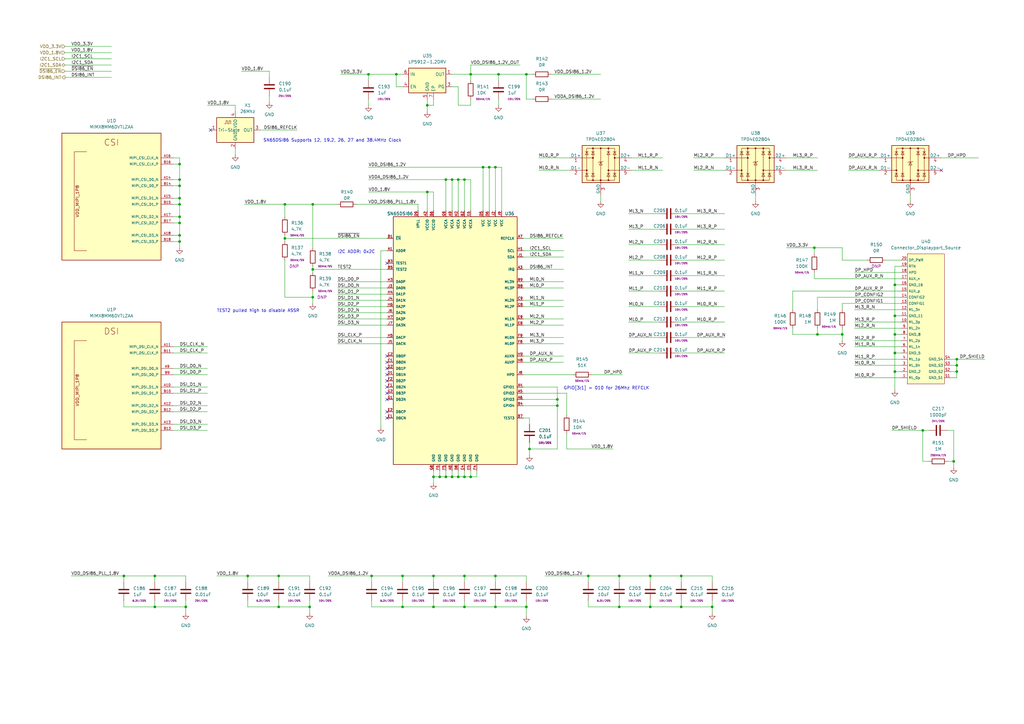
<source format=kicad_sch>
(kicad_sch (version 20211123) (generator eeschema)
  (paper "A3")
  (lib_symbols
    (symbol "Device:C" (pin_numbers hide) (pin_names (offset 0.254))
      (property "Reference" "C" (at 0.635 2.54 0))
      (property "Value" "C" (at 0.635 -2.54 0))
      (symbol "C_1_1"
        (pin passive line (at 0 3.81 270) (length 2.794) (name "~") (number "1"))
        (pin passive line (at 0 -3.81 90) (length 2.794) (name "~") (number "2"))
      )
    )
    (symbol "Device:R" (pin_numbers hide) (pin_names (offset 0))
      (property "Reference" "R" (at 2.032 0 90))
      (property "Value" "R" (at 0 0 90))
      (symbol "R_1_1"
        (pin passive line (at 0 3.81 270) (length 1.27) (name "~") (number "1"))
        (pin passive line (at 0 -3.81 90) (length 1.27) (name "~") (number "2"))
      )
    )
    (symbol "MIMX8MM6DVTLZAA_1" (pin_names (offset 1.016))
      (property "Reference" "U" (at 16.51 13.97 0))
      (property "Value" "MIMX8MM6DVTLZAA_1" (at -20.32 13.97 0))
      (symbol "MIMX8MM6DVTLZAA_1_1_0"
        (text "MISC" (at 0 10.16 0) (effects (font (size 2.54 2.54))))
        (text "NVCC_CLK" (at 5.08 -45.72 900) (effects (font (size 1.27 1.27))))
        (text "NVCC_JTAG" (at 5.08 -7.62 900) (effects (font (size 1.27 1.27))))
        (text "NVCC_SNVS_1P8" (at -5.08 -5.08 900) (effects (font (size 1.27 1.27))))
        (text "VDD_24M_XTAL_1P8" (at -5.08 -29.21 900) (effects (font (size 1.27 1.27))))
        (text "VDD_ANA1_1P8" (at 1.27 -29.21 900) (effects (font (size 1.27 1.27))))
        (pin bidirectional line (at -25.4 -3.81 0) (length 5.08) (name "PMIC_ON_REQ") (number "A24"))
        (pin bidirectional line (at -25.4 3.81 0) (length 5.08) (name "ONOFF") (number "A25"))
        (pin input line (at -25.4 -11.43 0) (length 5.08) (name "RTC_XTALI") (number "A26"))
        (pin bidirectional line (at -25.4 1.27 0) (length 5.08) (name "POR_B") (number "B24"))
        (pin output line (at -25.4 -13.97 0) (length 5.08) (name "RTC_XTALO") (number "B25"))
        (pin input line (at -25.4 -27.94 0) (length 5.08) (name "24M_XTALI") (number "B27"))
        (pin output line (at -25.4 -30.48 0) (length 5.08) (name "24M_XTALO") (number "C26"))
        (pin bidirectional line (at 25.4 -16.51 180) (length 5.08) (name "JTAG_TRST_B") (number "C27"))
        (pin bidirectional line (at 25.4 -2.54 180) (length 5.08) (name "TEST_MODE") (number "D26"))
        (pin bidirectional line (at 25.4 -6.35 180) (length 5.08) (name "JTAG_MOD") (number "D27"))
        (pin bidirectional line (at -25.4 -6.35 0) (length 5.08) (name "PMIC_STBY_REQ") (number "E24"))
        (pin bidirectional line (at 25.4 -13.97 180) (length 5.08) (name "JTAG_TDO") (number "E26"))
        (pin bidirectional line (at 25.4 -11.43 180) (length 5.08) (name "JTAG_TDI") (number "E27"))
        (pin bidirectional line (at -25.4 -1.27 0) (length 5.08) (name "RTC_RESET_B") (number "F24"))
        (pin bidirectional line (at 25.4 -8.89 180) (length 5.08) (name "JTAG_TCK") (number "F26"))
        (pin bidirectional line (at 25.4 -19.05 180) (length 5.08) (name "JTAG_TMS") (number "F27"))
        (pin bidirectional line (at 25.4 3.81 180) (length 5.08) (name "BOOT_MODE0") (number "G26"))
        (pin bidirectional line (at 25.4 1.27 180) (length 5.08) (name "BOOT_MODE1") (number "G27"))
        (pin bidirectional line (at 25.4 -48.26 180) (length 5.08) (name "CLKOUT1") (number "H26"))
        (pin bidirectional line (at 25.4 -40.64 180) (length 5.08) (name "CLKIN1") (number "H27"))
        (pin passive line (at 25.4 -31.75 180) (length 5.08) (name "TSENSOR_TEST_OUT") (number "J23"))
        (pin passive line (at 25.4 -26.67 180) (length 5.08) (name "TSENSOR_RES_EXT") (number "J24"))
        (pin bidirectional line (at 25.4 -50.8 180) (length 5.08) (name "CLKOUT2") (number "J26"))
        (pin bidirectional line (at 25.4 -43.18 180) (length 5.08) (name "CLKIN2") (number "J27"))
      )
      (symbol "MIMX8MM6DVTLZAA_1_2_0"
        (text "DDR" (at 0 10.16 0) (effects (font (size 2.54 2.54))))
        (pin bidirectional line (at 25.4 -45.72 180) (length 5.08) (name "DRAM_DQS0_P") (number "A2"))
        (pin bidirectional line (at 25.4 -17.78 180) (length 5.08) (name "DRAM_DQ06") (number "A3"))
        (pin bidirectional line (at 25.4 5.08 180) (length 5.08) (name "DRAM_DM0") (number "A4"))
        (pin bidirectional line (at 25.4 -2.54 180) (length 5.08) (name "DRAM_DQ00") (number "A5"))
        (pin passive line (at 25.4 -111.76 180) (length 5.08) (name "DRAM_DQS2_P") (number "AA1"))
        (pin passive line (at 25.4 -63.5 180) (length 5.08) (name "DRAM_DQ17") (number "AA2"))
        (pin passive line (at 25.4 -104.14 180) (length 5.08) (name "DRAM_DM2") (number "AB1"))
        (pin passive line (at 25.4 -60.96 180) (length 5.08) (name "DRAM_DQ16") (number "AB2"))
        (pin bidirectional line (at -25.4 -66.04 0) (length 5.08) (name "DRAM_AC20") (number "AB4"))
        (pin bidirectional line (at -25.4 -68.58 0) (length 5.08) (name "DRAM_AC21") (number "AB5"))
        (pin bidirectional line (at -25.4 -104.14 0) (length 5.08) (name "DRAM_AC38") (number "AB6"))
        (pin passive line (at 25.4 -76.2 180) (length 5.08) (name "DRAM_DQ22") (number "AC1"))
        (pin passive line (at 25.4 -78.74 180) (length 5.08) (name "DRAM_DQ23") (number "AC2"))
        (pin bidirectional line (at -25.4 -45.72 0) (length 5.08) (name "DRAM_AC30") (number "AC4"))
        (pin passive line (at 25.4 -88.9 180) (length 5.08) (name "DRAM_DQ27") (number "AD1"))
        (pin passive line (at 25.4 -86.36 180) (length 5.08) (name "DRAM_DQ26") (number "AD2"))
        (pin bidirectional line (at -25.4 -48.26 0) (length 5.08) (name "DRAM_AC31") (number "AD5"))
        (pin passive line (at 25.4 -91.44 180) (length 5.08) (name "DRAM_DQ28") (number "AE1"))
        (pin passive line (at 25.4 -93.98 180) (length 5.08) (name "DRAM_DQ29") (number "AF1"))
        (pin passive line (at 25.4 -121.92 180) (length 5.08) (name "DRAM_DQS3_N") (number "AF2"))
        (pin passive line (at 25.4 -99.06 180) (length 5.08) (name "DRAM_DQ31") (number "AF4"))
        (pin passive line (at 25.4 -83.82 180) (length 5.08) (name "DRAM_DQ25") (number "AF5"))
        (pin passive line (at 25.4 -119.38 180) (length 5.08) (name "DRAM_DQS3_P") (number "AG2"))
        (pin passive line (at 25.4 -96.52 180) (length 5.08) (name "DRAM_DQ30") (number "AG3"))
        (pin passive line (at 25.4 -106.68 180) (length 5.08) (name "DRAM_DM3") (number "AG4"))
        (pin passive line (at 25.4 -81.28 180) (length 5.08) (name "DRAM_DQ24") (number "AG5"))
        (pin bidirectional line (at 25.4 -15.24 180) (length 5.08) (name "DRAM_DQ05") (number "B1"))
        (pin bidirectional line (at 25.4 -48.26 180) (length 5.08) (name "DRAM_DQS0_N") (number "B2"))
        (pin bidirectional line (at 25.4 -20.32 180) (length 5.08) (name "DRAM_DQ07") (number "B4"))
        (pin bidirectional line (at 25.4 -5.08 180) (length 5.08) (name "DRAM_DQ01") (number "B5"))
        (pin bidirectional line (at 25.4 -12.7 180) (length 5.08) (name "DRAM_DQ04") (number "C1"))
        (pin bidirectional line (at 25.4 -10.16 180) (length 5.08) (name "DRAM_DQ03") (number "D1"))
        (pin bidirectional line (at 25.4 -7.62 180) (length 5.08) (name "DRAM_DQ02") (number "D2"))
        (pin bidirectional line (at -25.4 -2.54 0) (length 5.08) (name "DRAM_AC11") (number "D5"))
        (pin bidirectional line (at 25.4 -38.1 180) (length 5.08) (name "DRAM_DQ14") (number "E1"))
        (pin bidirectional line (at 25.4 -40.64 180) (length 5.08) (name "DRAM_DQ15") (number "E2"))
        (pin bidirectional line (at -25.4 0 0) (length 5.08) (name "DRAM_AC10") (number "E4"))
        (pin bidirectional line (at 25.4 2.54 180) (length 5.08) (name "DRAM_DM1") (number "F1"))
        (pin bidirectional line (at 25.4 -22.86 180) (length 5.08) (name "DRAM_DQ08") (number "F2"))
        (pin bidirectional line (at -25.4 -20.32 0) (length 5.08) (name "DRAM_AC00") (number "F4"))
        (pin bidirectional line (at -25.4 -22.86 0) (length 5.08) (name "DRAM_AC01") (number "F5"))
        (pin bidirectional line (at -25.4 -101.6 0) (length 5.08) (name "DRAM_AC06") (number "F6"))
        (pin bidirectional line (at 25.4 -53.34 180) (length 5.08) (name "DRAM_DQS1_P") (number "G1"))
        (pin bidirectional line (at 25.4 -25.4 180) (length 5.08) (name "DRAM_DQ09") (number "G2"))
        (pin bidirectional line (at 25.4 -55.88 180) (length 5.08) (name "DRAM_DQS1_N") (number "H1"))
        (pin bidirectional line (at 25.4 -27.94 180) (length 5.08) (name "DRAM_DQ10") (number "J1"))
        (pin bidirectional line (at 25.4 -30.48 180) (length 5.08) (name "DRAM_DQ11") (number "J2"))
        (pin bidirectional line (at -25.4 -15.24 0) (length 5.08) (name "DRAM_AC03") (number "J4"))
        (pin bidirectional line (at -25.4 -99.06 0) (length 5.08) (name "DRAM_AC07") (number "J5"))
        (pin bidirectional line (at -25.4 5.08 0) (length 5.08) (name "DRAM_AC08") (number "J6"))
        (pin bidirectional line (at 25.4 -35.56 180) (length 5.08) (name "DRAM_DQ13") (number "K1"))
        (pin bidirectional line (at 25.4 -33.02 180) (length 5.08) (name "DRAM_DQ12") (number "K2"))
        (pin bidirectional line (at -25.4 -12.7 0) (length 5.08) (name "DRAM_AC02") (number "K4"))
        (pin bidirectional line (at -25.4 -35.56 0) (length 5.08) (name "DRAM_AC14") (number "K5"))
        (pin bidirectional line (at -25.4 2.54 0) (length 5.08) (name "DRAM_AC09") (number "K6"))
        (pin bidirectional line (at -25.4 -30.48 0) (length 5.08) (name "DRAM_AC05") (number "L1"))
        (pin bidirectional line (at -25.4 -27.94 0) (length 5.08) (name "DRAM_AC04") (number "L2"))
        (pin bidirectional line (at -25.4 -86.36 0) (length 5.08) (name "DRAM_AC16") (number "M1"))
        (pin bidirectional line (at -25.4 -88.9 0) (length 5.08) (name "DRAM_AC17") (number "M2"))
        (pin bidirectional line (at -25.4 -109.22 0) (length 5.08) (name "DRAM_AC26") (number "N1"))
        (pin bidirectional line (at -25.4 -127 0) (length 5.08) (name "DRAM_AC19") (number "N2"))
        (pin bidirectional line (at -25.4 -5.08 0) (length 5.08) (name "DRAM_AC12") (number "N4"))
        (pin bidirectional line (at -25.4 -7.62 0) (length 5.08) (name "DRAM_AC13") (number "N5"))
        (pin bidirectional line (at -25.4 -96.52 0) (length 5.08) (name "DRAM_AC15") (number "N6"))
        (pin bidirectional line (at -25.4 -121.92 0) (length 5.08) (name "DRAM_VREF") (number "P1"))
        (pin bidirectional line (at -25.4 -124.46 0) (length 5.08) (name "DRAM_ZN") (number "P2"))
        (pin bidirectional line (at -25.4 -119.38 0) (length 5.08) (name "DRAM_RESET_N") (number "R1"))
        (pin bidirectional line (at -25.4 -114.3 0) (length 5.08) (name "DRAM_ALERT_N") (number "R2"))
        (pin bidirectional line (at -25.4 -50.8 0) (length 5.08) (name "DRAM_AC32") (number "R4"))
        (pin bidirectional line (at -25.4 -53.34 0) (length 5.08) (name "DRAM_AC33") (number "R5"))
        (pin bidirectional line (at -25.4 -111.76 0) (length 5.08) (name "DRAM_AC27") (number "R6"))
        (pin bidirectional line (at -25.4 -81.28 0) (length 5.08) (name "DRAM_AC34") (number "T1"))
        (pin bidirectional line (at -25.4 -106.68 0) (length 5.08) (name "DRAM_AC35") (number "T2"))
        (pin bidirectional line (at -25.4 -76.2 0) (length 5.08) (name "DRAM_AC25") (number "U1"))
        (pin bidirectional line (at -25.4 -73.66 0) (length 5.08) (name "DRAM_AC24") (number "U2"))
        (pin passive line (at 25.4 -73.66 180) (length 5.08) (name "DRAM_DQ21") (number "V1"))
        (pin passive line (at 25.4 -71.12 180) (length 5.08) (name "DRAM_DQ20") (number "V2"))
        (pin bidirectional line (at -25.4 -58.42 0) (length 5.08) (name "DRAM_AC23") (number "V4"))
        (pin bidirectional line (at -25.4 -91.44 0) (length 5.08) (name "DRAM_AC36") (number "V5"))
        (pin bidirectional line (at -25.4 -43.18 0) (length 5.08) (name "DRAM_AC29") (number "V6"))
        (pin passive line (at 25.4 -66.04 180) (length 5.08) (name "DRAM_DQ18") (number "W1"))
        (pin passive line (at 25.4 -68.58 180) (length 5.08) (name "DRAM_DQ19") (number "W2"))
        (pin bidirectional line (at -25.4 -60.96 0) (length 5.08) (name "DRAM_AC22") (number "W4"))
        (pin bidirectional line (at -25.4 -93.98 0) (length 5.08) (name "DRAM_AC37") (number "W5"))
        (pin bidirectional line (at -25.4 -40.64 0) (length 5.08) (name "DRAM_AC28") (number "W6"))
        (pin passive line (at 25.4 -114.3 180) (length 5.08) (name "DRAM_DQS2_N") (number "Y1"))
      )
      (symbol "MIMX8MM6DVTLZAA_1_3_0"
        (text "GPIO" (at 0 10.16 0) (effects (font (size 2.54 2.54))))
        (text "NVCC_GPIO1" (at -13.97 -15.24 900) (effects (font (size 1.27 1.27))))
        (pin bidirectional line (at 25.4 -26.67 180) (length 5.08) (name "GPIO1_IO12") (number "AB10"))
        (pin bidirectional line (at 25.4 -34.29 180) (length 5.08) (name "GPIO1_IO15") (number "AB9"))
        (pin bidirectional line (at 25.4 -24.13 180) (length 5.08) (name "GPIO1_IO11") (number "AC10"))
        (pin bidirectional line (at 25.4 -31.75 180) (length 5.08) (name "GPIO1_IO14") (number "AC9"))
        (pin bidirectional line (at 25.4 -21.59 180) (length 5.08) (name "GPIO1_IO10") (number "AD10"))
        (pin bidirectional line (at 25.4 -29.21 180) (length 5.08) (name "GPIO1_IO13") (number "AD9"))
        (pin bidirectional line (at 25.4 -19.05 180) (length 5.08) (name "GPIO1_IO09") (number "AF10"))
        (pin bidirectional line (at 25.4 -13.97 180) (length 5.08) (name "GPIO1_IO07") (number "AF11"))
        (pin bidirectional line (at 25.4 -8.89 180) (length 5.08) (name "GPIO1_IO05") (number "AF12"))
        (pin bidirectional line (at 25.4 -3.81 180) (length 5.08) (name "GPIO1_IO03") (number "AF13"))
        (pin bidirectional line (at 25.4 1.27 180) (length 5.08) (name "GPIO1_IO01") (number "AF14"))
        (pin bidirectional line (at 25.4 -16.51 180) (length 5.08) (name "GPIO1_IO08") (number "AG10"))
        (pin bidirectional line (at 25.4 -11.43 180) (length 5.08) (name "GPIO1_IO06") (number "AG11"))
        (pin bidirectional line (at 25.4 -6.35 180) (length 5.08) (name "GPIO1_IO04") (number "AG12"))
        (pin bidirectional line (at 25.4 -1.27 180) (length 5.08) (name "GPIO1_IO02") (number "AG13"))
        (pin bidirectional line (at 25.4 3.81 180) (length 5.08) (name "GPIO1_IO00") (number "AG14"))
      )
      (symbol "MIMX8MM6DVTLZAA_1_4_0"
        (text "CSI" (at 0 10.16 0) (effects (font (size 2.54 2.54))))
        (text "VDD_MIPI_1P8" (at -13.97 -13.97 900) (effects (font (size 1.27 1.27))))
        (pin bidirectional line (at 25.4 -5.08 180) (length 5.08) (name "MIPI_CSI_D0_N") (number "A14"))
        (pin bidirectional line (at 25.4 -12.7 180) (length 5.08) (name "MIPI_CSI_D1_N") (number "A15"))
        (pin bidirectional line (at 25.4 3.81 180) (length 5.08) (name "MIPI_CSI_CLK_N") (number "A16"))
        (pin bidirectional line (at 25.4 -20.32 180) (length 5.08) (name "MIPI_CSI_D2_N") (number "A17"))
        (pin bidirectional line (at 25.4 -27.94 180) (length 5.08) (name "MIPI_CSI_D3_N") (number "A18"))
        (pin bidirectional line (at 25.4 -7.62 180) (length 5.08) (name "MIPI_CSI_D0_P") (number "B14"))
        (pin bidirectional line (at 25.4 -15.24 180) (length 5.08) (name "MIPI_CSI_D1_P") (number "B15"))
        (pin bidirectional line (at 25.4 1.27 180) (length 5.08) (name "MIPI_CSI_CLK_P") (number "B16"))
        (pin bidirectional line (at 25.4 -22.86 180) (length 5.08) (name "MIPI_CSI_D2_P") (number "B17"))
        (pin bidirectional line (at 25.4 -30.48 180) (length 5.08) (name "MIPI_CSI_D3_P") (number "B18"))
      )
      (symbol "MIMX8MM6DVTLZAA_1_5_0"
        (text "NAND" (at 0 10.16 0) (effects (font (size 2.54 2.54))))
        (text "NVCC_NAND" (at -13.97 -22.86 900) (effects (font (size 1.27 1.27))))
        (pin bidirectional line (at 25.4 -31.75 180) (length 5.08) (name "NAND_DATA02") (number "K23"))
        (pin bidirectional line (at 25.4 -29.21 180) (length 5.08) (name "NAND_DATA01") (number "K24"))
        (pin bidirectional line (at 25.4 -41.91 180) (length 5.08) (name "NAND_DATA06") (number "K26"))
        (pin bidirectional line (at 25.4 -11.43 180) (length 5.08) (name "NAND_CLE") (number "K27"))
        (pin bidirectional line (at 25.4 -39.37 180) (length 5.08) (name "NAND_DATA05") (number "L26"))
        (pin bidirectional line (at 25.4 -3.81 180) (length 5.08) (name "NAND_CE3_B") (number "L27"))
        (pin bidirectional line (at 25.4 -36.83 180) (length 5.08) (name "NAND_DATA04") (number "M26"))
        (pin bidirectional line (at 25.4 -1.27 180) (length 5.08) (name "NAND_CE2_B") (number "M27"))
        (pin bidirectional line (at 25.4 -8.89 180) (length 5.08) (name "NAND_ALE") (number "N22"))
        (pin bidirectional line (at 25.4 -34.29 180) (length 5.08) (name "NAND_DATA03") (number "N23"))
        (pin bidirectional line (at 25.4 3.81 180) (length 5.08) (name "NAND_CE0_B") (number "N24"))
        (pin bidirectional line (at 25.4 -44.45 180) (length 5.08) (name "NAND_DATA07") (number "N26"))
        (pin bidirectional line (at 25.4 -13.97 180) (length 5.08) (name "NAND_RE_B") (number "N27"))
        (pin bidirectional line (at 25.4 -26.67 180) (length 5.08) (name "NAND_DATA00") (number "P23"))
        (pin bidirectional line (at 25.4 -21.59 180) (length 5.08) (name "NAND_READY_B") (number "P26"))
        (pin bidirectional line (at 25.4 1.27 180) (length 5.08) (name "NAND_CE1_B") (number "P27"))
        (pin bidirectional line (at 25.4 -49.53 180) (length 5.08) (name "NAND_DQS") (number "R22"))
        (pin bidirectional line (at 25.4 -16.51 180) (length 5.08) (name "NAND_WE_B") (number "R26"))
        (pin bidirectional line (at 25.4 -19.05 180) (length 5.08) (name "NAND_WP_B") (number "R27"))
      )
      (symbol "MIMX8MM6DVTLZAA_1_6_0"
        (text "NVCC_SAI1" (at -3.81 -22.86 900) (effects (font (size 1.27 1.27))))
        (text "NVCC_SAI2" (at 3.81 -68.58 900) (effects (font (size 1.27 1.27))))
        (text "NVCC_SAI3" (at 3.81 -36.83 900) (effects (font (size 1.27 1.27))))
        (text "NVCC_SAI5" (at 3.81 -5.08 900) (effects (font (size 1.27 1.27))))
        (text "SAI" (at 0 10.16 0) (effects (font (size 2.54 2.54))))
        (pin bidirectional line (at 25.4 0 180) (length 5.08) (name "SAI5_RXFS") (number "AB15"))
        (pin bidirectional line (at -25.4 3.81 0) (length 5.08) (name "SAI1_MCLK") (number "AB18"))
        (pin bidirectional line (at -25.4 0 0) (length 5.08) (name "SAI1_TXFS") (number "AB19"))
        (pin bidirectional line (at 25.4 -74.93 180) (length 5.08) (name "SAI2_RXC") (number "AB22"))
        (pin bidirectional line (at 25.4 -12.7 180) (length 5.08) (name "SAI5_RXD3") (number "AC13"))
        (pin bidirectional line (at 25.4 -7.62 180) (length 5.08) (name "SAI5_RXD1") (number "AC14"))
        (pin bidirectional line (at 25.4 -2.54 180) (length 5.08) (name "SAI5_RXC") (number "AC15"))
        (pin bidirectional line (at -25.4 -2.54 0) (length 5.08) (name "SAI1_TXC") (number "AC18"))
        (pin bidirectional line (at 25.4 -72.39 180) (length 5.08) (name "SAI2_RXFS") (number "AC19"))
        (pin bidirectional line (at 25.4 -68.58 180) (length 5.08) (name "SAI2_TXD0") (number "AC22"))
        (pin bidirectional line (at 25.4 -77.47 180) (length 5.08) (name "SAI2_RXD0") (number "AC24"))
        (pin bidirectional line (at 25.4 -26.67 180) (length 5.08) (name "SAI3_TXFS") (number "AC6"))
        (pin bidirectional line (at 25.4 -10.16 180) (length 5.08) (name "SAI5_RXD2") (number "AD13"))
        (pin bidirectional line (at 25.4 3.81 180) (length 5.08) (name "SAI5_MCLK") (number "AD15"))
        (pin bidirectional line (at 25.4 -5.08 180) (length 5.08) (name "SAI5_RXD0") (number "AD18"))
        (pin bidirectional line (at 25.4 -59.69 180) (length 5.08) (name "SAI2_MCLK") (number "AD19"))
        (pin bidirectional line (at 25.4 -66.04 180) (length 5.08) (name "SAI2_TXC") (number "AD22"))
        (pin bidirectional line (at 25.4 -63.5 180) (length 5.08) (name "SAI2_TXFS") (number "AD23"))
        (pin bidirectional line (at 25.4 -22.86 180) (length 5.08) (name "SAI3_MCLK") (number "AD6"))
        (pin bidirectional line (at -25.4 -34.29 0) (length 5.08) (name "SAI1_RXD1") (number "AF15"))
        (pin bidirectional line (at -25.4 -29.21 0) (length 5.08) (name "SAI1_RXC") (number "AF16"))
        (pin bidirectional line (at -25.4 -39.37 0) (length 5.08) (name "SAI1_RXD3") (number "AF17"))
        (pin bidirectional line (at -25.4 -44.45 0) (length 5.08) (name "SAI1_RXD5") (number "AF18"))
        (pin bidirectional line (at -25.4 -49.53 0) (length 5.08) (name "SAI1_RXD7") (number "AF19"))
        (pin bidirectional line (at -25.4 -7.62 0) (length 5.08) (name "SAI1_TXD1") (number "AF20"))
        (pin bidirectional line (at -25.4 -12.7 0) (length 5.08) (name "SAI1_TXD3") (number "AF21"))
        (pin bidirectional line (at -25.4 -17.78 0) (length 5.08) (name "SAI1_TXD5") (number "AF22"))
        (pin bidirectional line (at -25.4 -22.86 0) (length 5.08) (name "SAI1_TXD7") (number "AF23"))
        (pin bidirectional line (at 25.4 -31.75 180) (length 5.08) (name "SAI3_TXD") (number "AF6"))
        (pin bidirectional line (at 25.4 -40.64 180) (length 5.08) (name "SAI3_RXD") (number "AF7"))
        (pin bidirectional line (at 25.4 -45.72 180) (length 5.08) (name "SPDIF_EXT_CLK") (number "AF8"))
        (pin bidirectional line (at 25.4 -50.8 180) (length 5.08) (name "SPDIF_TX") (number "AF9"))
        (pin bidirectional line (at -25.4 -31.75 0) (length 5.08) (name "SAI1_RXD0") (number "AG15"))
        (pin bidirectional line (at -25.4 -26.67 0) (length 5.08) (name "SAI1_RXFS") (number "AG16"))
        (pin bidirectional line (at -25.4 -36.83 0) (length 5.08) (name "SAI1_RXD2") (number "AG17"))
        (pin bidirectional line (at -25.4 -41.91 0) (length 5.08) (name "SAI1_RXD4") (number "AG18"))
        (pin bidirectional line (at -25.4 -46.99 0) (length 5.08) (name "SAI1_RXD6") (number "AG19"))
        (pin bidirectional line (at -25.4 -5.08 0) (length 5.08) (name "SAI1_TXD0") (number "AG20"))
        (pin bidirectional line (at -25.4 -10.16 0) (length 5.08) (name "SAI1_TXD2") (number "AG21"))
        (pin bidirectional line (at -25.4 -15.24 0) (length 5.08) (name "SAI1_TXD4") (number "AG22"))
        (pin bidirectional line (at -25.4 -20.32 0) (length 5.08) (name "SAI1_TXD6") (number "AG23"))
        (pin bidirectional line (at 25.4 -29.21 180) (length 5.08) (name "SAI3_TXC") (number "AG6"))
        (pin bidirectional line (at 25.4 -38.1 180) (length 5.08) (name "SAI3_RXC") (number "AG7"))
        (pin bidirectional line (at 25.4 -35.56 180) (length 5.08) (name "SAI3_RXFS") (number "AG8"))
        (pin bidirectional line (at 25.4 -48.26 180) (length 5.08) (name "SPDIF_RX") (number "AG9"))
      )
      (symbol "MIMX8MM6DVTLZAA_1_7_0"
        (text "ENET" (at 0 10.16 0) (effects (font (size 2.54 2.54))))
        (text "NVCC_ENET" (at -13.97 -15.24 900) (effects (font (size 1.27 1.27))))
        (pin bidirectional line (at 25.4 1.27 180) (length 5.08) (name "ENET_MDIO") (number "AB27"))
        (pin bidirectional line (at 25.4 -34.29 180) (length 5.08) (name "ENET_RD3") (number "AC26"))
        (pin bidirectional line (at 25.4 3.81 180) (length 5.08) (name "ENET_MDC") (number "AC27"))
        (pin bidirectional line (at 25.4 -31.75 180) (length 5.08) (name "ENET_RD2") (number "AD26"))
        (pin bidirectional line (at 25.4 -29.21 180) (length 5.08) (name "ENET_RD1") (number "AD27"))
        (pin bidirectional line (at 25.4 -24.13 180) (length 5.08) (name "ENET_RXC") (number "AE26"))
        (pin bidirectional line (at 25.4 -26.67 180) (length 5.08) (name "ENET_RD0") (number "AE27"))
        (pin bidirectional line (at 25.4 -3.81 180) (length 5.08) (name "ENET_TX_CTL") (number "AF24"))
        (pin bidirectional line (at 25.4 -16.51 180) (length 5.08) (name "ENET_TD3") (number "AF25"))
        (pin bidirectional line (at 25.4 -11.43 180) (length 5.08) (name "ENET_TD1") (number "AF26"))
        (pin bidirectional line (at 25.4 -21.59 180) (length 5.08) (name "ENET_RX_CTL") (number "AF27"))
        (pin bidirectional line (at 25.4 -6.35 180) (length 5.08) (name "ENET_TXC") (number "AG24"))
        (pin bidirectional line (at 25.4 -13.97 180) (length 5.08) (name "ENET_TD2") (number "AG25"))
        (pin bidirectional line (at 25.4 -8.89 180) (length 5.08) (name "ENET_TD0") (number "AG26"))
      )
      (symbol "MIMX8MM6DVTLZAA_1_8_0"
        (text "GND" (at 0 10.16 0) (effects (font (size 2.54 2.54))))
        (pin power_in line (at 25.4 -48.26 180) (length 5.08) (name "VSS") (number "A1"))
        (pin power_in line (at -25.4 -119.38 0) (length 5.08) (name "VSS") (number "A27"))
        (pin power_in line (at -25.4 -27.94 0) (length 5.08) (name "VSS") (number "AA10"))
        (pin power_in line (at -25.4 2.54 0) (length 5.08) (name "VSS") (number "AA13"))
        (pin power_in line (at 25.4 -73.66 180) (length 5.08) (name "VSS") (number "AA15"))
        (pin power_in line (at 25.4 -109.22 180) (length 5.08) (name "VSS") (number "AA18"))
        (pin power_in line (at 25.4 -114.3 180) (length 5.08) (name "VSS") (number "AA19"))
        (pin power_in line (at -25.4 -91.44 0) (length 5.08) (name "VSS") (number "AA21"))
        (pin power_in line (at -25.4 -40.64 0) (length 5.08) (name "VSS") (number "AA7"))
        (pin power_in line (at -25.4 -43.18 0) (length 5.08) (name "VSS") (number "AA9"))
        (pin power_in line (at 25.4 -99.06 180) (length 5.08) (name "VSS") (number "AB25"))
        (pin power_in line (at 25.4 -7.62 180) (length 5.08) (name "VSS") (number "AB3"))
        (pin power_in line (at 25.4 -96.52 180) (length 5.08) (name "VSS") (number "AC25"))
        (pin power_in line (at 25.4 -5.08 180) (length 5.08) (name "VSS") (number "AC3"))
        (pin power_in line (at -25.4 -12.7 0) (length 5.08) (name "VSS") (number "AE10"))
        (pin power_in line (at -25.4 7.62 0) (length 5.08) (name "VSS") (number "AE13"))
        (pin power_in line (at -25.4 -58.42 0) (length 5.08) (name "VSS") (number "AE14"))
        (pin power_in line (at 25.4 -76.2 180) (length 5.08) (name "VSS") (number "AE15"))
        (pin power_in line (at -25.4 -60.96 0) (length 5.08) (name "VSS") (number "AE18"))
        (pin power_in line (at -25.4 -66.04 0) (length 5.08) (name "VSS") (number "AE19"))
        (pin power_in line (at 25.4 -53.34 180) (length 5.08) (name "VSS") (number "AE2"))
        (pin power_in line (at -25.4 -106.68 0) (length 5.08) (name "VSS") (number "AE22"))
        (pin power_in line (at -25.4 -111.76 0) (length 5.08) (name "VSS") (number "AE23"))
        (pin power_in line (at 25.4 -2.54 180) (length 5.08) (name "VSS") (number "AE5"))
        (pin power_in line (at 25.4 7.62 180) (length 5.08) (name "VSS") (number "AE6"))
        (pin power_in line (at -25.4 -30.48 0) (length 5.08) (name "VSS") (number "AE9"))
        (pin power_in line (at 25.4 -12.7 180) (length 5.08) (name "VSS") (number "AF3"))
        (pin power_in line (at 25.4 -50.8 180) (length 5.08) (name "VSS") (number "AG1"))
        (pin power_in line (at 25.4 -116.84 180) (length 5.08) (name "VSS") (number "AG27"))
        (pin power_in line (at -25.4 -116.84 0) (length 5.08) (name "VSS") (number "B26"))
        (pin power_in line (at 25.4 -43.18 180) (length 5.08) (name "VSS") (number "B3"))
        (pin power_in line (at -25.4 -33.02 0) (length 5.08) (name "VSS") (number "C10"))
        (pin power_in line (at -25.4 -17.78 0) (length 5.08) (name "VSS") (number "C13"))
        (pin power_in line (at -25.4 10.16 0) (length 5.08) (name "VSS") (number "C14"))
        (pin power_in line (at 25.4 -66.04 180) (length 5.08) (name "VSS") (number "C15"))
        (pin power_in line (at 25.4 -93.98 180) (length 5.08) (name "VSS") (number "C18"))
        (pin power_in line (at 25.4 -111.76 180) (length 5.08) (name "VSS") (number "C19"))
        (pin power_in line (at 25.4 -40.64 180) (length 5.08) (name "VSS") (number "C2"))
        (pin power_in line (at -25.4 -88.9 0) (length 5.08) (name "VSS") (number "C22"))
        (pin power_in line (at -25.4 -109.22 0) (length 5.08) (name "VSS") (number "C23"))
        (pin power_in line (at 25.4 -10.16 180) (length 5.08) (name "VSS") (number "C5"))
        (pin power_in line (at 25.4 5.08 180) (length 5.08) (name "VSS") (number "C6"))
        (pin power_in line (at -25.4 -38.1 0) (length 5.08) (name "VSS") (number "C9"))
        (pin power_in line (at -25.4 -96.52 0) (length 5.08) (name "VSS") (number "E25"))
        (pin power_in line (at 25.4 -45.72 180) (length 5.08) (name "VSS") (number "E3"))
        (pin power_in line (at -25.4 -99.06 0) (length 5.08) (name "VSS") (number "F25"))
        (pin power_in line (at 25.4 -30.48 180) (length 5.08) (name "VSS") (number "F3"))
        (pin power_in line (at -25.4 -25.4 0) (length 5.08) (name "VSS") (number "G10"))
        (pin power_in line (at -25.4 -15.24 0) (length 5.08) (name "VSS") (number "G13"))
        (pin power_in line (at 25.4 -68.58 180) (length 5.08) (name "VSS") (number "G15"))
        (pin power_in line (at -25.4 -55.88 0) (length 5.08) (name "VSS") (number "G18"))
        (pin power_in line (at -25.4 -63.5 0) (length 5.08) (name "VSS") (number "G19"))
        (pin power_in line (at -25.4 -73.66 0) (length 5.08) (name "VSS") (number "G21"))
        (pin power_in line (at 25.4 0 180) (length 5.08) (name "VSS") (number "G7"))
        (pin power_in line (at -25.4 -35.56 0) (length 5.08) (name "VSS") (number "G9"))
        (pin power_in line (at 25.4 -106.68 180) (length 5.08) (name "VSS") (number "H18"))
        (pin power_in line (at 25.4 -38.1 180) (length 5.08) (name "VSS") (number "H2"))
        (pin power_in line (at -25.4 -76.2 0) (length 5.08) (name "VSS") (number "J21"))
        (pin power_in line (at -25.4 -101.6 0) (length 5.08) (name "VSS") (number "J25"))
        (pin power_in line (at 25.4 -33.02 180) (length 5.08) (name "VSS") (number "J3"))
        (pin power_in line (at 25.4 2.54 180) (length 5.08) (name "VSS") (number "J7"))
        (pin power_in line (at -25.4 -68.58 0) (length 5.08) (name "VSS") (number "K20"))
        (pin power_in line (at -25.4 -78.74 0) (length 5.08) (name "VSS") (number "K21"))
        (pin power_in line (at 25.4 -55.88 180) (length 5.08) (name "VSS") (number "K25"))
        (pin power_in line (at 25.4 -25.4 180) (length 5.08) (name "VSS") (number "K3"))
        (pin power_in line (at 25.4 10.16 180) (length 5.08) (name "VSS") (number "K7"))
        (pin power_in line (at -25.4 -10.16 0) (length 5.08) (name "VSS") (number "L12"))
        (pin power_in line (at 25.4 -78.74 180) (length 5.08) (name "VSS") (number "L16"))
        (pin power_in line (at -25.4 -7.62 0) (length 5.08) (name "VSS") (number "M12"))
        (pin power_in line (at 25.4 -81.28 180) (length 5.08) (name "VSS") (number "M16"))
        (pin power_in line (at -25.4 -5.08 0) (length 5.08) (name "VSS") (number "N12"))
        (pin power_in line (at 25.4 -83.82 180) (length 5.08) (name "VSS") (number "N16"))
        (pin power_in line (at -25.4 -81.28 0) (length 5.08) (name "VSS") (number "N21"))
        (pin power_in line (at 25.4 -60.96 180) (length 5.08) (name "VSS") (number "N25"))
        (pin power_in line (at 25.4 -27.94 180) (length 5.08) (name "VSS") (number "N3"))
        (pin power_in line (at -25.4 -48.26 0) (length 5.08) (name "VSS") (number "N7"))
        (pin power_in line (at -25.4 0 0) (length 5.08) (name "VSS") (number "P13"))
        (pin power_in line (at 25.4 -71.12 180) (length 5.08) (name "VSS") (number "P15"))
        (pin power_in line (at -25.4 -83.82 0) (length 5.08) (name "VSS") (number "P21"))
        (pin power_in line (at 25.4 -58.42 180) (length 5.08) (name "VSS") (number "P25"))
        (pin power_in line (at 25.4 -20.32 180) (length 5.08) (name "VSS") (number "P3"))
        (pin power_in line (at -25.4 -2.54 0) (length 5.08) (name "VSS") (number "R12"))
        (pin power_in line (at 25.4 -86.36 180) (length 5.08) (name "VSS") (number "R16"))
        (pin power_in line (at -25.4 -71.12 0) (length 5.08) (name "VSS") (number "R20"))
        (pin power_in line (at -25.4 -86.36 0) (length 5.08) (name "VSS") (number "R21"))
        (pin power_in line (at -25.4 -104.14 0) (length 5.08) (name "VSS") (number "R25"))
        (pin power_in line (at 25.4 -17.78 180) (length 5.08) (name "VSS") (number "R3"))
        (pin power_in line (at -25.4 -45.72 0) (length 5.08) (name "VSS") (number "R7"))
        (pin power_in line (at -25.4 -22.86 0) (length 5.08) (name "VSS") (number "T12"))
        (pin power_in line (at 25.4 -88.9 180) (length 5.08) (name "VSS") (number "T16"))
        (pin power_in line (at -25.4 -20.32 0) (length 5.08) (name "VSS") (number "U12"))
        (pin power_in line (at 25.4 -91.44 180) (length 5.08) (name "VSS") (number "U16"))
        (pin power_in line (at -25.4 -114.3 0) (length 5.08) (name "VSS") (number "V21"))
        (pin power_in line (at 25.4 -104.14 180) (length 5.08) (name "VSS") (number "V25"))
        (pin power_in line (at 25.4 -15.24 180) (length 5.08) (name "VSS") (number "V3"))
        (pin power_in line (at -25.4 -53.34 0) (length 5.08) (name "VSS") (number "V7"))
        (pin power_in line (at -25.4 -93.98 0) (length 5.08) (name "VSS") (number "W21"))
        (pin power_in line (at 25.4 -101.6 180) (length 5.08) (name "VSS") (number "W25"))
        (pin power_in line (at 25.4 -22.86 180) (length 5.08) (name "VSS") (number "W3"))
        (pin power_in line (at -25.4 -50.8 0) (length 5.08) (name "VSS") (number "W7"))
        (pin power_in line (at -25.4 5.08 0) (length 5.08) (name "VSS") (number "Y13"))
        (pin power_in line (at 25.4 -63.5 180) (length 5.08) (name "VSS") (number "Y18"))
        (pin power_in line (at 25.4 -35.56 180) (length 5.08) (name "VSS") (number "Y2"))
      )
      (symbol "MIMX8MM6DVTLZAA_1_9_0"
        (text "Power" (at 0 10.16 0) (effects (font (size 2.54 2.54))))
        (pin power_in line (at 25.4 -78.74 180) (length 5.08) (name "VDD_ANA0_1P8") (number "AA14"))
        (pin power_in line (at 25.4 -55.88 180) (length 5.08) (name "PVCC0_1P8") (number "AB13"))
        (pin power_in line (at 25.4 -172.72 180) (length 5.08) (name "MIPI_VREG_CAP") (number "D15"))
        (pin power_in line (at 25.4 -104.14 180) (length 5.08) (name "VDD_PCI_1P8") (number "G14"))
        (pin power_in line (at 25.4 -29.21 180) (length 5.08) (name "NVCC_ECSPI") (number "H10"))
        (pin power_in line (at 25.4 -106.68 180) (length 5.08) (name "VDD_MIPI_1P8") (number "H13"))
        (pin power_in line (at 25.4 -101.6 180) (length 5.08) (name "VDD_USB_1P8") (number "H15"))
        (pin power_in line (at -25.4 -129.54 0) (length 5.08) (name "VDD_DRAM") (number "J10"))
        (pin power_in line (at 25.4 -21.59 180) (length 5.08) (name "NVCC_I2C") (number "J11"))
        (pin power_in line (at 25.4 -25.4 180) (length 5.08) (name "NVCC_UART") (number "J12"))
        (pin power_in line (at 25.4 -60.96 180) (length 5.08) (name "PVCC2_1P8") (number "J13"))
        (pin power_in line (at 25.4 -168.91 180) (length 5.08) (name "VDD_MIPI_0P9") (number "J14"))
        (pin power_in line (at 25.4 -165.1 180) (length 5.08) (name "VDD_MIPI_1P2") (number "J15"))
        (pin power_in line (at 25.4 -132.08 180) (length 5.08) (name "VDD_PCI_0P8") (number "J16"))
        (pin power_in line (at 25.4 -129.54 180) (length 5.08) (name "VDD_USB_0P8") (number "J17"))
        (pin power_in line (at 25.4 -182.88 180) (length 5.08) (name "NC") (number "J18"))
        (pin power_in line (at -25.4 5.08 0) (length 5.08) (name "VDD_SNVS_1P8") (number "J22"))
        (pin power_in line (at -25.4 -93.98 0) (length 5.08) (name "VDD_VPU") (number "K12"))
        (pin power_in line (at -25.4 -96.52 0) (length 5.08) (name "VDD_VPU") (number "K13"))
        (pin power_in line (at -25.4 -86.36 0) (length 5.08) (name "VDD_SOC") (number "K15"))
        (pin power_in line (at -25.4 -76.2 0) (length 5.08) (name "VDD_SOC") (number "K16"))
        (pin power_in line (at 25.4 -48.26 180) (length 5.08) (name "VDD_USB_3P3") (number "K19"))
        (pin power_in line (at -25.4 1.27 0) (length 5.08) (name "VDD_SNVS_0P8") (number "K22"))
        (pin power_in line (at -25.4 -149.86 0) (length 5.08) (name "NVCC_DRAM") (number "K8"))
        (pin power_in line (at -25.4 -160.02 0) (length 5.08) (name "NVCC_DRAM") (number "K9"))
        (pin power_in line (at -25.4 -132.08 0) (length 5.08) (name "VDD_DRAM") (number "L10"))
        (pin power_in line (at -25.4 -99.06 0) (length 5.08) (name "VDD_VPU") (number "L11"))
        (pin power_in line (at -25.4 -101.6 0) (length 5.08) (name "VDD_VPU") (number "L13"))
        (pin power_in line (at -25.4 -83.82 0) (length 5.08) (name "VDD_SOC") (number "L15"))
        (pin power_in line (at 25.4 -124.46 180) (length 5.08) (name "VDD_ANA_0P8") (number "L17"))
        (pin power_in line (at -25.4 -68.58 0) (length 5.08) (name "VDD_SOC") (number "L18"))
        (pin power_in line (at 25.4 5.08 180) (length 5.08) (name "NVCC_JTAG") (number "L19"))
        (pin power_in line (at -25.4 -162.56 0) (length 5.08) (name "NVCC_DRAM") (number "L9"))
        (pin power_in line (at -25.4 -104.14 0) (length 5.08) (name "VDD_VPU") (number "M13"))
        (pin power_in line (at -25.4 -106.68 0) (length 5.08) (name "VDD_VPU") (number "M14"))
        (pin power_in line (at -25.4 -81.28 0) (length 5.08) (name "VDD_SOC") (number "M15"))
        (pin power_in line (at 25.4 -44.45 180) (length 5.08) (name "NVCC_CLK") (number "M19"))
        (pin power_in line (at -25.4 -165.1 0) (length 5.08) (name "NVCC_DRAM") (number "M9"))
        (pin power_in line (at -25.4 -134.62 0) (length 5.08) (name "VDD_DRAM") (number "N10"))
        (pin power_in line (at -25.4 -109.22 0) (length 5.08) (name "VDD_VPU") (number "N11"))
        (pin power_in line (at -25.4 -88.9 0) (length 5.08) (name "VDD_SOC") (number "N13"))
        (pin power_in line (at -25.4 -78.74 0) (length 5.08) (name "VDD_SOC") (number "N15"))
        (pin power_in line (at 25.4 -127 180) (length 5.08) (name "VDD_ANA_0P8") (number "N17"))
        (pin power_in line (at -25.4 -66.04 0) (length 5.08) (name "VDD_SOC") (number "N18"))
        (pin power_in line (at -25.4 -2.54 0) (length 5.08) (name "VDD_24M_XTAL_1P8") (number "N19"))
        (pin power_in line (at 25.4 -86.36 180) (length 5.08) (name "VDD_ANA1_1P8") (number "N20"))
        (pin power_in line (at -25.4 -152.4 0) (length 5.08) (name "NVCC_DRAM") (number "N8"))
        (pin power_in line (at -25.4 -167.64 0) (length 5.08) (name "NVCC_DRAM") (number "N9"))
        (pin power_in line (at -25.4 -121.92 0) (length 5.08) (name "VDD_GPU") (number "P12"))
        (pin power_in line (at 25.4 -121.92 180) (length 5.08) (name "VDD_ARM_PLL_0P8") (number "P16"))
        (pin power_in line (at 25.4 -83.82 180) (length 5.08) (name "VDD_ANA1_1P8") (number "P19"))
        (pin power_in line (at -25.4 -182.88 0) (length 5.08) (name "VDD_DRAM_PLL_1P8") (number "P5"))
        (pin power_in line (at -25.4 -147.32 0) (length 5.08) (name "NVCC_DRAM") (number "P7"))
        (pin power_in line (at -25.4 -187.96 0) (length 5.08) (name "VDD_DRAM_PLL_0P8") (number "P9"))
        (pin power_in line (at -25.4 -137.16 0) (length 5.08) (name "VDD_DRAM") (number "R10"))
        (pin power_in line (at -25.4 -114.3 0) (length 5.08) (name "VDD_GPU") (number "R11"))
        (pin power_in line (at -25.4 -55.88 0) (length 5.08) (name "VDD_ARM") (number "R13"))
        (pin power_in line (at -25.4 -38.1 0) (length 5.08) (name "VDD_ARM") (number "R15"))
        (pin power_in line (at -25.4 -73.66 0) (length 5.08) (name "VDD_SOC") (number "R17"))
        (pin power_in line (at -25.4 -63.5 0) (length 5.08) (name "VDD_SOC") (number "R18"))
        (pin power_in line (at 25.4 -76.2 180) (length 5.08) (name "VDD_ARM_PLL_1P8") (number "R19"))
        (pin power_in line (at -25.4 -154.94 0) (length 5.08) (name "NVCC_DRAM") (number "R8"))
        (pin power_in line (at -25.4 -170.18 0) (length 5.08) (name "NVCC_DRAM") (number "R9"))
        (pin power_in line (at -25.4 -25.4 0) (length 5.08) (name "VDD_ARM") (number "T13"))
        (pin power_in line (at -25.4 -33.02 0) (length 5.08) (name "VDD_ARM") (number "T14"))
        (pin power_in line (at -25.4 -50.8 0) (length 5.08) (name "VDD_ARM") (number "T15"))
        (pin power_in line (at 25.4 -58.42 180) (length 5.08) (name "PVCC1_1P8") (number "T19"))
        (pin power_in line (at -25.4 -172.72 0) (length 5.08) (name "NVCC_DRAM") (number "T9"))
        (pin power_in line (at -25.4 -139.7 0) (length 5.08) (name "VDD_DRAM") (number "U10"))
        (pin power_in line (at -25.4 -116.84 0) (length 5.08) (name "VDD_GPU") (number "U11"))
        (pin power_in line (at -25.4 -22.86 0) (length 5.08) (name "VDD_ARM") (number "U13"))
        (pin power_in line (at -25.4 -45.72 0) (length 5.08) (name "VDD_ARM") (number "U15"))
        (pin power_in line (at -25.4 -71.12 0) (length 5.08) (name "VDD_SOC") (number "U17"))
        (pin power_in line (at -25.4 -60.96 0) (length 5.08) (name "VDD_SOC") (number "U18"))
        (pin power_in line (at 25.4 1.27 180) (length 5.08) (name "NVCC_NAND") (number "U19"))
        (pin power_in line (at -25.4 -175.26 0) (length 5.08) (name "NVCC_DRAM") (number "U9"))
        (pin power_in line (at -25.4 -124.46 0) (length 5.08) (name "VDD_GPU") (number "V12"))
        (pin power_in line (at -25.4 -27.94 0) (length 5.08) (name "VDD_ARM") (number "V13"))
        (pin power_in line (at -25.4 -48.26 0) (length 5.08) (name "VDD_ARM") (number "V15"))
        (pin power_in line (at -25.4 -43.18 0) (length 5.08) (name "VDD_ARM") (number "V16"))
        (pin power_in line (at 25.4 -6.35 180) (length 5.08) (name "NVCC_SAI2") (number "V19"))
        (pin power_in line (at 25.4 -36.83 180) (length 5.08) (name "NVCC_SD1") (number "V20"))
        (pin power_in line (at 25.4 -40.64 180) (length 5.08) (name "NVCC_SD2") (number "V22"))
        (pin power_in line (at -25.4 -157.48 0) (length 5.08) (name "NVCC_DRAM") (number "V8"))
        (pin power_in line (at -25.4 -177.8 0) (length 5.08) (name "NVCC_DRAM") (number "V9"))
        (pin power_in line (at -25.4 -142.24 0) (length 5.08) (name "VDD_DRAM") (number "W10"))
        (pin power_in line (at -25.4 -119.38 0) (length 5.08) (name "VDD_GPU") (number "W11"))
        (pin power_in line (at 25.4 -17.78 180) (length 5.08) (name "NVCC_GPIO1") (number "W12"))
        (pin power_in line (at -25.4 -30.48 0) (length 5.08) (name "VDD_ARM") (number "W13"))
        (pin power_in line (at -25.4 -35.56 0) (length 5.08) (name "VDD_ARM") (number "W14"))
        (pin power_in line (at -25.4 -40.64 0) (length 5.08) (name "VDD_ARM") (number "W15"))
        (pin power_in line (at -25.4 -53.34 0) (length 5.08) (name "VDD_ARM") (number "W16"))
        (pin power_in line (at 25.4 -13.97 180) (length 5.08) (name "NVCC_SAI5") (number "W17"))
        (pin power_in line (at 25.4 -2.54 180) (length 5.08) (name "NVCC_SAI1") (number "W18"))
        (pin power_in line (at 25.4 -33.02 180) (length 5.08) (name "NVCC_ENET") (number "W22"))
        (pin power_in line (at 25.4 -10.16 180) (length 5.08) (name "NVCC_SAI3") (number "Y10"))
        (pin power_in line (at 25.4 -81.28 180) (length 5.08) (name "VDD_ANA0_1P8") (number "Y15"))
      )
      (symbol "MIMX8MM6DVTLZAA_1_10_0"
        (text "NVCC_SD1" (at -13.97 -12.7 900) (effects (font (size 1.27 1.27))))
        (text "SD1" (at 0 10.16 0) (effects (font (size 2.54 2.54))))
        (pin bidirectional line (at 25.4 -26.67 180) (length 5.08) (name "SD1_RESET_B") (number "R23"))
        (pin bidirectional line (at 25.4 -29.21 180) (length 5.08) (name "SD1_STROBE") (number "R24"))
        (pin bidirectional line (at 25.4 -11.43 180) (length 5.08) (name "SD1_DATA3") (number "T26"))
        (pin bidirectional line (at 25.4 -8.89 180) (length 5.08) (name "SD1_DATA2") (number "T27"))
        (pin bidirectional line (at 25.4 -16.51 180) (length 5.08) (name "SD1_DATA5") (number "U26"))
        (pin bidirectional line (at 25.4 -13.97 180) (length 5.08) (name "SD1_DATA4") (number "U27"))
        (pin bidirectional line (at 25.4 3.81 180) (length 5.08) (name "SD1_CLK") (number "V26"))
        (pin bidirectional line (at 25.4 1.27 180) (length 5.08) (name "SD1_CMD") (number "V27"))
        (pin bidirectional line (at 25.4 -21.59 180) (length 5.08) (name "SD1_DATA7") (number "W26"))
        (pin bidirectional line (at 25.4 -19.05 180) (length 5.08) (name "SD1_DATA6") (number "W27"))
        (pin bidirectional line (at 25.4 -6.35 180) (length 5.08) (name "SD1_DATA1") (number "Y26"))
        (pin bidirectional line (at 25.4 -3.81 180) (length 5.08) (name "SD1_DATA0") (number "Y27"))
      )
      (symbol "MIMX8MM6DVTLZAA_1_11_0"
        (text "NVCC_SD2" (at -13.97 -12.7 900) (effects (font (size 1.27 1.27))))
        (text "SD2" (at 0 10.16 0) (effects (font (size 2.54 2.54))))
        (pin bidirectional line (at 25.4 -26.67 180) (length 5.08) (name "SD2_CD_B") (number "AA26"))
        (pin bidirectional line (at 25.4 -24.13 180) (length 5.08) (name "SD2_WP") (number "AA27"))
        (pin bidirectional line (at 25.4 -3.81 180) (length 5.08) (name "SD2_DATA0") (number "AB23"))
        (pin bidirectional line (at 25.4 -6.35 180) (length 5.08) (name "SD2_DATA1") (number "AB24"))
        (pin bidirectional line (at 25.4 -29.21 180) (length 5.08) (name "SD2_RESET_B") (number "AB26"))
        (pin bidirectional line (at 25.4 -11.43 180) (length 5.08) (name "SD2_DATA3") (number "V23"))
        (pin bidirectional line (at 25.4 -8.89 180) (length 5.08) (name "SD2_DATA2") (number "V24"))
        (pin bidirectional line (at 25.4 3.81 180) (length 5.08) (name "SD2_CLK") (number "W23"))
        (pin bidirectional line (at 25.4 1.27 180) (length 5.08) (name "SD2_CMD") (number "W24"))
      )
      (symbol "MIMX8MM6DVTLZAA_1_12_0"
        (text "USB" (at 0 10.16 0) (effects (font (size 2.54 2.54))))
        (text "VDD_USB_1P8" (at -8.89 -71.12 900) (effects (font (size 1.27 1.27))))
        (text "VDD_USB_1P8" (at -8.89 -19.05 900) (effects (font (size 1.27 1.27))))
        (text "VDD_USB_3P3" (at -8.89 -53.34 900) (effects (font (size 1.27 1.27))))
        (text "VDD_USB_3P3" (at -8.89 -1.27 900) (effects (font (size 1.27 1.27))))
        (pin bidirectional line (at 25.4 -1.27 180) (length 5.08) (name "USB1_DN") (number "A22"))
        (pin bidirectional line (at 25.4 -53.34 180) (length 5.08) (name "USB2_DN") (number "A23"))
        (pin bidirectional line (at 25.4 -3.81 180) (length 5.08) (name "USB1_DP") (number "B22"))
        (pin bidirectional line (at 25.4 -55.88 180) (length 5.08) (name "USB2_DP") (number "B23"))
        (pin bidirectional line (at 25.4 -13.97 180) (length 5.08) (name "USB1_ID") (number "D22"))
        (pin bidirectional line (at 25.4 -66.04 180) (length 5.08) (name "USB2_ID") (number "D23"))
        (pin bidirectional line (at 25.4 -16.51 180) (length 5.08) (name "USB1_TXRTUNE") (number "E19"))
        (pin bidirectional line (at 25.4 -68.58 180) (length 5.08) (name "USB2_TXRTUNE") (number "E22"))
        (pin bidirectional line (at 25.4 3.81 180) (length 5.08) (name "USB1_VBUS") (number "F22"))
        (pin bidirectional line (at 25.4 -48.26 180) (length 5.08) (name "USB2_VBUS") (number "F23"))
      )
      (symbol "MIMX8MM6DVTLZAA_1_13_0"
        (text "ECSPI" (at 0 10.16 0) (effects (font (size 2.54 2.54))))
        (text "NVCC_ECSPI" (at -13.97 -6.35 900) (effects (font (size 1.27 1.27))))
        (pin bidirectional line (at 25.4 -16.51 180) (length 5.08) (name "ECSPI2_SS0") (number "A6"))
        (pin bidirectional line (at 25.4 3.81 180) (length 5.08) (name "ECSPI1_MISO") (number "A7"))
        (pin bidirectional line (at 25.4 -8.89 180) (length 5.08) (name "ECSPI2_MISO") (number "A8"))
        (pin bidirectional line (at 25.4 -3.81 180) (length 5.08) (name "ECSPI1_SS0") (number "B6"))
        (pin bidirectional line (at 25.4 1.27 180) (length 5.08) (name "ECSPI1_MOSI") (number "B7"))
        (pin bidirectional line (at 25.4 -11.43 180) (length 5.08) (name "ECSPI2_MOSI") (number "B8"))
        (pin bidirectional line (at 25.4 -1.27 180) (length 5.08) (name "ECSPI1_SCLK") (number "D6"))
        (pin bidirectional line (at 25.4 -13.97 180) (length 5.08) (name "ECSPI2_SCLK") (number "E6"))
      )
      (symbol "MIMX8MM6DVTLZAA_1_14_0"
        (text "I2C" (at 0 10.16 0) (effects (font (size 2.54 2.54))))
        (text "NVCC_I2C" (at -13.97 -8.89 900) (effects (font (size 1.27 1.27))))
        (pin bidirectional line (at 25.4 -3.81 180) (length 5.08) (name "I2C2_SCL") (number "D10"))
        (pin bidirectional line (at 25.4 -19.05 180) (length 5.08) (name "I2C4_SCL") (number "D13"))
        (pin bidirectional line (at 25.4 -6.35 180) (length 5.08) (name "I2C2_SDA") (number "D9"))
        (pin bidirectional line (at 25.4 -11.43 180) (length 5.08) (name "I2C3_SCL") (number "E10"))
        (pin bidirectional line (at 25.4 -21.59 180) (length 5.08) (name "I2C4_SDA") (number "E13"))
        (pin bidirectional line (at 25.4 3.81 180) (length 5.08) (name "I2C1_SCL") (number "E9"))
        (pin bidirectional line (at 25.4 -13.97 180) (length 5.08) (name "I2C3_SDA") (number "F10"))
        (pin bidirectional line (at 25.4 1.27 180) (length 5.08) (name "I2C1_SDA") (number "F9"))
      )
      (symbol "MIMX8MM6DVTLZAA_1_15_0"
        (text "NVCC_UART" (at -13.97 -8.89 900) (effects (font (size 1.27 1.27))))
        (text "UART" (at 0 10.16 0) (effects (font (size 2.54 2.54))))
        (pin bidirectional line (at 25.4 -13.97 180) (length 5.08) (name "UART3_TXD") (number "D18"))
        (pin bidirectional line (at 25.4 3.81 180) (length 5.08) (name "UART1_RXD") (number "E14"))
        (pin bidirectional line (at 25.4 -6.35 180) (length 5.08) (name "UART2_TXD") (number "E15"))
        (pin bidirectional line (at 25.4 -11.43 180) (length 5.08) (name "UART3_RXD") (number "E18"))
        (pin bidirectional line (at 25.4 1.27 180) (length 5.08) (name "UART1_TXD") (number "F13"))
        (pin bidirectional line (at 25.4 -3.81 180) (length 5.08) (name "UART2_RXD") (number "F15"))
        (pin bidirectional line (at 25.4 -21.59 180) (length 5.08) (name "UART4_TXD") (number "F18"))
        (pin bidirectional line (at 25.4 -19.05 180) (length 5.08) (name "UART4_RXD") (number "F19"))
      )
      (symbol "MIMX8MM6DVTLZAA_1_16_0"
        (text "DSI" (at 0 10.16 0) (effects (font (size 2.54 2.54))))
        (text "VDD_MIPI_1P8" (at -13.97 -13.97 900) (effects (font (size 1.27 1.27))))
        (pin bidirectional line (at 25.4 -12.7 180) (length 5.08) (name "MIPI_DSI_D1_N") (number "A10"))
        (pin bidirectional line (at 25.4 3.81 180) (length 5.08) (name "MIPI_DSI_CLK_N") (number "A11"))
        (pin bidirectional line (at 25.4 -20.32 180) (length 5.08) (name "MIPI_DSI_D2_N") (number "A12"))
        (pin bidirectional line (at 25.4 -27.94 180) (length 5.08) (name "MIPI_DSI_D3_N") (number "A13"))
        (pin bidirectional line (at 25.4 -5.08 180) (length 5.08) (name "MIPI_DSI_D0_N") (number "A9"))
        (pin bidirectional line (at 25.4 -15.24 180) (length 5.08) (name "MIPI_DSI_D1_P") (number "B10"))
        (pin bidirectional line (at 25.4 1.27 180) (length 5.08) (name "MIPI_DSI_CLK_P") (number "B11"))
        (pin bidirectional line (at 25.4 -22.86 180) (length 5.08) (name "MIPI_DSI_D2_P") (number "B12"))
        (pin bidirectional line (at 25.4 -30.48 180) (length 5.08) (name "MIPI_DSI_D3_P") (number "B13"))
        (pin bidirectional line (at 25.4 -7.62 180) (length 5.08) (name "MIPI_DSI_D0_P") (number "B9"))
      )
      (symbol "MIMX8MM6DVTLZAA_1_17_0"
        (text "PCIe" (at 0 10.16 0) (effects (font (size 2.54 2.54))))
        (text "VDD_PCI_1P8" (at -13.97 -5.08 900) (effects (font (size 1.27 1.27))))
        (pin bidirectional line (at 25.4 -1.27 180) (length 5.08) (name "PCIE_RXN_N") (number "A19"))
        (pin bidirectional line (at 25.4 -7.62 180) (length 5.08) (name "PCIE_TXN_N") (number "A20"))
        (pin bidirectional line (at 25.4 5.08 180) (length 5.08) (name "PCIE_CLK_N") (number "A21"))
        (pin bidirectional line (at 25.4 -3.81 180) (length 5.08) (name "PCIE_RXN_P") (number "B19"))
        (pin bidirectional line (at 25.4 -10.16 180) (length 5.08) (name "PCIE_TXN_P") (number "B20"))
        (pin bidirectional line (at 25.4 2.54 180) (length 5.08) (name "PCIE_CLK_P") (number "B21"))
        (pin bidirectional line (at 25.4 -13.97 180) (length 5.08) (name "PCIE_RESREF") (number "D19"))
      )
    )
    (symbol "Oscillator:ECS-2520MV-xxx-xx"
      (property "Reference" "X" (at -5.08 6.35 0))
      (property "Value" "ECS-2520MV-xxx-xx" (at 1.27 -6.35 0))
      (symbol "ECS-2520MV-xxx-xx_1_1"
        (pin input line (at -10.16 0 0) (length 2.54) (name "Tri-State") (number "1"))
        (pin power_in line (at 0 -7.62 90) (length 2.54) (name "GND") (number "2"))
        (pin output line (at 10.16 0 180) (length 2.54) (name "OUT") (number "3"))
        (pin power_in line (at 0 7.62 270) (length 2.54) (name "VDD") (number "4"))
      )
    )
    (symbol "Regulator_Linear:LP5912-1.2DRV"
      (property "Reference" "U" (at -3.81 6.35 0))
      (property "Value" "LP5912-1.2DRV" (at 6.35 6.35 0))
      (symbol "LP5912-1.2DRV_0_1"
        (pin power_out line (at 10.16 2.54 180) (length 2.54) (name "OUT") (number "1"))
        (pin no_connect line (at 7.62 0 180) (length 2.54) hide (name "NC") (number "2"))
        (pin input line (at -10.16 -2.54 0) (length 2.54) (name "EN") (number "4"))
        (pin power_in line (at 0 -7.62 90) (length 2.54) (name "GND") (number "5"))
        (pin power_in line (at -10.16 2.54 0) (length 2.54) (name "IN") (number "6"))
      )
      (symbol "LP5912-1.2DRV_1_1"
        (pin open_collector line (at 10.16 -2.54 180) (length 2.54) (name "PG") (number "3"))
        (pin passive line (at 2.54 -7.62 90) (length 2.54) (name "EP") (number "7"))
      )
    )
    (symbol "power:GND" (power) (pin_names (offset 0))
      (property "Value" "GND" (at 0 -3.81 0))
      (symbol "GND_1_1"
        (pin power_in line (at 0 0 270) (length 0) hide (name "GND") (number "1"))
      )
    )
    (symbol "qsbc:Connector_Displayport_Source"
      (property "Reference" "U" (at -6.35 27.94 0))
      (property "Value" "Connector_Displayport_Source" (at 12.7 27.94 0))
      (symbol "Connector_Displayport_Source_0_0"
        (pin input line (at -10.16 -24.13 0) (length 2.54) (name "ML_0p") (number "1"))
        (pin input line (at -10.16 -1.27 0) (length 2.54) (name "ML_3p") (number "10"))
        (pin power_in line (at -10.16 1.27 0) (length 2.54) (name "GND_11") (number "11"))
        (pin input line (at -10.16 3.81 0) (length 2.54) (name "ML_3n") (number "12"))
        (pin passive line (at -10.16 6.35 0) (length 2.54) (name "CONFIG1") (number "13"))
        (pin passive line (at -10.16 8.89 0) (length 2.54) (name "CONFIG2") (number "14"))
        (pin bidirectional line (at -10.16 11.43 0) (length 2.54) (name "AUX_p") (number "15"))
        (pin power_in line (at -10.16 13.97 0) (length 2.54) (name "GND_16") (number "16"))
        (pin bidirectional line (at -10.16 16.51 0) (length 2.54) (name "AUX_n") (number "17"))
        (pin passive line (at -10.16 19.05 0) (length 2.54) (name "HPD") (number "18"))
        (pin power_in line (at -10.16 21.59 0) (length 2.54) (name "RTN") (number "19"))
        (pin power_in line (at -10.16 -21.59 0) (length 2.54) (name "GND_2") (number "2"))
        (pin power_in line (at -10.16 24.13 0) (length 2.54) (name "DP_PWR") (number "20"))
        (pin input line (at -10.16 -19.05 0) (length 2.54) (name "ML_0n") (number "3"))
        (pin input line (at -10.16 -16.51 0) (length 2.54) (name "ML_1p") (number "4"))
        (pin power_in line (at -10.16 -13.97 0) (length 2.54) (name "GND_5") (number "5"))
        (pin input line (at -10.16 -11.43 0) (length 2.54) (name "ML_1n") (number "6"))
        (pin input line (at -10.16 -8.89 0) (length 2.54) (name "ML_2p") (number "7"))
        (pin power_in line (at -10.16 -6.35 0) (length 2.54) (name "GND_8") (number "8"))
        (pin input line (at -10.16 -3.81 0) (length 2.54) (name "ML_2n") (number "9"))
        (pin power_in line (at 10.16 -24.13 180) (length 2.54) (name "GND_S1") (number "S1"))
        (pin power_in line (at 10.16 -21.59 180) (length 2.54) (name "GND_S2") (number "S2"))
        (pin power_in line (at 10.16 -19.05 180) (length 2.54) (name "GND_S3") (number "S3"))
        (pin power_in line (at 10.16 -16.51 180) (length 2.54) (name "GND_S4") (number "S4"))
      )
    )
    (symbol "qsbc:MIMX8MM6DVTLZAA" (pin_names (offset 1.016))
      (property "Reference" "U" (at 16.51 13.97 0))
      (property "Value" "MIMX8MM6DVTLZAA" (at -20.32 13.97 0))
      (symbol "MIMX8MM6DVTLZAA_1_0"
        (text "MISC" (at 0 10.16 0) (effects (font (size 2.54 2.54))))
        (text "NVCC_CLK" (at 5.08 -45.72 900) (effects (font (size 1.27 1.27))))
        (text "NVCC_JTAG" (at 5.08 -7.62 900) (effects (font (size 1.27 1.27))))
        (text "NVCC_SNVS_1P8" (at -5.08 -5.08 900) (effects (font (size 1.27 1.27))))
        (text "VDD_24M_XTAL_1P8" (at -5.08 -29.21 900) (effects (font (size 1.27 1.27))))
        (text "VDD_ANA1_1P8" (at 1.27 -29.21 900) (effects (font (size 1.27 1.27))))
        (pin bidirectional line (at -25.4 -3.81 0) (length 5.08) (name "PMIC_ON_REQ") (number "A24"))
        (pin bidirectional line (at -25.4 3.81 0) (length 5.08) (name "ONOFF") (number "A25"))
        (pin input line (at -25.4 -11.43 0) (length 5.08) (name "RTC_XTALI") (number "A26"))
        (pin bidirectional line (at -25.4 1.27 0) (length 5.08) (name "POR_B") (number "B24"))
        (pin output line (at -25.4 -13.97 0) (length 5.08) (name "RTC_XTALO") (number "B25"))
        (pin input line (at -25.4 -27.94 0) (length 5.08) (name "24M_XTALI") (number "B27"))
        (pin output line (at -25.4 -30.48 0) (length 5.08) (name "24M_XTALO") (number "C26"))
        (pin bidirectional line (at 25.4 -16.51 180) (length 5.08) (name "JTAG_TRST_B") (number "C27"))
        (pin bidirectional line (at 25.4 -2.54 180) (length 5.08) (name "TEST_MODE") (number "D26"))
        (pin bidirectional line (at 25.4 -6.35 180) (length 5.08) (name "JTAG_MOD") (number "D27"))
        (pin bidirectional line (at -25.4 -6.35 0) (length 5.08) (name "PMIC_STBY_REQ") (number "E24"))
        (pin bidirectional line (at 25.4 -13.97 180) (length 5.08) (name "JTAG_TDO") (number "E26"))
        (pin bidirectional line (at 25.4 -11.43 180) (length 5.08) (name "JTAG_TDI") (number "E27"))
        (pin bidirectional line (at -25.4 -1.27 0) (length 5.08) (name "RTC_RESET_B") (number "F24"))
        (pin bidirectional line (at 25.4 -8.89 180) (length 5.08) (name "JTAG_TCK") (number "F26"))
        (pin bidirectional line (at 25.4 -19.05 180) (length 5.08) (name "JTAG_TMS") (number "F27"))
        (pin bidirectional line (at 25.4 3.81 180) (length 5.08) (name "BOOT_MODE0") (number "G26"))
        (pin bidirectional line (at 25.4 1.27 180) (length 5.08) (name "BOOT_MODE1") (number "G27"))
        (pin bidirectional line (at 25.4 -48.26 180) (length 5.08) (name "CLKOUT1") (number "H26"))
        (pin bidirectional line (at 25.4 -40.64 180) (length 5.08) (name "CLKIN1") (number "H27"))
        (pin passive line (at 25.4 -31.75 180) (length 5.08) (name "TSENSOR_TEST_OUT") (number "J23"))
        (pin passive line (at 25.4 -26.67 180) (length 5.08) (name "TSENSOR_RES_EXT") (number "J24"))
        (pin bidirectional line (at 25.4 -50.8 180) (length 5.08) (name "CLKOUT2") (number "J26"))
        (pin bidirectional line (at 25.4 -43.18 180) (length 5.08) (name "CLKIN2") (number "J27"))
      )
      (symbol "MIMX8MM6DVTLZAA_2_0"
        (text "DDR" (at 0 10.16 0) (effects (font (size 2.54 2.54))))
        (pin bidirectional line (at 25.4 -45.72 180) (length 5.08) (name "DRAM_DQS0_P") (number "A2"))
        (pin bidirectional line (at 25.4 -17.78 180) (length 5.08) (name "DRAM_DQ06") (number "A3"))
        (pin bidirectional line (at 25.4 5.08 180) (length 5.08) (name "DRAM_DM0") (number "A4"))
        (pin bidirectional line (at 25.4 -2.54 180) (length 5.08) (name "DRAM_DQ00") (number "A5"))
        (pin passive line (at 25.4 -111.76 180) (length 5.08) (name "DRAM_DQS2_P") (number "AA1"))
        (pin passive line (at 25.4 -63.5 180) (length 5.08) (name "DRAM_DQ17") (number "AA2"))
        (pin passive line (at 25.4 -104.14 180) (length 5.08) (name "DRAM_DM2") (number "AB1"))
        (pin passive line (at 25.4 -60.96 180) (length 5.08) (name "DRAM_DQ16") (number "AB2"))
        (pin bidirectional line (at -25.4 -66.04 0) (length 5.08) (name "DRAM_AC20") (number "AB4"))
        (pin bidirectional line (at -25.4 -68.58 0) (length 5.08) (name "DRAM_AC21") (number "AB5"))
        (pin bidirectional line (at -25.4 -104.14 0) (length 5.08) (name "DRAM_AC38") (number "AB6"))
        (pin passive line (at 25.4 -76.2 180) (length 5.08) (name "DRAM_DQ22") (number "AC1"))
        (pin passive line (at 25.4 -78.74 180) (length 5.08) (name "DRAM_DQ23") (number "AC2"))
        (pin bidirectional line (at -25.4 -45.72 0) (length 5.08) (name "DRAM_AC30") (number "AC4"))
        (pin passive line (at 25.4 -88.9 180) (length 5.08) (name "DRAM_DQ27") (number "AD1"))
        (pin passive line (at 25.4 -86.36 180) (length 5.08) (name "DRAM_DQ26") (number "AD2"))
        (pin bidirectional line (at -25.4 -48.26 0) (length 5.08) (name "DRAM_AC31") (number "AD5"))
        (pin passive line (at 25.4 -91.44 180) (length 5.08) (name "DRAM_DQ28") (number "AE1"))
        (pin passive line (at 25.4 -93.98 180) (length 5.08) (name "DRAM_DQ29") (number "AF1"))
        (pin passive line (at 25.4 -121.92 180) (length 5.08) (name "DRAM_DQS3_N") (number "AF2"))
        (pin passive line (at 25.4 -99.06 180) (length 5.08) (name "DRAM_DQ31") (number "AF4"))
        (pin passive line (at 25.4 -83.82 180) (length 5.08) (name "DRAM_DQ25") (number "AF5"))
        (pin passive line (at 25.4 -119.38 180) (length 5.08) (name "DRAM_DQS3_P") (number "AG2"))
        (pin passive line (at 25.4 -96.52 180) (length 5.08) (name "DRAM_DQ30") (number "AG3"))
        (pin passive line (at 25.4 -106.68 180) (length 5.08) (name "DRAM_DM3") (number "AG4"))
        (pin passive line (at 25.4 -81.28 180) (length 5.08) (name "DRAM_DQ24") (number "AG5"))
        (pin bidirectional line (at 25.4 -15.24 180) (length 5.08) (name "DRAM_DQ05") (number "B1"))
        (pin bidirectional line (at 25.4 -48.26 180) (length 5.08) (name "DRAM_DQS0_N") (number "B2"))
        (pin bidirectional line (at 25.4 -20.32 180) (length 5.08) (name "DRAM_DQ07") (number "B4"))
        (pin bidirectional line (at 25.4 -5.08 180) (length 5.08) (name "DRAM_DQ01") (number "B5"))
        (pin bidirectional line (at 25.4 -12.7 180) (length 5.08) (name "DRAM_DQ04") (number "C1"))
        (pin bidirectional line (at 25.4 -10.16 180) (length 5.08) (name "DRAM_DQ03") (number "D1"))
        (pin bidirectional line (at 25.4 -7.62 180) (length 5.08) (name "DRAM_DQ02") (number "D2"))
        (pin bidirectional line (at -25.4 -2.54 0) (length 5.08) (name "DRAM_AC11") (number "D5"))
        (pin bidirectional line (at 25.4 -38.1 180) (length 5.08) (name "DRAM_DQ14") (number "E1"))
        (pin bidirectional line (at 25.4 -40.64 180) (length 5.08) (name "DRAM_DQ15") (number "E2"))
        (pin bidirectional line (at -25.4 0 0) (length 5.08) (name "DRAM_AC10") (number "E4"))
        (pin bidirectional line (at 25.4 2.54 180) (length 5.08) (name "DRAM_DM1") (number "F1"))
        (pin bidirectional line (at 25.4 -22.86 180) (length 5.08) (name "DRAM_DQ08") (number "F2"))
        (pin bidirectional line (at -25.4 -20.32 0) (length 5.08) (name "DRAM_AC00") (number "F4"))
        (pin bidirectional line (at -25.4 -22.86 0) (length 5.08) (name "DRAM_AC01") (number "F5"))
        (pin bidirectional line (at -25.4 -101.6 0) (length 5.08) (name "DRAM_AC06") (number "F6"))
        (pin bidirectional line (at 25.4 -53.34 180) (length 5.08) (name "DRAM_DQS1_P") (number "G1"))
        (pin bidirectional line (at 25.4 -25.4 180) (length 5.08) (name "DRAM_DQ09") (number "G2"))
        (pin bidirectional line (at 25.4 -55.88 180) (length 5.08) (name "DRAM_DQS1_N") (number "H1"))
        (pin bidirectional line (at 25.4 -27.94 180) (length 5.08) (name "DRAM_DQ10") (number "J1"))
        (pin bidirectional line (at 25.4 -30.48 180) (length 5.08) (name "DRAM_DQ11") (number "J2"))
        (pin bidirectional line (at -25.4 -15.24 0) (length 5.08) (name "DRAM_AC03") (number "J4"))
        (pin bidirectional line (at -25.4 -99.06 0) (length 5.08) (name "DRAM_AC07") (number "J5"))
        (pin bidirectional line (at -25.4 5.08 0) (length 5.08) (name "DRAM_AC08") (number "J6"))
        (pin bidirectional line (at 25.4 -35.56 180) (length 5.08) (name "DRAM_DQ13") (number "K1"))
        (pin bidirectional line (at 25.4 -33.02 180) (length 5.08) (name "DRAM_DQ12") (number "K2"))
        (pin bidirectional line (at -25.4 -12.7 0) (length 5.08) (name "DRAM_AC02") (number "K4"))
        (pin bidirectional line (at -25.4 -35.56 0) (length 5.08) (name "DRAM_AC14") (number "K5"))
        (pin bidirectional line (at -25.4 2.54 0) (length 5.08) (name "DRAM_AC09") (number "K6"))
        (pin bidirectional line (at -25.4 -30.48 0) (length 5.08) (name "DRAM_AC05") (number "L1"))
        (pin bidirectional line (at -25.4 -27.94 0) (length 5.08) (name "DRAM_AC04") (number "L2"))
        (pin bidirectional line (at -25.4 -86.36 0) (length 5.08) (name "DRAM_AC16") (number "M1"))
        (pin bidirectional line (at -25.4 -88.9 0) (length 5.08) (name "DRAM_AC17") (number "M2"))
        (pin bidirectional line (at -25.4 -109.22 0) (length 5.08) (name "DRAM_AC26") (number "N1"))
        (pin bidirectional line (at -25.4 -127 0) (length 5.08) (name "DRAM_AC19") (number "N2"))
        (pin bidirectional line (at -25.4 -5.08 0) (length 5.08) (name "DRAM_AC12") (number "N4"))
        (pin bidirectional line (at -25.4 -7.62 0) (length 5.08) (name "DRAM_AC13") (number "N5"))
        (pin bidirectional line (at -25.4 -96.52 0) (length 5.08) (name "DRAM_AC15") (number "N6"))
        (pin bidirectional line (at -25.4 -121.92 0) (length 5.08) (name "DRAM_VREF") (number "P1"))
        (pin bidirectional line (at -25.4 -124.46 0) (length 5.08) (name "DRAM_ZN") (number "P2"))
        (pin bidirectional line (at -25.4 -119.38 0) (length 5.08) (name "DRAM_RESET_N") (number "R1"))
        (pin bidirectional line (at -25.4 -114.3 0) (length 5.08) (name "DRAM_ALERT_N") (number "R2"))
        (pin bidirectional line (at -25.4 -50.8 0) (length 5.08) (name "DRAM_AC32") (number "R4"))
        (pin bidirectional line (at -25.4 -53.34 0) (length 5.08) (name "DRAM_AC33") (number "R5"))
        (pin bidirectional line (at -25.4 -111.76 0) (length 5.08) (name "DRAM_AC27") (number "R6"))
        (pin bidirectional line (at -25.4 -81.28 0) (length 5.08) (name "DRAM_AC34") (number "T1"))
        (pin bidirectional line (at -25.4 -106.68 0) (length 5.08) (name "DRAM_AC35") (number "T2"))
        (pin bidirectional line (at -25.4 -76.2 0) (length 5.08) (name "DRAM_AC25") (number "U1"))
        (pin bidirectional line (at -25.4 -73.66 0) (length 5.08) (name "DRAM_AC24") (number "U2"))
        (pin passive line (at 25.4 -73.66 180) (length 5.08) (name "DRAM_DQ21") (number "V1"))
        (pin passive line (at 25.4 -71.12 180) (length 5.08) (name "DRAM_DQ20") (number "V2"))
        (pin bidirectional line (at -25.4 -58.42 0) (length 5.08) (name "DRAM_AC23") (number "V4"))
        (pin bidirectional line (at -25.4 -91.44 0) (length 5.08) (name "DRAM_AC36") (number "V5"))
        (pin bidirectional line (at -25.4 -43.18 0) (length 5.08) (name "DRAM_AC29") (number "V6"))
        (pin passive line (at 25.4 -66.04 180) (length 5.08) (name "DRAM_DQ18") (number "W1"))
        (pin passive line (at 25.4 -68.58 180) (length 5.08) (name "DRAM_DQ19") (number "W2"))
        (pin bidirectional line (at -25.4 -60.96 0) (length 5.08) (name "DRAM_AC22") (number "W4"))
        (pin bidirectional line (at -25.4 -93.98 0) (length 5.08) (name "DRAM_AC37") (number "W5"))
        (pin bidirectional line (at -25.4 -40.64 0) (length 5.08) (name "DRAM_AC28") (number "W6"))
        (pin passive line (at 25.4 -114.3 180) (length 5.08) (name "DRAM_DQS2_N") (number "Y1"))
      )
      (symbol "MIMX8MM6DVTLZAA_3_0"
        (text "GPIO" (at 0 10.16 0) (effects (font (size 2.54 2.54))))
        (text "NVCC_GPIO1" (at -13.97 -15.24 900) (effects (font (size 1.27 1.27))))
        (pin bidirectional line (at 25.4 -26.67 180) (length 5.08) (name "GPIO1_IO12") (number "AB10"))
        (pin bidirectional line (at 25.4 -34.29 180) (length 5.08) (name "GPIO1_IO15") (number "AB9"))
        (pin bidirectional line (at 25.4 -24.13 180) (length 5.08) (name "GPIO1_IO11") (number "AC10"))
        (pin bidirectional line (at 25.4 -31.75 180) (length 5.08) (name "GPIO1_IO14") (number "AC9"))
        (pin bidirectional line (at 25.4 -21.59 180) (length 5.08) (name "GPIO1_IO10") (number "AD10"))
        (pin bidirectional line (at 25.4 -29.21 180) (length 5.08) (name "GPIO1_IO13") (number "AD9"))
        (pin bidirectional line (at 25.4 -19.05 180) (length 5.08) (name "GPIO1_IO09") (number "AF10"))
        (pin bidirectional line (at 25.4 -13.97 180) (length 5.08) (name "GPIO1_IO07") (number "AF11"))
        (pin bidirectional line (at 25.4 -8.89 180) (length 5.08) (name "GPIO1_IO05") (number "AF12"))
        (pin bidirectional line (at 25.4 -3.81 180) (length 5.08) (name "GPIO1_IO03") (number "AF13"))
        (pin bidirectional line (at 25.4 1.27 180) (length 5.08) (name "GPIO1_IO01") (number "AF14"))
        (pin bidirectional line (at 25.4 -16.51 180) (length 5.08) (name "GPIO1_IO08") (number "AG10"))
        (pin bidirectional line (at 25.4 -11.43 180) (length 5.08) (name "GPIO1_IO06") (number "AG11"))
        (pin bidirectional line (at 25.4 -6.35 180) (length 5.08) (name "GPIO1_IO04") (number "AG12"))
        (pin bidirectional line (at 25.4 -1.27 180) (length 5.08) (name "GPIO1_IO02") (number "AG13"))
        (pin bidirectional line (at 25.4 3.81 180) (length 5.08) (name "GPIO1_IO00") (number "AG14"))
      )
      (symbol "MIMX8MM6DVTLZAA_4_0"
        (text "CSI" (at 0 10.16 0) (effects (font (size 2.54 2.54))))
        (text "VDD_MIPI_1P8" (at -13.97 -13.97 900) (effects (font (size 1.27 1.27))))
        (pin bidirectional line (at 25.4 -5.08 180) (length 5.08) (name "MIPI_CSI_D0_N") (number "A14"))
        (pin bidirectional line (at 25.4 -12.7 180) (length 5.08) (name "MIPI_CSI_D1_N") (number "A15"))
        (pin bidirectional line (at 25.4 3.81 180) (length 5.08) (name "MIPI_CSI_CLK_N") (number "A16"))
        (pin bidirectional line (at 25.4 -20.32 180) (length 5.08) (name "MIPI_CSI_D2_N") (number "A17"))
        (pin bidirectional line (at 25.4 -27.94 180) (length 5.08) (name "MIPI_CSI_D3_N") (number "A18"))
        (pin bidirectional line (at 25.4 -7.62 180) (length 5.08) (name "MIPI_CSI_D0_P") (number "B14"))
        (pin bidirectional line (at 25.4 -15.24 180) (length 5.08) (name "MIPI_CSI_D1_P") (number "B15"))
        (pin bidirectional line (at 25.4 1.27 180) (length 5.08) (name "MIPI_CSI_CLK_P") (number "B16"))
        (pin bidirectional line (at 25.4 -22.86 180) (length 5.08) (name "MIPI_CSI_D2_P") (number "B17"))
        (pin bidirectional line (at 25.4 -30.48 180) (length 5.08) (name "MIPI_CSI_D3_P") (number "B18"))
      )
      (symbol "MIMX8MM6DVTLZAA_5_0"
        (text "NAND" (at 0 10.16 0) (effects (font (size 2.54 2.54))))
        (text "NVCC_NAND" (at -13.97 -22.86 900) (effects (font (size 1.27 1.27))))
        (pin bidirectional line (at 25.4 -31.75 180) (length 5.08) (name "NAND_DATA02") (number "K23"))
        (pin bidirectional line (at 25.4 -29.21 180) (length 5.08) (name "NAND_DATA01") (number "K24"))
        (pin bidirectional line (at 25.4 -41.91 180) (length 5.08) (name "NAND_DATA06") (number "K26"))
        (pin bidirectional line (at 25.4 -11.43 180) (length 5.08) (name "NAND_CLE") (number "K27"))
        (pin bidirectional line (at 25.4 -39.37 180) (length 5.08) (name "NAND_DATA05") (number "L26"))
        (pin bidirectional line (at 25.4 -3.81 180) (length 5.08) (name "NAND_CE3_B") (number "L27"))
        (pin bidirectional line (at 25.4 -36.83 180) (length 5.08) (name "NAND_DATA04") (number "M26"))
        (pin bidirectional line (at 25.4 -1.27 180) (length 5.08) (name "NAND_CE2_B") (number "M27"))
        (pin bidirectional line (at 25.4 -8.89 180) (length 5.08) (name "NAND_ALE") (number "N22"))
        (pin bidirectional line (at 25.4 -34.29 180) (length 5.08) (name "NAND_DATA03") (number "N23"))
        (pin bidirectional line (at 25.4 3.81 180) (length 5.08) (name "NAND_CE0_B") (number "N24"))
        (pin bidirectional line (at 25.4 -44.45 180) (length 5.08) (name "NAND_DATA07") (number "N26"))
        (pin bidirectional line (at 25.4 -13.97 180) (length 5.08) (name "NAND_RE_B") (number "N27"))
        (pin bidirectional line (at 25.4 -26.67 180) (length 5.08) (name "NAND_DATA00") (number "P23"))
        (pin bidirectional line (at 25.4 -21.59 180) (length 5.08) (name "NAND_READY_B") (number "P26"))
        (pin bidirectional line (at 25.4 1.27 180) (length 5.08) (name "NAND_CE1_B") (number "P27"))
        (pin bidirectional line (at 25.4 -49.53 180) (length 5.08) (name "NAND_DQS") (number "R22"))
        (pin bidirectional line (at 25.4 -16.51 180) (length 5.08) (name "NAND_WE_B") (number "R26"))
        (pin bidirectional line (at 25.4 -19.05 180) (length 5.08) (name "NAND_WP_B") (number "R27"))
      )
      (symbol "MIMX8MM6DVTLZAA_6_0"
        (text "NVCC_SAI1" (at -3.81 -22.86 900) (effects (font (size 1.27 1.27))))
        (text "NVCC_SAI2" (at 3.81 -68.58 900) (effects (font (size 1.27 1.27))))
        (text "NVCC_SAI3" (at 3.81 -36.83 900) (effects (font (size 1.27 1.27))))
        (text "NVCC_SAI5" (at 3.81 -5.08 900) (effects (font (size 1.27 1.27))))
        (text "SAI" (at 0 10.16 0) (effects (font (size 2.54 2.54))))
        (pin bidirectional line (at 25.4 0 180) (length 5.08) (name "SAI5_RXFS") (number "AB15"))
        (pin bidirectional line (at -25.4 3.81 0) (length 5.08) (name "SAI1_MCLK") (number "AB18"))
        (pin bidirectional line (at -25.4 0 0) (length 5.08) (name "SAI1_TXFS") (number "AB19"))
        (pin bidirectional line (at 25.4 -74.93 180) (length 5.08) (name "SAI2_RXC") (number "AB22"))
        (pin bidirectional line (at 25.4 -12.7 180) (length 5.08) (name "SAI5_RXD3") (number "AC13"))
        (pin bidirectional line (at 25.4 -7.62 180) (length 5.08) (name "SAI5_RXD1") (number "AC14"))
        (pin bidirectional line (at 25.4 -2.54 180) (length 5.08) (name "SAI5_RXC") (number "AC15"))
        (pin bidirectional line (at -25.4 -2.54 0) (length 5.08) (name "SAI1_TXC") (number "AC18"))
        (pin bidirectional line (at 25.4 -72.39 180) (length 5.08) (name "SAI2_RXFS") (number "AC19"))
        (pin bidirectional line (at 25.4 -68.58 180) (length 5.08) (name "SAI2_TXD0") (number "AC22"))
        (pin bidirectional line (at 25.4 -77.47 180) (length 5.08) (name "SAI2_RXD0") (number "AC24"))
        (pin bidirectional line (at 25.4 -26.67 180) (length 5.08) (name "SAI3_TXFS") (number "AC6"))
        (pin bidirectional line (at 25.4 -10.16 180) (length 5.08) (name "SAI5_RXD2") (number "AD13"))
        (pin bidirectional line (at 25.4 3.81 180) (length 5.08) (name "SAI5_MCLK") (number "AD15"))
        (pin bidirectional line (at 25.4 -5.08 180) (length 5.08) (name "SAI5_RXD0") (number "AD18"))
        (pin bidirectional line (at 25.4 -59.69 180) (length 5.08) (name "SAI2_MCLK") (number "AD19"))
        (pin bidirectional line (at 25.4 -66.04 180) (length 5.08) (name "SAI2_TXC") (number "AD22"))
        (pin bidirectional line (at 25.4 -63.5 180) (length 5.08) (name "SAI2_TXFS") (number "AD23"))
        (pin bidirectional line (at 25.4 -22.86 180) (length 5.08) (name "SAI3_MCLK") (number "AD6"))
        (pin bidirectional line (at -25.4 -34.29 0) (length 5.08) (name "SAI1_RXD1") (number "AF15"))
        (pin bidirectional line (at -25.4 -29.21 0) (length 5.08) (name "SAI1_RXC") (number "AF16"))
        (pin bidirectional line (at -25.4 -39.37 0) (length 5.08) (name "SAI1_RXD3") (number "AF17"))
        (pin bidirectional line (at -25.4 -44.45 0) (length 5.08) (name "SAI1_RXD5") (number "AF18"))
        (pin bidirectional line (at -25.4 -49.53 0) (length 5.08) (name "SAI1_RXD7") (number "AF19"))
        (pin bidirectional line (at -25.4 -7.62 0) (length 5.08) (name "SAI1_TXD1") (number "AF20"))
        (pin bidirectional line (at -25.4 -12.7 0) (length 5.08) (name "SAI1_TXD3") (number "AF21"))
        (pin bidirectional line (at -25.4 -17.78 0) (length 5.08) (name "SAI1_TXD5") (number "AF22"))
        (pin bidirectional line (at -25.4 -22.86 0) (length 5.08) (name "SAI1_TXD7") (number "AF23"))
        (pin bidirectional line (at 25.4 -31.75 180) (length 5.08) (name "SAI3_TXD") (number "AF6"))
        (pin bidirectional line (at 25.4 -40.64 180) (length 5.08) (name "SAI3_RXD") (number "AF7"))
        (pin bidirectional line (at 25.4 -45.72 180) (length 5.08) (name "SPDIF_EXT_CLK") (number "AF8"))
        (pin bidirectional line (at 25.4 -50.8 180) (length 5.08) (name "SPDIF_TX") (number "AF9"))
        (pin bidirectional line (at -25.4 -31.75 0) (length 5.08) (name "SAI1_RXD0") (number "AG15"))
        (pin bidirectional line (at -25.4 -26.67 0) (length 5.08) (name "SAI1_RXFS") (number "AG16"))
        (pin bidirectional line (at -25.4 -36.83 0) (length 5.08) (name "SAI1_RXD2") (number "AG17"))
        (pin bidirectional line (at -25.4 -41.91 0) (length 5.08) (name "SAI1_RXD4") (number "AG18"))
        (pin bidirectional line (at -25.4 -46.99 0) (length 5.08) (name "SAI1_RXD6") (number "AG19"))
        (pin bidirectional line (at -25.4 -5.08 0) (length 5.08) (name "SAI1_TXD0") (number "AG20"))
        (pin bidirectional line (at -25.4 -10.16 0) (length 5.08) (name "SAI1_TXD2") (number "AG21"))
        (pin bidirectional line (at -25.4 -15.24 0) (length 5.08) (name "SAI1_TXD4") (number "AG22"))
        (pin bidirectional line (at -25.4 -20.32 0) (length 5.08) (name "SAI1_TXD6") (number "AG23"))
        (pin bidirectional line (at 25.4 -29.21 180) (length 5.08) (name "SAI3_TXC") (number "AG6"))
        (pin bidirectional line (at 25.4 -38.1 180) (length 5.08) (name "SAI3_RXC") (number "AG7"))
        (pin bidirectional line (at 25.4 -35.56 180) (length 5.08) (name "SAI3_RXFS") (number "AG8"))
        (pin bidirectional line (at 25.4 -48.26 180) (length 5.08) (name "SPDIF_RX") (number "AG9"))
      )
      (symbol "MIMX8MM6DVTLZAA_7_0"
        (text "ENET" (at 0 10.16 0) (effects (font (size 2.54 2.54))))
        (text "NVCC_ENET" (at -13.97 -15.24 900) (effects (font (size 1.27 1.27))))
        (pin bidirectional line (at 25.4 1.27 180) (length 5.08) (name "ENET_MDIO") (number "AB27"))
        (pin bidirectional line (at 25.4 -34.29 180) (length 5.08) (name "ENET_RD3") (number "AC26"))
        (pin bidirectional line (at 25.4 3.81 180) (length 5.08) (name "ENET_MDC") (number "AC27"))
        (pin bidirectional line (at 25.4 -31.75 180) (length 5.08) (name "ENET_RD2") (number "AD26"))
        (pin bidirectional line (at 25.4 -29.21 180) (length 5.08) (name "ENET_RD1") (number "AD27"))
        (pin bidirectional line (at 25.4 -24.13 180) (length 5.08) (name "ENET_RXC") (number "AE26"))
        (pin bidirectional line (at 25.4 -26.67 180) (length 5.08) (name "ENET_RD0") (number "AE27"))
        (pin bidirectional line (at 25.4 -3.81 180) (length 5.08) (name "ENET_TX_CTL") (number "AF24"))
        (pin bidirectional line (at 25.4 -16.51 180) (length 5.08) (name "ENET_TD3") (number "AF25"))
        (pin bidirectional line (at 25.4 -11.43 180) (length 5.08) (name "ENET_TD1") (number "AF26"))
        (pin bidirectional line (at 25.4 -21.59 180) (length 5.08) (name "ENET_RX_CTL") (number "AF27"))
        (pin bidirectional line (at 25.4 -6.35 180) (length 5.08) (name "ENET_TXC") (number "AG24"))
        (pin bidirectional line (at 25.4 -13.97 180) (length 5.08) (name "ENET_TD2") (number "AG25"))
        (pin bidirectional line (at 25.4 -8.89 180) (length 5.08) (name "ENET_TD0") (number "AG26"))
      )
      (symbol "MIMX8MM6DVTLZAA_8_0"
        (text "GND" (at 0 10.16 0) (effects (font (size 2.54 2.54))))
        (pin power_in line (at 25.4 -48.26 180) (length 5.08) (name "VSS") (number "A1"))
        (pin power_in line (at -25.4 -119.38 0) (length 5.08) (name "VSS") (number "A27"))
        (pin power_in line (at -25.4 -27.94 0) (length 5.08) (name "VSS") (number "AA10"))
        (pin power_in line (at -25.4 2.54 0) (length 5.08) (name "VSS") (number "AA13"))
        (pin power_in line (at 25.4 -73.66 180) (length 5.08) (name "VSS") (number "AA15"))
        (pin power_in line (at 25.4 -109.22 180) (length 5.08) (name "VSS") (number "AA18"))
        (pin power_in line (at 25.4 -114.3 180) (length 5.08) (name "VSS") (number "AA19"))
        (pin power_in line (at -25.4 -91.44 0) (length 5.08) (name "VSS") (number "AA21"))
        (pin power_in line (at -25.4 -40.64 0) (length 5.08) (name "VSS") (number "AA7"))
        (pin power_in line (at -25.4 -43.18 0) (length 5.08) (name "VSS") (number "AA9"))
        (pin power_in line (at 25.4 -99.06 180) (length 5.08) (name "VSS") (number "AB25"))
        (pin power_in line (at 25.4 -7.62 180) (length 5.08) (name "VSS") (number "AB3"))
        (pin power_in line (at 25.4 -96.52 180) (length 5.08) (name "VSS") (number "AC25"))
        (pin power_in line (at 25.4 -5.08 180) (length 5.08) (name "VSS") (number "AC3"))
        (pin power_in line (at -25.4 -12.7 0) (length 5.08) (name "VSS") (number "AE10"))
        (pin power_in line (at -25.4 7.62 0) (length 5.08) (name "VSS") (number "AE13"))
        (pin power_in line (at -25.4 -58.42 0) (length 5.08) (name "VSS") (number "AE14"))
        (pin power_in line (at 25.4 -76.2 180) (length 5.08) (name "VSS") (number "AE15"))
        (pin power_in line (at -25.4 -60.96 0) (length 5.08) (name "VSS") (number "AE18"))
        (pin power_in line (at -25.4 -66.04 0) (length 5.08) (name "VSS") (number "AE19"))
        (pin power_in line (at 25.4 -53.34 180) (length 5.08) (name "VSS") (number "AE2"))
        (pin power_in line (at -25.4 -106.68 0) (length 5.08) (name "VSS") (number "AE22"))
        (pin power_in line (at -25.4 -111.76 0) (length 5.08) (name "VSS") (number "AE23"))
        (pin power_in line (at 25.4 -2.54 180) (length 5.08) (name "VSS") (number "AE5"))
        (pin power_in line (at 25.4 7.62 180) (length 5.08) (name "VSS") (number "AE6"))
        (pin power_in line (at -25.4 -30.48 0) (length 5.08) (name "VSS") (number "AE9"))
        (pin power_in line (at 25.4 -12.7 180) (length 5.08) (name "VSS") (number "AF3"))
        (pin power_in line (at 25.4 -50.8 180) (length 5.08) (name "VSS") (number "AG1"))
        (pin power_in line (at 25.4 -116.84 180) (length 5.08) (name "VSS") (number "AG27"))
        (pin power_in line (at -25.4 -116.84 0) (length 5.08) (name "VSS") (number "B26"))
        (pin power_in line (at 25.4 -43.18 180) (length 5.08) (name "VSS") (number "B3"))
        (pin power_in line (at -25.4 -33.02 0) (length 5.08) (name "VSS") (number "C10"))
        (pin power_in line (at -25.4 -17.78 0) (length 5.08) (name "VSS") (number "C13"))
        (pin power_in line (at -25.4 10.16 0) (length 5.08) (name "VSS") (number "C14"))
        (pin power_in line (at 25.4 -66.04 180) (length 5.08) (name "VSS") (number "C15"))
        (pin power_in line (at 25.4 -93.98 180) (length 5.08) (name "VSS") (number "C18"))
        (pin power_in line (at 25.4 -111.76 180) (length 5.08) (name "VSS") (number "C19"))
        (pin power_in line (at 25.4 -40.64 180) (length 5.08) (name "VSS") (number "C2"))
        (pin power_in line (at -25.4 -88.9 0) (length 5.08) (name "VSS") (number "C22"))
        (pin power_in line (at -25.4 -109.22 0) (length 5.08) (name "VSS") (number "C23"))
        (pin power_in line (at 25.4 -10.16 180) (length 5.08) (name "VSS") (number "C5"))
        (pin power_in line (at 25.4 5.08 180) (length 5.08) (name "VSS") (number "C6"))
        (pin power_in line (at -25.4 -38.1 0) (length 5.08) (name "VSS") (number "C9"))
        (pin power_in line (at -25.4 -96.52 0) (length 5.08) (name "VSS") (number "E25"))
        (pin power_in line (at 25.4 -45.72 180) (length 5.08) (name "VSS") (number "E3"))
        (pin power_in line (at -25.4 -99.06 0) (length 5.08) (name "VSS") (number "F25"))
        (pin power_in line (at 25.4 -30.48 180) (length 5.08) (name "VSS") (number "F3"))
        (pin power_in line (at -25.4 -25.4 0) (length 5.08) (name "VSS") (number "G10"))
        (pin power_in line (at -25.4 -15.24 0) (length 5.08) (name "VSS") (number "G13"))
        (pin power_in line (at 25.4 -68.58 180) (length 5.08) (name "VSS") (number "G15"))
        (pin power_in line (at -25.4 -55.88 0) (length 5.08) (name "VSS") (number "G18"))
        (pin power_in line (at -25.4 -63.5 0) (length 5.08) (name "VSS") (number "G19"))
        (pin power_in line (at -25.4 -73.66 0) (length 5.08) (name "VSS") (number "G21"))
        (pin power_in line (at 25.4 0 180) (length 5.08) (name "VSS") (number "G7"))
        (pin power_in line (at -25.4 -35.56 0) (length 5.08) (name "VSS") (number "G9"))
        (pin power_in line (at 25.4 -106.68 180) (length 5.08) (name "VSS") (number "H18"))
        (pin power_in line (at 25.4 -38.1 180) (length 5.08) (name "VSS") (number "H2"))
        (pin power_in line (at -25.4 -76.2 0) (length 5.08) (name "VSS") (number "J21"))
        (pin power_in line (at -25.4 -101.6 0) (length 5.08) (name "VSS") (number "J25"))
        (pin power_in line (at 25.4 -33.02 180) (length 5.08) (name "VSS") (number "J3"))
        (pin power_in line (at 25.4 2.54 180) (length 5.08) (name "VSS") (number "J7"))
        (pin power_in line (at -25.4 -68.58 0) (length 5.08) (name "VSS") (number "K20"))
        (pin power_in line (at -25.4 -78.74 0) (length 5.08) (name "VSS") (number "K21"))
        (pin power_in line (at 25.4 -55.88 180) (length 5.08) (name "VSS") (number "K25"))
        (pin power_in line (at 25.4 -25.4 180) (length 5.08) (name "VSS") (number "K3"))
        (pin power_in line (at 25.4 10.16 180) (length 5.08) (name "VSS") (number "K7"))
        (pin power_in line (at -25.4 -10.16 0) (length 5.08) (name "VSS") (number "L12"))
        (pin power_in line (at 25.4 -78.74 180) (length 5.08) (name "VSS") (number "L16"))
        (pin power_in line (at -25.4 -7.62 0) (length 5.08) (name "VSS") (number "M12"))
        (pin power_in line (at 25.4 -81.28 180) (length 5.08) (name "VSS") (number "M16"))
        (pin power_in line (at -25.4 -5.08 0) (length 5.08) (name "VSS") (number "N12"))
        (pin power_in line (at 25.4 -83.82 180) (length 5.08) (name "VSS") (number "N16"))
        (pin power_in line (at -25.4 -81.28 0) (length 5.08) (name "VSS") (number "N21"))
        (pin power_in line (at 25.4 -60.96 180) (length 5.08) (name "VSS") (number "N25"))
        (pin power_in line (at 25.4 -27.94 180) (length 5.08) (name "VSS") (number "N3"))
        (pin power_in line (at -25.4 -48.26 0) (length 5.08) (name "VSS") (number "N7"))
        (pin power_in line (at -25.4 0 0) (length 5.08) (name "VSS") (number "P13"))
        (pin power_in line (at 25.4 -71.12 180) (length 5.08) (name "VSS") (number "P15"))
        (pin power_in line (at -25.4 -83.82 0) (length 5.08) (name "VSS") (number "P21"))
        (pin power_in line (at 25.4 -58.42 180) (length 5.08) (name "VSS") (number "P25"))
        (pin power_in line (at 25.4 -20.32 180) (length 5.08) (name "VSS") (number "P3"))
        (pin power_in line (at -25.4 -2.54 0) (length 5.08) (name "VSS") (number "R12"))
        (pin power_in line (at 25.4 -86.36 180) (length 5.08) (name "VSS") (number "R16"))
        (pin power_in line (at -25.4 -71.12 0) (length 5.08) (name "VSS") (number "R20"))
        (pin power_in line (at -25.4 -86.36 0) (length 5.08) (name "VSS") (number "R21"))
        (pin power_in line (at -25.4 -104.14 0) (length 5.08) (name "VSS") (number "R25"))
        (pin power_in line (at 25.4 -17.78 180) (length 5.08) (name "VSS") (number "R3"))
        (pin power_in line (at -25.4 -45.72 0) (length 5.08) (name "VSS") (number "R7"))
        (pin power_in line (at -25.4 -22.86 0) (length 5.08) (name "VSS") (number "T12"))
        (pin power_in line (at 25.4 -88.9 180) (length 5.08) (name "VSS") (number "T16"))
        (pin power_in line (at -25.4 -20.32 0) (length 5.08) (name "VSS") (number "U12"))
        (pin power_in line (at 25.4 -91.44 180) (length 5.08) (name "VSS") (number "U16"))
        (pin power_in line (at -25.4 -114.3 0) (length 5.08) (name "VSS") (number "V21"))
        (pin power_in line (at 25.4 -104.14 180) (length 5.08) (name "VSS") (number "V25"))
        (pin power_in line (at 25.4 -15.24 180) (length 5.08) (name "VSS") (number "V3"))
        (pin power_in line (at -25.4 -53.34 0) (length 5.08) (name "VSS") (number "V7"))
        (pin power_in line (at -25.4 -93.98 0) (length 5.08) (name "VSS") (number "W21"))
        (pin power_in line (at 25.4 -101.6 180) (length 5.08) (name "VSS") (number "W25"))
        (pin power_in line (at 25.4 -22.86 180) (length 5.08) (name "VSS") (number "W3"))
        (pin power_in line (at -25.4 -50.8 0) (length 5.08) (name "VSS") (number "W7"))
        (pin power_in line (at -25.4 5.08 0) (length 5.08) (name "VSS") (number "Y13"))
        (pin power_in line (at 25.4 -63.5 180) (length 5.08) (name "VSS") (number "Y18"))
        (pin power_in line (at 25.4 -35.56 180) (length 5.08) (name "VSS") (number "Y2"))
      )
      (symbol "MIMX8MM6DVTLZAA_9_0"
        (text "Power" (at 0 10.16 0) (effects (font (size 2.54 2.54))))
        (pin power_in line (at 25.4 -78.74 180) (length 5.08) (name "VDD_ANA0_1P8") (number "AA14"))
        (pin power_in line (at 25.4 -55.88 180) (length 5.08) (name "PVCC0_1P8") (number "AB13"))
        (pin power_in line (at 25.4 -172.72 180) (length 5.08) (name "MIPI_VREG_CAP") (number "D15"))
        (pin power_in line (at 25.4 -104.14 180) (length 5.08) (name "VDD_PCI_1P8") (number "G14"))
        (pin power_in line (at 25.4 -29.21 180) (length 5.08) (name "NVCC_ECSPI") (number "H10"))
        (pin power_in line (at 25.4 -106.68 180) (length 5.08) (name "VDD_MIPI_1P8") (number "H13"))
        (pin power_in line (at 25.4 -101.6 180) (length 5.08) (name "VDD_USB_1P8") (number "H15"))
        (pin power_in line (at -25.4 -129.54 0) (length 5.08) (name "VDD_DRAM") (number "J10"))
        (pin power_in line (at 25.4 -21.59 180) (length 5.08) (name "NVCC_I2C") (number "J11"))
        (pin power_in line (at 25.4 -25.4 180) (length 5.08) (name "NVCC_UART") (number "J12"))
        (pin power_in line (at 25.4 -60.96 180) (length 5.08) (name "PVCC2_1P8") (number "J13"))
        (pin power_in line (at 25.4 -168.91 180) (length 5.08) (name "VDD_MIPI_0P9") (number "J14"))
        (pin power_in line (at 25.4 -165.1 180) (length 5.08) (name "VDD_MIPI_1P2") (number "J15"))
        (pin power_in line (at 25.4 -132.08 180) (length 5.08) (name "VDD_PCI_0P8") (number "J16"))
        (pin power_in line (at 25.4 -129.54 180) (length 5.08) (name "VDD_USB_0P8") (number "J17"))
        (pin power_in line (at 25.4 -182.88 180) (length 5.08) (name "NC") (number "J18"))
        (pin power_in line (at -25.4 5.08 0) (length 5.08) (name "VDD_SNVS_1P8") (number "J22"))
        (pin power_in line (at -25.4 -93.98 0) (length 5.08) (name "VDD_VPU") (number "K12"))
        (pin power_in line (at -25.4 -96.52 0) (length 5.08) (name "VDD_VPU") (number "K13"))
        (pin power_in line (at -25.4 -86.36 0) (length 5.08) (name "VDD_SOC") (number "K15"))
        (pin power_in line (at -25.4 -76.2 0) (length 5.08) (name "VDD_SOC") (number "K16"))
        (pin power_in line (at 25.4 -48.26 180) (length 5.08) (name "VDD_USB_3P3") (number "K19"))
        (pin power_in line (at -25.4 1.27 0) (length 5.08) (name "VDD_SNVS_0P8") (number "K22"))
        (pin power_in line (at -25.4 -149.86 0) (length 5.08) (name "NVCC_DRAM") (number "K8"))
        (pin power_in line (at -25.4 -160.02 0) (length 5.08) (name "NVCC_DRAM") (number "K9"))
        (pin power_in line (at -25.4 -132.08 0) (length 5.08) (name "VDD_DRAM") (number "L10"))
        (pin power_in line (at -25.4 -99.06 0) (length 5.08) (name "VDD_VPU") (number "L11"))
        (pin power_in line (at -25.4 -101.6 0) (length 5.08) (name "VDD_VPU") (number "L13"))
        (pin power_in line (at -25.4 -83.82 0) (length 5.08) (name "VDD_SOC") (number "L15"))
        (pin power_in line (at 25.4 -124.46 180) (length 5.08) (name "VDD_ANA_0P8") (number "L17"))
        (pin power_in line (at -25.4 -68.58 0) (length 5.08) (name "VDD_SOC") (number "L18"))
        (pin power_in line (at 25.4 5.08 180) (length 5.08) (name "NVCC_JTAG") (number "L19"))
        (pin power_in line (at -25.4 -162.56 0) (length 5.08) (name "NVCC_DRAM") (number "L9"))
        (pin power_in line (at -25.4 -104.14 0) (length 5.08) (name "VDD_VPU") (number "M13"))
        (pin power_in line (at -25.4 -106.68 0) (length 5.08) (name "VDD_VPU") (number "M14"))
        (pin power_in line (at -25.4 -81.28 0) (length 5.08) (name "VDD_SOC") (number "M15"))
        (pin power_in line (at 25.4 -44.45 180) (length 5.08) (name "NVCC_CLK") (number "M19"))
        (pin power_in line (at -25.4 -165.1 0) (length 5.08) (name "NVCC_DRAM") (number "M9"))
        (pin power_in line (at -25.4 -134.62 0) (length 5.08) (name "VDD_DRAM") (number "N10"))
        (pin power_in line (at -25.4 -109.22 0) (length 5.08) (name "VDD_VPU") (number "N11"))
        (pin power_in line (at -25.4 -88.9 0) (length 5.08) (name "VDD_SOC") (number "N13"))
        (pin power_in line (at -25.4 -78.74 0) (length 5.08) (name "VDD_SOC") (number "N15"))
        (pin power_in line (at 25.4 -127 180) (length 5.08) (name "VDD_ANA_0P8") (number "N17"))
        (pin power_in line (at -25.4 -66.04 0) (length 5.08) (name "VDD_SOC") (number "N18"))
        (pin power_in line (at -25.4 -2.54 0) (length 5.08) (name "VDD_24M_XTAL_1P8") (number "N19"))
        (pin power_in line (at 25.4 -86.36 180) (length 5.08) (name "VDD_ANA1_1P8") (number "N20"))
        (pin power_in line (at -25.4 -152.4 0) (length 5.08) (name "NVCC_DRAM") (number "N8"))
        (pin power_in line (at -25.4 -167.64 0) (length 5.08) (name "NVCC_DRAM") (number "N9"))
        (pin power_in line (at -25.4 -121.92 0) (length 5.08) (name "VDD_GPU") (number "P12"))
        (pin power_in line (at 25.4 -121.92 180) (length 5.08) (name "VDD_ARM_PLL_0P8") (number "P16"))
        (pin power_in line (at 25.4 -83.82 180) (length 5.08) (name "VDD_ANA1_1P8") (number "P19"))
        (pin power_in line (at -25.4 -182.88 0) (length 5.08) (name "VDD_DRAM_PLL_1P8") (number "P5"))
        (pin power_in line (at -25.4 -147.32 0) (length 5.08) (name "NVCC_DRAM") (number "P7"))
        (pin power_in line (at -25.4 -187.96 0) (length 5.08) (name "VDD_DRAM_PLL_0P8") (number "P9"))
        (pin power_in line (at -25.4 -137.16 0) (length 5.08) (name "VDD_DRAM") (number "R10"))
        (pin power_in line (at -25.4 -114.3 0) (length 5.08) (name "VDD_GPU") (number "R11"))
        (pin power_in line (at -25.4 -55.88 0) (length 5.08) (name "VDD_ARM") (number "R13"))
        (pin power_in line (at -25.4 -38.1 0) (length 5.08) (name "VDD_ARM") (number "R15"))
        (pin power_in line (at -25.4 -73.66 0) (length 5.08) (name "VDD_SOC") (number "R17"))
        (pin power_in line (at -25.4 -63.5 0) (length 5.08) (name "VDD_SOC") (number "R18"))
        (pin power_in line (at 25.4 -76.2 180) (length 5.08) (name "VDD_ARM_PLL_1P8") (number "R19"))
        (pin power_in line (at -25.4 -154.94 0) (length 5.08) (name "NVCC_DRAM") (number "R8"))
        (pin power_in line (at -25.4 -170.18 0) (length 5.08) (name "NVCC_DRAM") (number "R9"))
        (pin power_in line (at -25.4 -25.4 0) (length 5.08) (name "VDD_ARM") (number "T13"))
        (pin power_in line (at -25.4 -33.02 0) (length 5.08) (name "VDD_ARM") (number "T14"))
        (pin power_in line (at -25.4 -50.8 0) (length 5.08) (name "VDD_ARM") (number "T15"))
        (pin power_in line (at 25.4 -58.42 180) (length 5.08) (name "PVCC1_1P8") (number "T19"))
        (pin power_in line (at -25.4 -172.72 0) (length 5.08) (name "NVCC_DRAM") (number "T9"))
        (pin power_in line (at -25.4 -139.7 0) (length 5.08) (name "VDD_DRAM") (number "U10"))
        (pin power_in line (at -25.4 -116.84 0) (length 5.08) (name "VDD_GPU") (number "U11"))
        (pin power_in line (at -25.4 -22.86 0) (length 5.08) (name "VDD_ARM") (number "U13"))
        (pin power_in line (at -25.4 -45.72 0) (length 5.08) (name "VDD_ARM") (number "U15"))
        (pin power_in line (at -25.4 -71.12 0) (length 5.08) (name "VDD_SOC") (number "U17"))
        (pin power_in line (at -25.4 -60.96 0) (length 5.08) (name "VDD_SOC") (number "U18"))
        (pin power_in line (at 25.4 1.27 180) (length 5.08) (name "NVCC_NAND") (number "U19"))
        (pin power_in line (at -25.4 -175.26 0) (length 5.08) (name "NVCC_DRAM") (number "U9"))
        (pin power_in line (at -25.4 -124.46 0) (length 5.08) (name "VDD_GPU") (number "V12"))
        (pin power_in line (at -25.4 -27.94 0) (length 5.08) (name "VDD_ARM") (number "V13"))
        (pin power_in line (at -25.4 -48.26 0) (length 5.08) (name "VDD_ARM") (number "V15"))
        (pin power_in line (at -25.4 -43.18 0) (length 5.08) (name "VDD_ARM") (number "V16"))
        (pin power_in line (at 25.4 -6.35 180) (length 5.08) (name "NVCC_SAI2") (number "V19"))
        (pin power_in line (at 25.4 -36.83 180) (length 5.08) (name "NVCC_SD1") (number "V20"))
        (pin power_in line (at 25.4 -40.64 180) (length 5.08) (name "NVCC_SD2") (number "V22"))
        (pin power_in line (at -25.4 -157.48 0) (length 5.08) (name "NVCC_DRAM") (number "V8"))
        (pin power_in line (at -25.4 -177.8 0) (length 5.08) (name "NVCC_DRAM") (number "V9"))
        (pin power_in line (at -25.4 -142.24 0) (length 5.08) (name "VDD_DRAM") (number "W10"))
        (pin power_in line (at -25.4 -119.38 0) (length 5.08) (name "VDD_GPU") (number "W11"))
        (pin power_in line (at 25.4 -17.78 180) (length 5.08) (name "NVCC_GPIO1") (number "W12"))
        (pin power_in line (at -25.4 -30.48 0) (length 5.08) (name "VDD_ARM") (number "W13"))
        (pin power_in line (at -25.4 -35.56 0) (length 5.08) (name "VDD_ARM") (number "W14"))
        (pin power_in line (at -25.4 -40.64 0) (length 5.08) (name "VDD_ARM") (number "W15"))
        (pin power_in line (at -25.4 -53.34 0) (length 5.08) (name "VDD_ARM") (number "W16"))
        (pin power_in line (at 25.4 -13.97 180) (length 5.08) (name "NVCC_SAI5") (number "W17"))
        (pin power_in line (at 25.4 -2.54 180) (length 5.08) (name "NVCC_SAI1") (number "W18"))
        (pin power_in line (at 25.4 -33.02 180) (length 5.08) (name "NVCC_ENET") (number "W22"))
        (pin power_in line (at 25.4 -10.16 180) (length 5.08) (name "NVCC_SAI3") (number "Y10"))
        (pin power_in line (at 25.4 -81.28 180) (length 5.08) (name "VDD_ANA0_1P8") (number "Y15"))
      )
      (symbol "MIMX8MM6DVTLZAA_10_0"
        (text "NVCC_SD1" (at -13.97 -12.7 900) (effects (font (size 1.27 1.27))))
        (text "SD1" (at 0 10.16 0) (effects (font (size 2.54 2.54))))
        (pin bidirectional line (at 25.4 -26.67 180) (length 5.08) (name "SD1_RESET_B") (number "R23"))
        (pin bidirectional line (at 25.4 -29.21 180) (length 5.08) (name "SD1_STROBE") (number "R24"))
        (pin bidirectional line (at 25.4 -11.43 180) (length 5.08) (name "SD1_DATA3") (number "T26"))
        (pin bidirectional line (at 25.4 -8.89 180) (length 5.08) (name "SD1_DATA2") (number "T27"))
        (pin bidirectional line (at 25.4 -16.51 180) (length 5.08) (name "SD1_DATA5") (number "U26"))
        (pin bidirectional line (at 25.4 -13.97 180) (length 5.08) (name "SD1_DATA4") (number "U27"))
        (pin bidirectional line (at 25.4 3.81 180) (length 5.08) (name "SD1_CLK") (number "V26"))
        (pin bidirectional line (at 25.4 1.27 180) (length 5.08) (name "SD1_CMD") (number "V27"))
        (pin bidirectional line (at 25.4 -21.59 180) (length 5.08) (name "SD1_DATA7") (number "W26"))
        (pin bidirectional line (at 25.4 -19.05 180) (length 5.08) (name "SD1_DATA6") (number "W27"))
        (pin bidirectional line (at 25.4 -6.35 180) (length 5.08) (name "SD1_DATA1") (number "Y26"))
        (pin bidirectional line (at 25.4 -3.81 180) (length 5.08) (name "SD1_DATA0") (number "Y27"))
      )
      (symbol "MIMX8MM6DVTLZAA_11_0"
        (text "NVCC_SD2" (at -13.97 -12.7 900) (effects (font (size 1.27 1.27))))
        (text "SD2" (at 0 10.16 0) (effects (font (size 2.54 2.54))))
        (pin bidirectional line (at 25.4 -26.67 180) (length 5.08) (name "SD2_CD_B") (number "AA26"))
        (pin bidirectional line (at 25.4 -24.13 180) (length 5.08) (name "SD2_WP") (number "AA27"))
        (pin bidirectional line (at 25.4 -3.81 180) (length 5.08) (name "SD2_DATA0") (number "AB23"))
        (pin bidirectional line (at 25.4 -6.35 180) (length 5.08) (name "SD2_DATA1") (number "AB24"))
        (pin bidirectional line (at 25.4 -29.21 180) (length 5.08) (name "SD2_RESET_B") (number "AB26"))
        (pin bidirectional line (at 25.4 -11.43 180) (length 5.08) (name "SD2_DATA3") (number "V23"))
        (pin bidirectional line (at 25.4 -8.89 180) (length 5.08) (name "SD2_DATA2") (number "V24"))
        (pin bidirectional line (at 25.4 3.81 180) (length 5.08) (name "SD2_CLK") (number "W23"))
        (pin bidirectional line (at 25.4 1.27 180) (length 5.08) (name "SD2_CMD") (number "W24"))
      )
      (symbol "MIMX8MM6DVTLZAA_12_0"
        (text "USB" (at 0 10.16 0) (effects (font (size 2.54 2.54))))
        (text "VDD_USB_1P8" (at -8.89 -71.12 900) (effects (font (size 1.27 1.27))))
        (text "VDD_USB_1P8" (at -8.89 -19.05 900) (effects (font (size 1.27 1.27))))
        (text "VDD_USB_3P3" (at -8.89 -53.34 900) (effects (font (size 1.27 1.27))))
        (text "VDD_USB_3P3" (at -8.89 -1.27 900) (effects (font (size 1.27 1.27))))
        (pin bidirectional line (at 25.4 -1.27 180) (length 5.08) (name "USB1_DN") (number "A22"))
        (pin bidirectional line (at 25.4 -53.34 180) (length 5.08) (name "USB2_DN") (number "A23"))
        (pin bidirectional line (at 25.4 -3.81 180) (length 5.08) (name "USB1_DP") (number "B22"))
        (pin bidirectional line (at 25.4 -55.88 180) (length 5.08) (name "USB2_DP") (number "B23"))
        (pin bidirectional line (at 25.4 -13.97 180) (length 5.08) (name "USB1_ID") (number "D22"))
        (pin bidirectional line (at 25.4 -66.04 180) (length 5.08) (name "USB2_ID") (number "D23"))
        (pin bidirectional line (at 25.4 -16.51 180) (length 5.08) (name "USB1_TXRTUNE") (number "E19"))
        (pin bidirectional line (at 25.4 -68.58 180) (length 5.08) (name "USB2_TXRTUNE") (number "E22"))
        (pin bidirectional line (at 25.4 3.81 180) (length 5.08) (name "USB1_VBUS") (number "F22"))
        (pin bidirectional line (at 25.4 -48.26 180) (length 5.08) (name "USB2_VBUS") (number "F23"))
      )
      (symbol "MIMX8MM6DVTLZAA_13_0"
        (text "ECSPI" (at 0 10.16 0) (effects (font (size 2.54 2.54))))
        (text "NVCC_ECSPI" (at -13.97 -6.35 900) (effects (font (size 1.27 1.27))))
        (pin bidirectional line (at 25.4 -16.51 180) (length 5.08) (name "ECSPI2_SS0") (number "A6"))
        (pin bidirectional line (at 25.4 3.81 180) (length 5.08) (name "ECSPI1_MISO") (number "A7"))
        (pin bidirectional line (at 25.4 -8.89 180) (length 5.08) (name "ECSPI2_MISO") (number "A8"))
        (pin bidirectional line (at 25.4 -3.81 180) (length 5.08) (name "ECSPI1_SS0") (number "B6"))
        (pin bidirectional line (at 25.4 1.27 180) (length 5.08) (name "ECSPI1_MOSI") (number "B7"))
        (pin bidirectional line (at 25.4 -11.43 180) (length 5.08) (name "ECSPI2_MOSI") (number "B8"))
        (pin bidirectional line (at 25.4 -1.27 180) (length 5.08) (name "ECSPI1_SCLK") (number "D6"))
        (pin bidirectional line (at 25.4 -13.97 180) (length 5.08) (name "ECSPI2_SCLK") (number "E6"))
      )
      (symbol "MIMX8MM6DVTLZAA_14_0"
        (text "I2C" (at 0 10.16 0) (effects (font (size 2.54 2.54))))
        (text "NVCC_I2C" (at -13.97 -8.89 900) (effects (font (size 1.27 1.27))))
        (pin bidirectional line (at 25.4 -3.81 180) (length 5.08) (name "I2C2_SCL") (number "D10"))
        (pin bidirectional line (at 25.4 -19.05 180) (length 5.08) (name "I2C4_SCL") (number "D13"))
        (pin bidirectional line (at 25.4 -6.35 180) (length 5.08) (name "I2C2_SDA") (number "D9"))
        (pin bidirectional line (at 25.4 -11.43 180) (length 5.08) (name "I2C3_SCL") (number "E10"))
        (pin bidirectional line (at 25.4 -21.59 180) (length 5.08) (name "I2C4_SDA") (number "E13"))
        (pin bidirectional line (at 25.4 3.81 180) (length 5.08) (name "I2C1_SCL") (number "E9"))
        (pin bidirectional line (at 25.4 -13.97 180) (length 5.08) (name "I2C3_SDA") (number "F10"))
        (pin bidirectional line (at 25.4 1.27 180) (length 5.08) (name "I2C1_SDA") (number "F9"))
      )
      (symbol "MIMX8MM6DVTLZAA_15_0"
        (text "NVCC_UART" (at -13.97 -8.89 900) (effects (font (size 1.27 1.27))))
        (text "UART" (at 0 10.16 0) (effects (font (size 2.54 2.54))))
        (pin bidirectional line (at 25.4 -13.97 180) (length 5.08) (name "UART3_TXD") (number "D18"))
        (pin bidirectional line (at 25.4 3.81 180) (length 5.08) (name "UART1_RXD") (number "E14"))
        (pin bidirectional line (at 25.4 -6.35 180) (length 5.08) (name "UART2_TXD") (number "E15"))
        (pin bidirectional line (at 25.4 -11.43 180) (length 5.08) (name "UART3_RXD") (number "E18"))
        (pin bidirectional line (at 25.4 1.27 180) (length 5.08) (name "UART1_TXD") (number "F13"))
        (pin bidirectional line (at 25.4 -3.81 180) (length 5.08) (name "UART2_RXD") (number "F15"))
        (pin bidirectional line (at 25.4 -21.59 180) (length 5.08) (name "UART4_TXD") (number "F18"))
        (pin bidirectional line (at 25.4 -19.05 180) (length 5.08) (name "UART4_RXD") (number "F19"))
      )
      (symbol "MIMX8MM6DVTLZAA_16_0"
        (text "DSI" (at 0 10.16 0) (effects (font (size 2.54 2.54))))
        (text "VDD_MIPI_1P8" (at -13.97 -13.97 900) (effects (font (size 1.27 1.27))))
        (pin bidirectional line (at 25.4 -12.7 180) (length 5.08) (name "MIPI_DSI_D1_N") (number "A10"))
        (pin bidirectional line (at 25.4 3.81 180) (length 5.08) (name "MIPI_DSI_CLK_N") (number "A11"))
        (pin bidirectional line (at 25.4 -20.32 180) (length 5.08) (name "MIPI_DSI_D2_N") (number "A12"))
        (pin bidirectional line (at 25.4 -27.94 180) (length 5.08) (name "MIPI_DSI_D3_N") (number "A13"))
        (pin bidirectional line (at 25.4 -5.08 180) (length 5.08) (name "MIPI_DSI_D0_N") (number "A9"))
        (pin bidirectional line (at 25.4 -15.24 180) (length 5.08) (name "MIPI_DSI_D1_P") (number "B10"))
        (pin bidirectional line (at 25.4 1.27 180) (length 5.08) (name "MIPI_DSI_CLK_P") (number "B11"))
        (pin bidirectional line (at 25.4 -22.86 180) (length 5.08) (name "MIPI_DSI_D2_P") (number "B12"))
        (pin bidirectional line (at 25.4 -30.48 180) (length 5.08) (name "MIPI_DSI_D3_P") (number "B13"))
        (pin bidirectional line (at 25.4 -7.62 180) (length 5.08) (name "MIPI_DSI_D0_P") (number "B9"))
      )
      (symbol "MIMX8MM6DVTLZAA_17_0"
        (text "PCIe" (at 0 10.16 0) (effects (font (size 2.54 2.54))))
        (text "VDD_PCI_1P8" (at -13.97 -5.08 900) (effects (font (size 1.27 1.27))))
        (pin bidirectional line (at 25.4 -1.27 180) (length 5.08) (name "PCIE_RXN_N") (number "A19"))
        (pin bidirectional line (at 25.4 -7.62 180) (length 5.08) (name "PCIE_TXN_N") (number "A20"))
        (pin bidirectional line (at 25.4 5.08 180) (length 5.08) (name "PCIE_CLK_N") (number "A21"))
        (pin bidirectional line (at 25.4 -3.81 180) (length 5.08) (name "PCIE_RXN_P") (number "B19"))
        (pin bidirectional line (at 25.4 -10.16 180) (length 5.08) (name "PCIE_TXN_P") (number "B20"))
        (pin bidirectional line (at 25.4 2.54 180) (length 5.08) (name "PCIE_CLK_P") (number "B21"))
        (pin bidirectional line (at 25.4 -13.97 180) (length 5.08) (name "PCIE_RESREF") (number "D19"))
      )
    )
    (symbol "qsbc:SN65DSI86" (pin_names (offset 1.016))
      (property "Reference" "U" (at -25.4 52.07 0))
      (property "Value" "SN65DSI86" (at 13.97 -53.34 0))
      (symbol "SN65DSI86_0_0"
        (pin bidirectional line (at -27.94 36.83 0) (length 2.54) (name "ADDR") (number "A1"))
        (pin power_in line (at -11.43 53.34 270) (length 2.54) (name "VCCIO") (number "A2"))
        (pin output line (at 27.94 29.21 180) (length 2.54) (name "IRQ") (number "A3"))
        (pin bidirectional line (at 27.94 -19.05 180) (length 2.54) (name "GPIO1") (number "A4"))
        (pin bidirectional line (at 27.94 -21.59 180) (length 2.54) (name "GPIO2") (number "A5"))
        (pin bidirectional line (at 27.94 -24.13 180) (length 2.54) (name "GPIO3") (number "A6"))
        (pin input line (at 27.94 41.91 180) (length 2.54) (name "REFCLK") (number "A7"))
        (pin power_in line (at -1.27 -53.34 90) (length 2.54) (name "GND") (number "A8"))
        (pin power_in line (at -1.27 53.34 270) (length 2.54) (name "VCCA") (number "A9"))
        (pin input line (at -27.94 41.91 0) (length 2.54) (name "~{EN}") (number "B1"))
        (pin power_in line (at 3.81 53.34 270) (length 2.54) (name "VCCA") (number "B2"))
        (pin input line (at -27.94 31.75 0) (length 2.54) (name "TEST1") (number "B3"))
        (pin bidirectional line (at 27.94 -26.67 180) (length 2.54) (name "GPIO4") (number "B4"))
        (pin bidirectional line (at -27.94 29.21 0) (length 2.54) (name "TEST2") (number "B5"))
        (pin power_in line (at -8.89 53.34 270) (length 2.54) (name "VCCIO") (number "B6"))
        (pin bidirectional line (at 27.94 -31.75 180) (length 2.54) (name "TEST3") (number "B7"))
        (pin output line (at 27.94 21.59 180) (length 2.54) (name "ML3P") (number "B8"))
        (pin output line (at 27.94 24.13 180) (length 2.54) (name "ML3N") (number "B9"))
        (pin input line (at -27.94 -8.89 0) (length 2.54) (name "DB0N") (number "C1"))
        (pin input line (at -27.94 -6.35 0) (length 2.54) (name "DB0P") (number "C2"))
        (pin output line (at 27.94 13.97 180) (length 2.54) (name "ML2P") (number "C8"))
        (pin output line (at 27.94 16.51 180) (length 2.54) (name "ML2N") (number "C9"))
        (pin input line (at -27.94 -13.97 0) (length 2.54) (name "DB1N") (number "D1"))
        (pin input line (at -27.94 -11.43 0) (length 2.54) (name "DB1P") (number "D2"))
        (pin power_in line (at 11.43 53.34 270) (length 2.54) (name "VCC") (number "D5"))
        (pin power_in line (at 13.97 53.34 270) (length 2.54) (name "VCC") (number "D6"))
        (pin power_in line (at 1.27 -53.34 90) (length 2.54) (name "GND") (number "D8"))
        (pin power_in line (at -15.24 53.34 270) (length 2.54) (name "VPLL") (number "D9"))
        (pin input line (at -27.94 -31.75 0) (length 2.54) (name "DBCN") (number "E1"))
        (pin input line (at -27.94 -29.21 0) (length 2.54) (name "DBCP") (number "E2"))
        (pin power_in line (at 3.81 -53.34 90) (length 2.54) (name "GND") (number "E4"))
        (pin power_in line (at 6.35 -53.34 90) (length 2.54) (name "GND") (number "E5"))
        (pin power_in line (at 6.35 53.34 270) (length 2.54) (name "VCCA") (number "E6"))
        (pin output line (at 27.94 6.35 180) (length 2.54) (name "ML1P") (number "E8"))
        (pin output line (at 27.94 8.89 180) (length 2.54) (name "ML1N") (number "E9"))
        (pin input line (at -27.94 -19.05 0) (length 2.54) (name "DB2N") (number "F1"))
        (pin input line (at -27.94 -16.51 0) (length 2.54) (name "DB2P") (number "F2"))
        (pin power_in line (at 8.89 -53.34 90) (length 2.54) (name "GND") (number "F4"))
        (pin power_in line (at -3.81 -53.34 90) (length 2.54) (name "GND") (number "F5"))
        (pin power_in line (at -6.35 -53.34 90) (length 2.54) (name "GND") (number "F6"))
        (pin output line (at 27.94 -1.27 180) (length 2.54) (name "ML0P") (number "F8"))
        (pin output line (at 27.94 1.27 180) (length 2.54) (name "ML0N") (number "F9"))
        (pin input line (at -27.94 -24.13 0) (length 2.54) (name "DB3N") (number "G1"))
        (pin input line (at -27.94 -21.59 0) (length 2.54) (name "DB3P") (number "G2"))
        (pin power_in line (at -8.89 -53.34 90) (length 2.54) (name "GND") (number "G8"))
        (pin power_in line (at -3.81 53.34 270) (length 2.54) (name "VCCA") (number "G9"))
        (pin input line (at 27.94 36.83 180) (length 2.54) (name "SCL") (number "H1"))
        (pin power_in line (at 1.27 53.34 270) (length 2.54) (name "VCCA") (number "H2"))
        (pin input line (at -27.94 24.13 0) (length 2.54) (name "DA0P") (number "H3"))
        (pin input line (at -27.94 19.05 0) (length 2.54) (name "DA1P") (number "H4"))
        (pin input line (at -27.94 1.27 0) (length 2.54) (name "DACP") (number "H5"))
        (pin input line (at -27.94 13.97 0) (length 2.54) (name "DA2P") (number "H6"))
        (pin input line (at -27.94 8.89 0) (length 2.54) (name "DA3P") (number "H7"))
        (pin bidirectional line (at 27.94 -8.89 180) (length 2.54) (name "AUXP") (number "H8"))
        (pin bidirectional line (at 27.94 -6.35 180) (length 2.54) (name "AUXN") (number "H9"))
        (pin bidirectional line (at 27.94 34.29 180) (length 2.54) (name "SDA") (number "J1"))
        (pin power_in line (at 16.51 53.34 270) (length 2.54) (name "VCC") (number "J2"))
        (pin input line (at -27.94 21.59 0) (length 2.54) (name "DA0N") (number "J3"))
        (pin input line (at -27.94 16.51 0) (length 2.54) (name "DA1N") (number "J4"))
        (pin input line (at -27.94 -1.27 0) (length 2.54) (name "DACN") (number "J5"))
        (pin input line (at -27.94 11.43 0) (length 2.54) (name "DA2N") (number "J6"))
        (pin input line (at -27.94 6.35 0) (length 2.54) (name "DA3N") (number "J7"))
        (pin input line (at 27.94 -13.97 180) (length 2.54) (name "HPD") (number "J8"))
        (pin power_in line (at 19.05 53.34 270) (length 2.54) (name "VCC") (number "J9"))
      )
    )
    (symbol "qsbc:TPD4E02B04" (pin_names (offset 0))
      (property "Reference" "U" (at -0.635 8.89 0))
      (property "Value" "TPD4E02B04" (at 8.89 -10.16 0))
      (symbol "TPD4E02B04_1_1"
        (pin passive line (at -12.7 2.54 0) (length 5.08) (name "D1+") (number "1"))
        (pin passive line (at -12.7 2.54 0) (length 5.08) hide (name "~") (number "10"))
        (pin passive line (at -12.7 -2.54 0) (length 5.08) (name "D1-") (number "2"))
        (pin power_in line (at 0 -12.7 90) (length 5.08) (name "GND") (number "3"))
        (pin passive line (at 12.7 2.54 180) (length 5.08) (name "D2+") (number "4"))
        (pin passive line (at 12.7 -2.54 180) (length 5.08) (name "D2-") (number "5"))
        (pin passive line (at 12.7 -2.54 180) (length 5.08) hide (name "~") (number "6"))
        (pin passive line (at 12.7 2.54 180) (length 5.08) hide (name "~") (number "7"))
        (pin passive line (at 0 -12.7 90) (length 5.08) hide (name "GND") (number "8"))
        (pin passive line (at -12.7 -2.54 0) (length 5.08) hide (name "~") (number "9"))
      )
    )
  )
  (junction (at 114.3 248.92))
  (junction (at 279.4 236.22))
  (junction (at 203.2 68.58))
  (junction (at 392.43 147.32))
  (junction (at 367.03 129.54))
  (junction (at 292.1 248.92))
  (junction (at 254 236.22))
  (junction (at 190.5 236.22))
  (junction (at 152.4 236.22))
  (junction (at 180.34 195.58))
  (junction (at 241.3 236.22))
  (junction (at 116.84 97.79))
  (junction (at 378.46 176.53))
  (junction (at 128.27 121.92))
  (junction (at 345.44 137.16))
  (junction (at 367.03 137.16))
  (junction (at 127 248.92))
  (junction (at 162.56 30.48))
  (junction (at 101.6 236.22))
  (junction (at 76.2 248.92))
  (junction (at 204.47 30.48))
  (junction (at 228.6 163.83))
  (junction (at 228.6 166.37))
  (junction (at 128.27 110.49))
  (junction (at 73.66 73.66))
  (junction (at 203.2 248.92))
  (junction (at 279.4 248.92))
  (junction (at 392.43 149.86))
  (junction (at 193.04 30.48))
  (junction (at 177.8 195.58))
  (junction (at 116.84 83.82))
  (junction (at 185.42 73.66))
  (junction (at 187.96 195.58))
  (junction (at 73.66 67.31))
  (junction (at 215.9 248.92))
  (junction (at 73.66 91.44))
  (junction (at 73.66 83.82))
  (junction (at 391.16 189.23))
  (junction (at 151.13 30.48))
  (junction (at 182.88 73.66))
  (junction (at 182.88 195.58))
  (junction (at 165.1 236.22))
  (junction (at 187.96 73.66))
  (junction (at 367.03 116.84))
  (junction (at 50.8 236.22))
  (junction (at 177.8 248.92))
  (junction (at 215.9 30.48))
  (junction (at 217.17 184.15))
  (junction (at 367.03 144.78))
  (junction (at 63.5 236.22))
  (junction (at 190.5 248.92))
  (junction (at 335.28 137.16))
  (junction (at 266.7 236.22))
  (junction (at 73.66 96.52))
  (junction (at 254 248.92))
  (junction (at 190.5 73.66))
  (junction (at 114.3 236.22))
  (junction (at 73.66 76.2))
  (junction (at 165.1 248.92))
  (junction (at 193.04 195.58))
  (junction (at 198.12 68.58))
  (junction (at 200.66 68.58))
  (junction (at 367.03 152.4))
  (junction (at 128.27 83.82))
  (junction (at 73.66 99.06))
  (junction (at 175.26 43.18))
  (junction (at 73.66 88.9))
  (junction (at 175.26 78.74))
  (junction (at 185.42 195.58))
  (junction (at 190.5 195.58))
  (junction (at 266.7 248.92))
  (junction (at 334.01 101.6))
  (junction (at 203.2 236.22))
  (junction (at 392.43 152.4))
  (junction (at 63.5 248.92))
  (junction (at 177.8 236.22))
  (junction (at 73.66 81.28))
  (no_connect (at 158.75 107.95))
  (no_connect (at 386.08 69.85))
  (no_connect (at 86.36 53.34))
  (no_connect (at 158.75 158.75))
  (no_connect (at 158.75 161.29))
  (no_connect (at 158.75 163.83))
  (no_connect (at 158.75 168.91))
  (no_connect (at 158.75 171.45))
  (no_connect (at 158.75 146.05))
  (no_connect (at 158.75 148.59))
  (no_connect (at 158.75 151.13))
  (no_connect (at 158.75 153.67))
  (no_connect (at 158.75 156.21))
  (wire (pts (xy 392.43 147.32) (xy 392.43 149.86)))
  (wire (pts (xy 335.28 137.16) (xy 325.12 137.16)))
  (wire (pts (xy 254 236.22) (xy 266.7 236.22)))
  (wire (pts (xy 71.12 176.53) (xy 85.09 176.53)))
  (wire (pts (xy 392.43 152.4) (xy 392.43 154.94)))
  (wire (pts (xy 367.03 152.4) (xy 369.57 152.4)))
  (wire (pts (xy 389.89 147.32) (xy 392.43 147.32)))
  (wire (pts (xy 392.43 147.32) (xy 403.86 147.32)))
  (wire (pts (xy 228.6 158.75) (xy 228.6 163.83)))
  (wire (pts (xy 270.51 132.08) (xy 257.81 132.08)))
  (wire (pts (xy 214.63 163.83) (xy 228.6 163.83)))
  (wire (pts (xy 200.66 68.58) (xy 198.12 68.58)))
  (wire (pts (xy 128.27 119.38) (xy 128.27 121.92)))
  (wire (pts (xy 138.43 123.19) (xy 158.75 123.19)))
  (wire (pts (xy 232.41 184.15) (xy 251.46 184.15)))
  (wire (pts (xy 114.3 246.38) (xy 114.3 248.92)))
  (wire (pts (xy 360.68 64.77) (xy 347.98 64.77)))
  (wire (pts (xy 73.66 83.82) (xy 73.66 81.28)))
  (wire (pts (xy 177.8 246.38) (xy 177.8 248.92)))
  (wire (pts (xy 367.03 144.78) (xy 367.03 152.4)))
  (wire (pts (xy 241.3 248.92) (xy 241.3 246.38)))
  (wire (pts (xy 165.1 236.22) (xy 177.8 236.22)))
  (wire (pts (xy 270.51 138.43) (xy 257.81 138.43)))
  (wire (pts (xy 214.63 161.29) (xy 232.41 161.29)))
  (wire (pts (xy 26.67 19.05) (xy 45.72 19.05)))
  (wire (pts (xy 345.44 106.68) (xy 355.6 106.68)))
  (wire (pts (xy 100.33 83.82) (xy 116.84 83.82)))
  (wire (pts (xy 334.01 114.3) (xy 369.57 114.3)))
  (wire (pts (xy 259.08 69.85) (xy 271.78 69.85)))
  (wire (pts (xy 73.66 73.66) (xy 71.12 73.66)))
  (wire (pts (xy 151.13 73.66) (xy 182.88 73.66)))
  (wire (pts (xy 128.27 109.22) (xy 128.27 110.49)))
  (wire (pts (xy 63.5 246.38) (xy 63.5 248.92)))
  (wire (pts (xy 177.8 40.64) (xy 177.8 43.18)))
  (wire (pts (xy 214.63 105.41) (xy 231.14 105.41)))
  (wire (pts (xy 71.12 67.31) (xy 73.66 67.31)))
  (wire (pts (xy 233.68 64.77) (xy 220.98 64.77)))
  (wire (pts (xy 175.26 43.18) (xy 177.8 43.18)))
  (wire (pts (xy 203.2 236.22) (xy 215.9 236.22)))
  (wire (pts (xy 278.13 138.43) (xy 297.18 138.43)))
  (wire (pts (xy 266.7 248.92) (xy 254 248.92)))
  (wire (pts (xy 297.18 64.77) (xy 284.48 64.77)))
  (wire (pts (xy 278.13 87.63) (xy 297.2305 87.63)))
  (wire (pts (xy 378.46 176.53) (xy 381 176.53)))
  (wire (pts (xy 73.66 73.66) (xy 73.66 67.31)))
  (wire (pts (xy 217.17 184.15) (xy 228.6 184.15)))
  (wire (pts (xy 378.46 189.23) (xy 381 189.23)))
  (wire (pts (xy 242.57 153.67) (xy 255.27 153.67)))
  (wire (pts (xy 73.66 101.6) (xy 73.66 99.06)))
  (wire (pts (xy 127 248.92) (xy 127 251.46)))
  (wire (pts (xy 26.67 21.59) (xy 45.72 21.59)))
  (wire (pts (xy 203.2 248.92) (xy 215.9 248.92)))
  (wire (pts (xy 26.67 29.21) (xy 45.72 29.21)))
  (wire (pts (xy 151.13 30.48) (xy 151.13 33.02)))
  (wire (pts (xy 365.76 176.53) (xy 378.46 176.53)))
  (wire (pts (xy 128.27 83.82) (xy 128.27 101.6)))
  (wire (pts (xy 193.04 30.48) (xy 193.04 33.02)))
  (wire (pts (xy 187.96 73.66) (xy 185.42 73.66)))
  (wire (pts (xy 345.44 137.16) (xy 335.28 137.16)))
  (wire (pts (xy 266.7 246.38) (xy 266.7 248.92)))
  (wire (pts (xy 146.05 83.82) (xy 171.45 83.82)))
  (wire (pts (xy 270.51 119.38) (xy 257.81 119.38)))
  (wire (pts (xy 185.42 195.58) (xy 182.88 195.58)))
  (wire (pts (xy 232.41 177.8) (xy 232.41 184.15)))
  (wire (pts (xy 190.5 236.22) (xy 203.2 236.22)))
  (wire (pts (xy 175.26 40.64) (xy 175.26 43.18)))
  (wire (pts (xy 292.1 246.38) (xy 292.1 248.92)))
  (wire (pts (xy 138.43 120.65) (xy 158.75 120.65)))
  (wire (pts (xy 246.38 80.01) (xy 246.38 82.55)))
  (wire (pts (xy 266.7 248.92) (xy 279.4 248.92)))
  (wire (pts (xy 187.96 195.58) (xy 190.5 195.58)))
  (wire (pts (xy 71.12 173.99) (xy 85.09 173.99)))
  (wire (pts (xy 369.57 149.86) (xy 350.52 149.86)))
  (wire (pts (xy 71.12 153.67) (xy 85.09 153.67)))
  (wire (pts (xy 175.26 43.18) (xy 175.26 45.72)))
  (wire (pts (xy 73.66 96.52) (xy 71.12 96.52)))
  (wire (pts (xy 99.06 29.21) (xy 110.49 29.21)))
  (wire (pts (xy 200.66 86.36) (xy 200.66 68.58)))
  (wire (pts (xy 369.57 139.7) (xy 350.52 139.7)))
  (wire (pts (xy 177.8 248.92) (xy 165.1 248.92)))
  (wire (pts (xy 278.13 113.03) (xy 297.18 113.03)))
  (wire (pts (xy 101.6 248.92) (xy 114.3 248.92)))
  (wire (pts (xy 151.13 30.48) (xy 162.56 30.48)))
  (wire (pts (xy 151.13 78.74) (xy 175.26 78.74)))
  (wire (pts (xy 139.7 30.48) (xy 151.13 30.48)))
  (wire (pts (xy 386.08 64.77) (xy 401.32 64.77)))
  (wire (pts (xy 218.44 40.64) (xy 215.9 40.64)))
  (wire (pts (xy 138.43 128.27) (xy 158.75 128.27)))
  (wire (pts (xy 392.43 154.94) (xy 389.89 154.94)))
  (wire (pts (xy 182.88 193.04) (xy 182.88 195.58)))
  (wire (pts (xy 391.16 176.53) (xy 388.62 176.53)))
  (wire (pts (xy 226.06 40.64) (xy 246.38 40.64)))
  (wire (pts (xy 73.66 88.9) (xy 71.12 88.9)))
  (wire (pts (xy 214.63 148.59) (xy 231.14 148.59)))
  (wire (pts (xy 205.74 86.36) (xy 205.74 68.58)))
  (wire (pts (xy 215.9 248.92) (xy 215.9 252.73)))
  (wire (pts (xy 85.09 43.18) (xy 96.52 43.18)))
  (wire (pts (xy 71.12 158.75) (xy 85.09 158.75)))
  (wire (pts (xy 50.8 236.22) (xy 50.8 238.76)))
  (wire (pts (xy 254 236.22) (xy 254 238.76)))
  (wire (pts (xy 50.8 248.92) (xy 63.5 248.92)))
  (wire (pts (xy 116.84 83.82) (xy 128.27 83.82)))
  (wire (pts (xy 193.04 86.36) (xy 193.04 73.66)))
  (wire (pts (xy 217.17 184.15) (xy 217.17 186.69)))
  (wire (pts (xy 177.8 195.58) (xy 177.8 193.04)))
  (wire (pts (xy 114.3 248.92) (xy 127 248.92)))
  (wire (pts (xy 127 248.92) (xy 127 246.38)))
  (wire (pts (xy 73.66 76.2) (xy 73.66 73.66)))
  (wire (pts (xy 110.49 39.37) (xy 110.49 41.91)))
  (wire (pts (xy 71.12 168.91) (xy 85.09 168.91)))
  (wire (pts (xy 71.12 142.24) (xy 85.09 142.24)))
  (wire (pts (xy 101.6 236.22) (xy 101.6 238.76)))
  (wire (pts (xy 71.12 91.44) (xy 73.66 91.44)))
  (wire (pts (xy 203.2 68.58) (xy 200.66 68.58)))
  (wire (pts (xy 214.63 158.75) (xy 228.6 158.75)))
  (wire (pts (xy 392.43 149.86) (xy 392.43 152.4)))
  (wire (pts (xy 26.67 24.13) (xy 45.72 24.13)))
  (wire (pts (xy 203.2 236.22) (xy 203.2 238.76)))
  (wire (pts (xy 214.63 153.67) (xy 234.95 153.67)))
  (wire (pts (xy 325.12 137.16) (xy 325.12 134.62)))
  (wire (pts (xy 193.04 43.18) (xy 193.04 40.64)))
  (wire (pts (xy 76.2 236.22) (xy 76.2 238.76)))
  (wire (pts (xy 190.5 73.66) (xy 187.96 73.66)))
  (wire (pts (xy 254 246.38) (xy 254 248.92)))
  (wire (pts (xy 187.96 35.56) (xy 187.96 43.18)))
  (wire (pts (xy 195.58 193.04) (xy 195.58 195.58)))
  (wire (pts (xy 217.17 181.61) (xy 217.17 184.15)))
  (wire (pts (xy 292.1 248.92) (xy 279.4 248.92)))
  (wire (pts (xy 50.8 236.22) (xy 63.5 236.22)))
  (wire (pts (xy 369.57 147.32) (xy 350.52 147.32)))
  (wire (pts (xy 350.52 154.94) (xy 369.57 154.94)))
  (wire (pts (xy 345.44 134.62) (xy 345.44 137.16)))
  (wire (pts (xy 257.81 113.03) (xy 270.51 113.03)))
  (wire (pts (xy 334.01 101.6) (xy 334.01 104.14)))
  (wire (pts (xy 278.13 125.73) (xy 297.18 125.73)))
  (wire (pts (xy 373.38 80.01) (xy 373.38 82.55)))
  (wire (pts (xy 367.03 116.84) (xy 367.03 129.54)))
  (wire (pts (xy 185.42 30.48) (xy 193.04 30.48)))
  (wire (pts (xy 204.47 30.48) (xy 215.9 30.48)))
  (wire (pts (xy 96.52 43.18) (xy 96.52 45.72)))
  (wire (pts (xy 367.03 109.22) (xy 367.03 116.84)))
  (wire (pts (xy 363.22 106.68) (xy 369.57 106.68)))
  (wire (pts (xy 193.04 195.58) (xy 195.58 195.58)))
  (wire (pts (xy 128.27 110.49) (xy 158.75 110.49)))
  (wire (pts (xy 156.21 102.87) (xy 156.21 175.26)))
  (wire (pts (xy 391.16 189.23) (xy 391.16 176.53)))
  (wire (pts (xy 369.57 142.24) (xy 350.52 142.24)))
  (wire (pts (xy 116.84 106.68) (xy 116.84 121.92)))
  (wire (pts (xy 71.12 144.78) (xy 85.09 144.78)))
  (wire (pts (xy 73.66 81.28) (xy 71.12 81.28)))
  (wire (pts (xy 71.12 76.2) (xy 73.66 76.2)))
  (wire (pts (xy 187.96 86.36) (xy 187.96 73.66)))
  (wire (pts (xy 322.58 69.85) (xy 335.28 69.85)))
  (wire (pts (xy 190.5 248.92) (xy 203.2 248.92)))
  (wire (pts (xy 389.89 149.86) (xy 392.43 149.86)))
  (wire (pts (xy 190.5 73.66) (xy 190.5 86.36)))
  (wire (pts (xy 190.5 238.76) (xy 190.5 236.22)))
  (wire (pts (xy 220.98 69.85) (xy 233.68 69.85)))
  (wire (pts (xy 257.81 100.33) (xy 270.51 100.33)))
  (wire (pts (xy 71.12 166.37) (xy 85.09 166.37)))
  (wire (pts (xy 367.03 137.16) (xy 369.57 137.16)))
  (wire (pts (xy 279.4 238.76) (xy 279.4 236.22)))
  (wire (pts (xy 279.4 246.38) (xy 279.4 248.92)))
  (wire (pts (xy 259.08 64.77) (xy 271.78 64.77)))
  (wire (pts (xy 204.47 30.48) (xy 204.47 33.02)))
  (wire (pts (xy 309.88 80.01) (xy 309.88 82.55)))
  (wire (pts (xy 152.4 248.92) (xy 152.4 246.38)))
  (wire (pts (xy 138.43 133.35) (xy 158.75 133.35)))
  (wire (pts (xy 389.89 152.4) (xy 392.43 152.4)))
  (wire (pts (xy 138.43 118.11) (xy 158.75 118.11)))
  (wire (pts (xy 26.67 26.67) (xy 45.72 26.67)))
  (wire (pts (xy 110.49 29.21) (xy 110.49 31.75)))
  (wire (pts (xy 270.51 144.78) (xy 257.81 144.78)))
  (wire (pts (xy 214.63 118.11) (xy 231.14 118.11)))
  (wire (pts (xy 138.43 125.73) (xy 158.75 125.73)))
  (wire (pts (xy 367.03 144.78) (xy 369.57 144.78)))
  (wire (pts (xy 116.84 99.06) (xy 116.84 97.79)))
  (wire (pts (xy 292.1 248.92) (xy 292.1 251.46)))
  (wire (pts (xy 214.63 125.73) (xy 231.14 125.73)))
  (wire (pts (xy 325.12 127) (xy 325.12 119.38)))
  (wire (pts (xy 134.62 236.22) (xy 152.4 236.22)))
  (wire (pts (xy 138.43 140.97) (xy 158.75 140.97)))
  (wire (pts (xy 367.03 116.84) (xy 369.57 116.84)))
  (wire (pts (xy 347.98 69.85) (xy 360.68 69.85)))
  (wire (pts (xy 214.63 97.79) (xy 231.14 97.79)))
  (wire (pts (xy 116.84 97.79) (xy 158.75 97.79)))
  (wire (pts (xy 193.04 26.67) (xy 193.04 30.48)))
  (wire (pts (xy 185.42 35.56) (xy 187.96 35.56)))
  (wire (pts (xy 182.88 86.36) (xy 182.88 73.66)))
  (wire (pts (xy 334.01 111.76) (xy 334.01 114.3)))
  (wire (pts (xy 254 248.92) (xy 241.3 248.92)))
  (wire (pts (xy 350.52 132.08) (xy 369.57 132.08)))
  (wire (pts (xy 71.12 161.29) (xy 85.09 161.29)))
  (wire (pts (xy 350.52 134.62) (xy 369.57 134.62)))
  (wire (pts (xy 232.41 161.29) (xy 232.41 170.18)))
  (wire (pts (xy 73.66 88.9) (xy 73.66 83.82)))
  (wire (pts (xy 205.74 68.58) (xy 203.2 68.58)))
  (wire (pts (xy 73.66 99.06) (xy 71.12 99.06)))
  (wire (pts (xy 214.63 171.45) (xy 217.17 171.45)))
  (wire (pts (xy 257.81 106.68) (xy 270.51 106.68)))
  (wire (pts (xy 138.43 138.43) (xy 158.75 138.43)))
  (wire (pts (xy 193.04 73.66) (xy 190.5 73.66)))
  (wire (pts (xy 335.28 127) (xy 335.28 121.92)))
  (wire (pts (xy 185.42 195.58) (xy 187.96 195.58)))
  (wire (pts (xy 391.16 191.77) (xy 391.16 189.23)))
  (wire (pts (xy 50.8 246.38) (xy 50.8 248.92)))
  (wire (pts (xy 116.84 96.52) (xy 116.84 97.79)))
  (wire (pts (xy 215.9 30.48) (xy 218.44 30.48)))
  (wire (pts (xy 127 236.22) (xy 127 238.76)))
  (wire (pts (xy 128.27 83.82) (xy 138.43 83.82)))
  (wire (pts (xy 177.8 248.92) (xy 190.5 248.92)))
  (wire (pts (xy 171.45 86.36) (xy 171.45 83.82)))
  (wire (pts (xy 76.2 248.92) (xy 76.2 246.38)))
  (wire (pts (xy 204.47 40.64) (xy 204.47 43.18)))
  (wire (pts (xy 101.6 246.38) (xy 101.6 248.92)))
  (wire (pts (xy 334.01 101.6) (xy 345.44 101.6)))
  (wire (pts (xy 350.52 127) (xy 369.57 127)))
  (wire (pts (xy 266.7 236.22) (xy 279.4 236.22)))
  (wire (pts (xy 158.75 102.87) (xy 156.21 102.87)))
  (wire (pts (xy 152.4 236.22) (xy 152.4 238.76)))
  (wire (pts (xy 162.56 30.48) (xy 165.1 30.48)))
  (wire (pts (xy 73.66 96.52) (xy 73.66 91.44)))
  (wire (pts (xy 322.58 101.6) (xy 334.01 101.6)))
  (wire (pts (xy 175.26 78.74) (xy 177.8 78.74)))
  (wire (pts (xy 257.81 87.63) (xy 270.51 87.63)))
  (wire (pts (xy 165.1 35.56) (xy 162.56 35.56)))
  (wire (pts (xy 226.06 30.48) (xy 246.38 30.48)))
  (wire (pts (xy 187.96 193.04) (xy 187.96 195.58)))
  (wire (pts (xy 177.8 236.22) (xy 177.8 238.76)))
  (wire (pts (xy 162.56 35.56) (xy 162.56 30.48)))
  (wire (pts (xy 335.28 121.92) (xy 369.57 121.92)))
  (wire (pts (xy 228.6 166.37) (xy 228.6 184.15)))
  (wire (pts (xy 63.5 236.22) (xy 76.2 236.22)))
  (wire (pts (xy 203.2 86.36) (xy 203.2 68.58)))
  (wire (pts (xy 182.88 195.58) (xy 180.34 195.58)))
  (wire (pts (xy 152.4 236.22) (xy 165.1 236.22)))
  (wire (pts (xy 214.63 130.81) (xy 231.14 130.81)))
  (wire (pts (xy 185.42 193.04) (xy 185.42 195.58)))
  (wire (pts (xy 180.34 195.58) (xy 177.8 195.58)))
  (wire (pts (xy 345.44 101.6) (xy 345.44 106.68)))
  (wire (pts (xy 73.66 67.31) (xy 73.66 64.77)))
  (wire (pts (xy 190.5 246.38) (xy 190.5 248.92)))
  (wire (pts (xy 175.26 78.74) (xy 175.26 86.36)))
  (wire (pts (xy 128.27 121.92) (xy 116.84 121.92)))
  (wire (pts (xy 335.28 134.62) (xy 335.28 137.16)))
  (wire (pts (xy 180.34 193.04) (xy 180.34 195.58)))
  (wire (pts (xy 73.66 91.44) (xy 73.66 88.9)))
  (wire (pts (xy 128.27 121.92) (xy 128.27 124.46)))
  (wire (pts (xy 350.52 111.76) (xy 369.57 111.76)))
  (wire (pts (xy 241.3 236.22) (xy 254 236.22)))
  (wire (pts (xy 151.13 68.58) (xy 198.12 68.58)))
  (wire (pts (xy 106.68 53.34) (xy 121.92 53.34)))
  (wire (pts (xy 292.1 236.22) (xy 279.4 236.22)))
  (wire (pts (xy 114.3 236.22) (xy 114.3 238.76)))
  (wire (pts (xy 345.44 127) (xy 345.44 124.46)))
  (wire (pts (xy 96.52 60.96) (xy 96.52 63.5)))
  (wire (pts (xy 214.63 133.35) (xy 231.14 133.35)))
  (wire (pts (xy 63.5 248.92) (xy 76.2 248.92)))
  (wire (pts (xy 345.44 124.46) (xy 369.57 124.46)))
  (wire (pts (xy 214.63 138.43) (xy 231.14 138.43)))
  (wire (pts (xy 367.03 152.4) (xy 367.03 160.02)))
  (wire (pts (xy 116.84 83.82) (xy 116.84 88.9)))
  (wire (pts (xy 193.04 30.48) (xy 204.47 30.48)))
  (wire (pts (xy 190.5 195.58) (xy 193.04 195.58)))
  (wire (pts (xy 325.12 119.38) (xy 369.57 119.38)))
  (wire (pts (xy 284.48 69.85) (xy 297.18 69.85)))
  (wire (pts (xy 214.63 146.05) (xy 231.14 146.05)))
  (wire (pts (xy 76.2 248.92) (xy 76.2 251.46)))
  (wire (pts (xy 198.12 68.58) (xy 198.12 86.36)))
  (wire (pts (xy 203.2 248.92) (xy 203.2 246.38)))
  (wire (pts (xy 63.5 236.22) (xy 63.5 238.76)))
  (wire (pts (xy 214.63 102.87) (xy 231.14 102.87)))
  (wire (pts (xy 88.9 236.22) (xy 101.6 236.22)))
  (wire (pts (xy 367.03 129.54) (xy 369.57 129.54)))
  (wire (pts (xy 114.3 236.22) (xy 127 236.22)))
  (wire (pts (xy 278.13 144.78) (xy 297.18 144.78)))
  (wire (pts (xy 278.13 100.33) (xy 297.2305 100.33)))
  (wire (pts (xy 217.17 173.99) (xy 217.17 171.45)))
  (wire (pts (xy 71.12 151.13) (xy 85.09 151.13)))
  (wire (pts (xy 257.81 93.98) (xy 270.51 93.98)))
  (wire (pts (xy 278.13 93.98) (xy 297.2305 93.98)))
  (wire (pts (xy 292.1 238.76) (xy 292.1 236.22)))
  (wire (pts (xy 367.03 137.16) (xy 367.03 144.78)))
  (wire (pts (xy 165.1 246.38) (xy 165.1 248.92)))
  (wire (pts (xy 26.67 31.75) (xy 45.72 31.75)))
  (wire (pts (xy 278.13 119.38) (xy 297.18 119.38)))
  (wire (pts (xy 177.8 195.58) (xy 177.8 198.12)))
  (wire (pts (xy 193.04 26.67) (xy 213.36 26.67)))
  (wire (pts (xy 278.13 132.08) (xy 297.18 132.08)))
  (wire (pts (xy 128.27 110.49) (xy 128.27 111.76)))
  (wire (pts (xy 378.46 189.23) (xy 378.46 176.53)))
  (wire (pts (xy 29.21 236.22) (xy 50.8 236.22)))
  (wire (pts (xy 101.6 236.22) (xy 114.3 236.22)))
  (wire (pts (xy 214.63 166.37) (xy 228.6 166.37)))
  (wire (pts (xy 322.58 64.77) (xy 335.28 64.77)))
  (wire (pts (xy 138.43 130.81) (xy 158.75 130.81)))
  (wire (pts (xy 223.52 236.22) (xy 241.3 236.22)))
  (wire (pts (xy 214.63 110.49) (xy 231.14 110.49)))
  (wire (pts (xy 187.96 43.18) (xy 193.04 43.18)))
  (wire (pts (xy 193.04 193.04) (xy 193.04 195.58)))
  (wire (pts (xy 215.9 246.38) (xy 215.9 248.92)))
  (wire (pts (xy 214.63 115.57) (xy 231.14 115.57)))
  (wire (pts (xy 215.9 236.22) (xy 215.9 238.76)))
  (wire (pts (xy 241.3 236.22) (xy 241.3 238.76)))
  (wire (pts (xy 73.66 64.77) (xy 71.12 64.77)))
  (wire (pts (xy 278.13 106.68) (xy 297.18 106.68)))
  (wire (pts (xy 266.7 236.22) (xy 266.7 238.76)))
  (wire (pts (xy 228.6 163.83) (xy 228.6 166.37)))
  (wire (pts (xy 214.63 140.97) (xy 231.14 140.97)))
  (wire (pts (xy 214.63 123.19) (xy 231.14 123.19)))
  (wire (pts (xy 71.12 83.82) (xy 73.66 83.82)))
  (wire (pts (xy 182.88 73.66) (xy 185.42 73.66)))
  (wire (pts (xy 138.43 115.57) (xy 158.75 115.57)))
  (wire (pts (xy 73.66 99.06) (xy 73.66 96.52)))
  (wire (pts (xy 185.42 73.66) (xy 185.42 86.36)))
  (wire (pts (xy 270.51 125.73) (xy 257.81 125.73)))
  (wire (pts (xy 73.66 81.28) (xy 73.66 76.2)))
  (wire (pts (xy 367.03 129.54) (xy 367.03 137.16)))
  (wire (pts (xy 151.13 40.64) (xy 151.13 43.18)))
  (wire (pts (xy 165.1 236.22) (xy 165.1 238.76)))
  (wire (pts (xy 177.8 236.22) (xy 190.5 236.22)))
  (wire (pts (xy 388.62 189.23) (xy 391.16 189.23)))
  (wire (pts (xy 190.5 193.04) (xy 190.5 195.58)))
  (wire (pts (xy 215.9 40.64) (xy 215.9 30.48)))
  (wire (pts (xy 165.1 248.92) (xy 152.4 248.92)))
  (wire (pts (xy 177.8 78.74) (xy 177.8 86.36)))
  (wire (pts (xy 345.44 137.16) (xy 345.44 139.7)))
  (wire (pts (xy 369.57 109.22) (xy 367.03 109.22)))
  (text "I2C ADDR: 0x2C" (at 138.43 104.14 0) (effects (font (size 1.27 1.27)) (justify left bottom)))
  (text "TEST2 pulled high to disable ASSR" (at 88.9 128.27 0) (effects (font (size 1.27 1.27)) (justify left bottom)))
  (text "SN65DSI86 Supports 12, 19.2, 26, 27 and 38.4MHz Clock " (at 107.95 58.42 0) (effects (font (size 1.27 1.27)) (justify left bottom)))
  (text "GPIO[3:1] = 010 for 26Mhz REFCLK" (at 231.14 160.02 0) (effects (font (size 1.27 1.27)) (justify left bottom)))
  (label "DSI_CLK_P" (at 73.66 144.78 0))
  (label "ML3_R_P" (at 350.52 132.08 0))
  (label "DSI86_INT" (at 29.21 31.75 0))
  (label "VDD_3.3V" (at 139.7 30.48 0))
  (label "DSI_D3_P" (at 73.66 176.53 0))
  (label "ML1_R_N" (at 285.75 113.03 0))
  (label "DSI_CLK_N" (at 73.66 142.24 0))
  (label "DSI_D0_P" (at 138.43 115.57 0))
  (label "VDD_DSI86_1.2V" (at 223.52 236.22 0))
  (label "ML0_N" (at 257.81 125.73 0))
  (label "ML0_R_P" (at 285.75 132.08 0))
  (label "DP_AUX_R_N" (at 350.52 114.3 0))
  (label "ML1_P" (at 217.17 125.73 0))
  (label "DSI_D2_P" (at 138.43 125.73 0))
  (label "ML1_R_N" (at 261.62 69.85 0))
  (label "VDD_1.8V" (at 151.13 78.74 0))
  (label "DSI_D1_N" (at 138.43 123.19 0))
  (label "ML1_R_N" (at 350.52 142.24 0))
  (label "ML1_R_P" (at 261.62 64.77 0))
  (label "VDDA_DSI86_1.2V" (at 227.33 40.64 0))
  (label "I2C1_SCL" (at 29.21 24.13 0))
  (label "ML3_R_P" (at 325.12 64.77 0))
  (label "~{DSI86_EN}" (at 29.21 29.21 0))
  (label "ML3_R_N" (at 325.12 69.85 0))
  (label "VDDA_DSI86_1.2V" (at 151.13 73.66 0))
  (label "VDD_DSI86_1.2V_OUT" (at 193.04 26.67 0))
  (label "DSI_D3_P" (at 138.43 130.81 0))
  (label "DP_SHIELD" (at 403.86 147.32 180))
  (label "VDD_1.8V" (at 99.06 29.21 0))
  (label "ML1_R_P" (at 285.75 119.38 0))
  (label "ML3_R_N" (at 350.52 127 0))
  (label "ML3_N" (at 257.81 87.63 0))
  (label "DSI_D1_P" (at 73.66 161.29 0))
  (label "ML0_R_N" (at 285.75 125.73 0))
  (label "I2C1_SDA" (at 217.17 105.41 0))
  (label "DSI_D1_N" (at 73.66 158.75 0))
  (label "DP_HPD" (at 255.27 153.67 180))
  (label "ML2_R_N" (at 284.48 69.85 0))
  (label "ML2_P" (at 217.17 133.35 0))
  (label "I2C1_SCL" (at 217.17 102.87 0))
  (label "VDD_DSI86_PLL_1.8V" (at 151.0264 83.82 0))
  (label "VDD_1.8V" (at 100.33 83.82 0))
  (label "VDD_DSI86_1.2V" (at 151.13 68.58 0))
  (label "ML2_R_N" (at 350.52 134.62 0))
  (label "ML0_R_N" (at 220.98 69.85 0))
  (label "ML2_R_P" (at 285.75 106.68 0))
  (label "DSI_D2_P" (at 73.66 168.91 0))
  (label "DSI86_INT" (at 217.17 110.49 0))
  (label "ML1_R_P" (at 350.52 147.32 0))
  (label "DP_HPD" (at 388.62 64.77 0))
  (label "VDD_1.8V" (at 251.46 184.15 180))
  (label "DP_AUX_N" (at 217.17 146.05 0))
  (label "ML0_P" (at 217.17 118.11 0))
  (label "VDD_1.8V" (at 88.9 236.22 0))
  (label "ML2_R_P" (at 284.48 64.77 0))
  (label "DP_HPD" (at 350.52 111.76 0))
  (label "DP_CONFIG1" (at 350.52 124.46 0))
  (label "VDDA_DSI86_1.2V" (at 134.62 236.22 0))
  (label "VDD_1.8V" (at 85.09 43.18 0))
  (label "VDD_1.8V" (at 29.21 21.59 0))
  (label "ML0_N" (at 217.17 115.57 0))
  (label "DP_AUX_N" (at 257.81 138.43 0))
  (label "ML2_R_P" (at 350.52 139.7 0))
  (label "DP_AUX_R_P" (at 350.52 119.38 0))
  (label "ML1_N" (at 257.81 113.03 0))
  (label "I2C1_SDA" (at 29.21 26.67 0))
  (label "ML0_R_P" (at 350.52 154.94 0))
  (label "ML3_N" (at 217.17 138.43 0))
  (label "DP_CONFIG2" (at 350.52 121.92 0))
  (label "DSI86_REFCLK" (at 121.92 53.34 180))
  (label "ML1_N" (at 217.17 123.19 0))
  (label "DP_AUX_R_P" (at 347.98 64.77 0))
  (label "DSI_D0_N" (at 138.43 118.11 0))
  (label "ML0_P" (at 257.81 132.08 0))
  (label "ML2_R_N" (at 285.75 100.33 0))
  (label "DSI86_REFCLK" (at 217.17 97.79 0))
  (label "VDD_DSI86_PLL_1.8V" (at 29.21 236.22 0))
  (label "DSI_D2_N" (at 138.43 128.27 0))
  (label "DSI_D0_N" (at 73.66 151.13 0))
  (label "VDD_3.3V" (at 322.58 101.6 0))
  (label "ML3_P" (at 217.17 140.97 0))
  (label "DSI_D3_N" (at 73.66 173.99 0))
  (label "VDD_DSI86_1.2V" (at 227.33 30.48 0))
  (label "DSI_CLK_P" (at 138.43 138.43 0))
  (label "ML1_P" (at 257.81 119.38 0))
  (label "DSI_CLK_N" (at 138.43 140.97 0))
  (label "ML3_R_P" (at 285.75 93.98 0))
  (label "DP_SHIELD" (at 365.76 176.53 0))
  (label "DP_AUX_R_P" (at 285.75 144.78 0))
  (label "DSI_D1_P" (at 138.43 120.65 0))
  (label "ML2_P" (at 257.81 106.68 0))
  (label "DP_AUX_P" (at 257.81 144.78 0))
  (label "DP_AUX_R_N" (at 347.98 69.85 0))
  (label "TEST2" (at 138.43 110.49 0))
  (label "DP_AUX_P" (at 217.17 148.59 0))
  (label "DSI_D0_P" (at 73.66 153.67 0))
  (label "ML2_N" (at 257.81 100.33 0))
  (label "ML3_R_N" (at 285.75 87.63 0))
  (label "DSI_D3_N" (at 138.43 133.35 0))
  (label "ML0_R_N" (at 350.52 149.86 0))
  (label "~{DSI86_EN}" (at 138.43 97.79 0))
  (label "ML3_P" (at 257.81 93.98 0))
  (label "DSI_D2_N" (at 73.66 166.37 0))
  (label "ML0_R_P" (at 220.98 64.77 0))
  (label "ML2_N" (at 217.17 130.81 0))
  (label "DP_AUX_R_N" (at 285.75 138.43 0))
  (label "VDD_3.3V" (at 29.21 19.05 0))
  (hierarchical_label "VDD_3.3V" (shape input) (at 26.67 19.05 180))
  (hierarchical_label "~{DSI86_EN}" (shape input) (at 26.67 29.21 180))
  (hierarchical_label "I2C1_SCL" (shape input) (at 26.67 24.13 180))
  (hierarchical_label "VDD_1.8V" (shape input) (at 26.67 21.59 180))
  (hierarchical_label "I2C1_SDA" (shape bidirectional) (at 26.67 26.67 180))
  (hierarchical_label "DSI86_INT" (shape output) (at 26.67 31.75 180))
  (symbol (lib_id "qsbc:TPD4E02B04") (at 309.88 67.31 0) (unit 1)
    (property "Reference" "U38" (at 309.88 54.61 0))
    (property "Value" "TPD4E02B04" (at 309.88 57.15 0))
    (property "Footprint" "Package_SON:USON-10_2.5x1.0mm_P0.5mm" (effects hide))
    (property "Datasheet" "https://www.ti.com/lit/ds/symlink/tpd4e02b04.pdf" (effects hide))
    (property "MPN" "TPD4E02B04DQAR" (effects hide))
  )
  (symbol (lib_id "Oscillator:ECS-2520MV-xxx-xx") (at 96.52 53.34 0) (unit 1)
    (property "Reference" "X1" (at 101.6 43.18 0))
    (property "Value" "26Mhz" (at 101.6 45.72 0))
    (property "Footprint" "Oscillator:Oscillator_SMD_ECS_2520MV-xxx-xx-4Pin_2.5x2.0mm" (effects hide))
    (property "Datasheet" "https://www.ecsxtal.com/store/pdf/ECS-2520MV.pdf" (effects hide))
    (property "MPN" "ECS-2520MV-260-CN-TR" (effects hide))
  )
  (symbol (lib_id "Device:R") (at 325.12 130.81 0) (mirror y) (unit 1)
    (property "Reference" "R146" (at 322.58 129.5399 0) (effects (justify left)))
    (property "Value" "100K" (at 322.58 132.0799 0) (effects (justify left)))
    (property "Footprint" "qsbc:R_0402_1005Metric" (effects hide))
    (property "Rating" "50mW/1%" (at 320.04 134.62 0) (effects (font (size 0.762 0.762))))
    (property "MPN" "RC0402FR-07100KL" (effects hide))
  )
  (symbol (lib_id "Device:C") (at 50.8 242.57 0) (unit 1)
    (property "Reference" "C186" (at 54.61 241.2999 0) (effects (justify left)))
    (property "Value" "1uF" (at 54.61 243.8399 0) (effects (justify left)))
    (property "Footprint" "qsbc:C_0201_0603Metric" (effects hide))
    (property "Rating" "6.3V/20%" (at 57.15 246.38 0) (effects (font (size 0.762 0.762))))
    (property "MPN" "GRM033R60J105MEA2D" (effects hide))
  )
  (symbol (lib_id "power:GND") (at 151.13 43.18 0) (unit 1)
    (property "Reference" "#PWR0166" (effects hide))
    (property "Value" "GND" (at 151.13 48.26 0))
  )
  (symbol (lib_id "Device:C") (at 241.3 242.57 0) (unit 1)
    (property "Reference" "C202" (at 245.11 241.2999 0) (effects (justify left)))
    (property "Value" "10uF" (at 245.11 243.8399 0) (effects (justify left)))
    (property "Footprint" "qsbc:C_0402_1005Metric" (effects hide))
    (property "Rating" "6.3V/20%" (at 247.65 246.38 0) (effects (font (size 0.762 0.762))))
    (property "MPN" "GRM155R60J106ME44D" (effects hide))
  )
  (symbol (lib_id "Device:C") (at 274.32 132.08 90) (unit 1)
    (property "Reference" "C212" (at 270.51 130.81 90))
    (property "Value" "0.1uF" (at 279.4 130.81 90))
    (property "Footprint" "qsbc:C_0201_0603Metric" (effects hide))
    (property "Rating" "10V/20%" (at 279.4 133.35 90) (effects (font (size 0.762 0.762))))
    (property "MPN" "CL03A104KP3NNNC" (effects hide))
  )
  (symbol (lib_id "power:GND") (at 373.38 82.55 0) (unit 1)
    (property "Reference" "#PWR0178" (effects hide))
    (property "Value" "GND" (at 373.38 87.63 0))
  )
  (symbol (lib_id "power:GND") (at 292.1 251.46 0) (unit 1)
    (property "Reference" "#PWR0174" (effects hide))
    (property "Value" "GND" (at 292.1 256.54 0))
  )
  (symbol (lib_id "Device:C") (at 127 242.57 0) (unit 1)
    (property "Reference" "C192" (at 130.81 241.2999 0) (effects (justify left)))
    (property "Value" "0.1uF" (at 130.81 243.8399 0) (effects (justify left)))
    (property "Footprint" "qsbc:C_0201_0603Metric" (effects hide))
    (property "Rating" "10V/20%" (at 133.35 246.38 0) (effects (font (size 0.762 0.762))))
    (property "MPN" "CL03A104KP3NNNC" (effects hide))
  )
  (symbol (lib_id "qsbc:Connector_Displayport_Source") (at 379.73 130.81 0) (unit 1)
    (property "Reference" "U40" (at 379.73 99.06 0))
    (property "Value" "Connector_Displayport_Source" (at 379.73 101.6 0))
    (property "Footprint" "qsbc:Connector_Displayport_Molex_472720001" (effects hide))
    (property "MPN" "472720001" (effects hide))
  )
  (symbol (lib_id "Device:R") (at 238.76 153.67 90) (unit 1)
    (property "Reference" "R145" (at 238.76 147.32 90))
    (property "Value" "51K" (at 238.76 149.86 90))
    (property "Footprint" "qsbc:R_0402_1005Metric" (effects hide))
    (property "Rating" "50mW/1%" (at 238.76 156.21 90) (effects (font (size 0.762 0.762))))
    (property "MPN" "RC0402FR-0751KL" (effects hide))
  )
  (symbol (lib_id "power:GND") (at 217.17 186.69 0) (unit 1)
    (property "Reference" "#PWR0172" (effects hide))
    (property "Value" "GND" (at 217.17 191.77 0))
  )
  (symbol (lib_id "Device:C") (at 292.1 242.57 0) (unit 1)
    (property "Reference" "C216" (at 295.91 241.2999 0) (effects (justify left)))
    (property "Value" "0.1uF" (at 295.91 243.8399 0) (effects (justify left)))
    (property "Footprint" "qsbc:C_0201_0603Metric" (effects hide))
    (property "Rating" "10V/20%" (at 298.45 246.38 0) (effects (font (size 0.762 0.762))))
    (property "MPN" "CL03A104KP3NNNC" (effects hide))
  )
  (symbol (lib_id "Device:C") (at 204.47 36.83 0) (unit 1)
    (property "Reference" "C199" (at 208.28 35.5599 0) (effects (justify left)))
    (property "Value" "1uF" (at 208.28 38.0999 0) (effects (justify left)))
    (property "Footprint" "qsbc:C_0402_1005Metric" (effects hide))
    (property "Rating" "10V/20%" (at 210.82 40.64 0) (effects (font (size 0.762 0.762))))
    (property "MPN" "CL05A105KP5NNNC" (effects hide))
  )
  (symbol (lib_id "power:GND") (at 128.27 124.46 0) (unit 1)
    (property "Reference" "#PWR0165" (effects hide))
    (property "Value" "GND" (at 128.27 129.54 0))
  )
  (symbol (lib_id "Device:R") (at 116.84 102.87 0) (unit 1)
    (property "Reference" "R137" (at 119.38 101.5999 0) (effects (justify left)))
    (property "Value" "4.7K" (at 119.38 104.1399 0) (effects (justify left)))
    (property "Footprint" "qsbc:R_0402_1005Metric" (effects hide))
    (property "Rating" "50mW/5%" (at 121.92 106.68 0) (effects (font (size 0.762 0.762))))
    (property "DNP" "DNP" (at 120.65 109.22 0))
    (property "MPN" "RC0402JR-074K7L" (effects hide))
  )
  (symbol (lib_id "Device:R") (at 359.41 106.68 90) (unit 1)
    (property "Reference" "R150" (at 359.41 100.33 90))
    (property "Value" "0R" (at 359.41 102.87 90))
    (property "Footprint" "qsbc:R_0402_1005Metric" (effects hide))
    (property "DNP" "DNP" (at 359.41 109.22 90))
    (property "MPN" "RC0402FR-070RL" (effects hide))
  )
  (symbol (lib_id "Device:R") (at 345.44 130.81 180) (unit 1)
    (property "Reference" "R149" (at 342.9 128.9049 0) (effects (justify left)))
    (property "Value" "1M" (at 342.9 131.4449 0) (effects (justify left)))
    (property "Footprint" "qsbc:R_0402_1005Metric" (effects hide))
    (property "Rating" "50mW/1%" (at 342.9 133.985 0) (effects (font (size 0.762 0.762)) (justify left)))
    (property "MPN" "RC0402FR-071ML" (effects hide))
  )
  (symbol (lib_id "power:GND") (at 76.2 251.46 0) (unit 1)
    (property "Reference" "#PWR0161" (effects hide))
    (property "Value" "GND" (at 76.2 256.54 0))
  )
  (symbol (lib_id "Device:C") (at 274.32 138.43 90) (unit 1)
    (property "Reference" "C213" (at 270.51 137.16 90))
    (property "Value" "0.1uF" (at 279.4 137.16 90))
    (property "Footprint" "qsbc:C_0201_0603Metric" (effects hide))
    (property "Rating" "10V/20%" (at 279.4 139.7 90) (effects (font (size 0.762 0.762))))
    (property "MPN" "CL03A104KP3NNNC" (effects hide))
  )
  (symbol (lib_id "Regulator_Linear:LP5912-1.2DRV") (at 175.26 33.02 0) (unit 1)
    (property "Reference" "U35" (at 175.26 22.86 0))
    (property "Value" "LP5912-1.2DRV" (at 175.26 25.4 0))
    (property "Footprint" "Package_SON:WSON-6-1EP_2x2mm_P0.65mm_EP1x1.6mm_ThermalVias" (effects hide))
    (property "Datasheet" "http://www.ti.com/lit/ds/symlink/lp5912.pdf" (effects hide))
    (property "MPN" "LP5912-1.2DRVR" (effects hide))
  )
  (symbol (lib_id "Device:R") (at 128.27 115.57 0) (unit 1)
    (property "Reference" "R139" (at 130.81 114.2999 0) (effects (justify left)))
    (property "Value" "4.7K" (at 130.81 116.8399 0) (effects (justify left)))
    (property "Footprint" "qsbc:R_0402_1005Metric" (effects hide))
    (property "Rating" "50mW/5%" (at 133.35 119.38 0) (effects (font (size 0.762 0.762))))
    (property "DNP" "DNP" (at 132.08 121.92 0))
    (property "MPN" "RC0402JR-074K7L" (effects hide))
  )
  (symbol (lib_id "Device:C") (at 76.2 242.57 0) (unit 1)
    (property "Reference" "C188" (at 80.01 241.2999 0) (effects (justify left)))
    (property "Value" "0.01uF" (at 80.01 243.8399 0) (effects (justify left)))
    (property "Footprint" "qsbc:C_0201_0603Metric" (effects hide))
    (property "Rating" "25V/20%" (at 82.55 246.38 0) (effects (font (size 0.762 0.762))))
    (property "MPN" "GRM033R61E103KA12D" (effects hide))
  )
  (symbol (lib_id "Device:C") (at 110.49 35.56 0) (unit 1)
    (property "Reference" "C190" (at 114.3 34.2899 0) (effects (justify left)))
    (property "Value" "0.1uF" (at 114.3 36.8299 0) (effects (justify left)))
    (property "Footprint" "qsbc:C_0402_1005Metric" (effects hide))
    (property "Rating" "25V/20%" (at 116.84 39.37 0) (effects (font (size 0.762 0.762))))
    (property "MPN" "CL05A104KA5NNNC" (effects hide))
  )
  (symbol (lib_id "qsbc:TPD4E02B04") (at 246.38 67.31 0) (unit 1)
    (property "Reference" "U37" (at 246.38 54.61 0))
    (property "Value" "TPD4E02B04" (at 246.38 57.15 0))
    (property "Footprint" "Package_SON:USON-10_2.5x1.0mm_P0.5mm" (effects hide))
    (property "Datasheet" "https://www.ti.com/lit/ds/symlink/tpd4e02b04.pdf" (effects hide))
    (property "MPN" "TPD4E02B04DQAR" (effects hide))
  )
  (symbol (lib_id "Device:C") (at 190.5 242.57 0) (unit 1)
    (property "Reference" "C197" (at 194.31 241.2999 0) (effects (justify left)))
    (property "Value" "0.1uF" (at 194.31 243.8399 0) (effects (justify left)))
    (property "Footprint" "qsbc:C_0201_0603Metric" (effects hide))
    (property "Rating" "10V/20%" (at 196.85 246.38 0) (effects (font (size 0.762 0.762))))
    (property "MPN" "CL03A104KP3NNNC" (effects hide))
  )
  (symbol (lib_id "Device:R") (at 222.25 40.64 90) (unit 1)
    (property "Reference" "R143" (at 222.25 34.29 90))
    (property "Value" "0R" (at 222.25 36.83 90))
    (property "Footprint" "qsbc:R_0402_1005Metric" (effects hide))
    (property "MPN" "RC0402FR-070RL" (effects hide))
  )
  (symbol (lib_id "power:GND") (at 156.21 175.26 0) (unit 1)
    (property "Reference" "#PWR0167" (effects hide))
    (property "Value" "GND" (at 156.21 180.34 0))
  )
  (symbol (lib_id "Device:C") (at 215.9 242.57 0) (unit 1)
    (property "Reference" "C200" (at 219.71 241.2999 0) (effects (justify left)))
    (property "Value" "0.1uF" (at 219.71 243.8399 0) (effects (justify left)))
    (property "Footprint" "qsbc:C_0201_0603Metric" (effects hide))
    (property "Rating" "10V/20%" (at 222.25 246.38 0) (effects (font (size 0.762 0.762))))
    (property "MPN" "CL03A104KP3NNNC" (effects hide))
  )
  (symbol (lib_id "Device:C") (at 274.32 125.73 90) (unit 1)
    (property "Reference" "C211" (at 270.51 124.46 90))
    (property "Value" "0.1uF" (at 279.4 124.46 90))
    (property "Footprint" "qsbc:C_0201_0603Metric" (effects hide))
    (property "Rating" "10V/20%" (at 279.4 127 90) (effects (font (size 0.762 0.762))))
    (property "MPN" "CL03A104KP3NNNC" (effects hide))
  )
  (symbol (lib_id "qsbc:MIMX8MM6DVTLZAA") (at 45.72 68.58 0) (unit 4)
    (property "Reference" "U1" (at 45.72 49.53 0))
    (property "Value" "MIMX8MM6DVTLZAA" (at 45.72 52.07 0))
    (property "Footprint" "qsbc:SOT1967-1" (effects hide))
    (property "Datasheet" "https://www.nxp.com/docs/en/data-sheet/IMX8MMCEC.pdf" (effects hide))
    (property "MPN" "MIMX8MM6DVTLZAA" (effects hide))
  )
  (symbol (lib_id "power:GND") (at 127 251.46 0) (unit 1)
    (property "Reference" "#PWR0164" (effects hide))
    (property "Value" "GND" (at 127 256.54 0))
  )
  (symbol (lib_id "Device:R") (at 128.27 105.41 0) (unit 1)
    (property "Reference" "R138" (at 130.81 104.1399 0) (effects (justify left)))
    (property "Value" "4.7K" (at 130.81 106.6799 0) (effects (justify left)))
    (property "Footprint" "qsbc:R_0402_1005Metric" (effects hide))
    (property "Rating" "50mW/5%" (at 133.35 109.22 0) (effects (font (size 0.762 0.762))))
    (property "MPN" "RC0402JR-074K7L" (effects hide))
  )
  (symbol (lib_id "power:GND") (at 110.49 41.91 0) (unit 1)
    (property "Reference" "#PWR0163" (effects hide))
    (property "Value" "GND" (at 110.49 46.99 0))
  )
  (symbol (lib_id "power:GND") (at 367.03 160.02 0) (unit 1)
    (property "Reference" "#PWR0177" (effects hide))
    (property "Value" "GND" (at 367.03 165.1 0))
  )
  (symbol (lib_id "Device:R") (at 384.81 189.23 90) (unit 1)
    (property "Reference" "R151" (at 384.81 181.61 90))
    (property "Value" "1M" (at 384.81 184.15 90))
    (property "Footprint" "Resistor_SMD:R_1206_3216Metric" (effects hide))
    (property "Rating" "250mW/1%" (at 384.81 186.69 90) (effects (font (size 0.762 0.762))))
    (property "MPN" "RC1206FR-071ML" (effects hide))
  )
  (symbol (lib_id "Device:R") (at 335.28 130.81 0) (unit 1)
    (property "Reference" "R148" (at 332.74 129.5399 0) (effects (justify right)))
    (property "Value" "1M" (at 332.74 132.0799 0) (effects (justify right)))
    (property "Footprint" "qsbc:R_0402_1005Metric" (effects hide))
    (property "Rating" "50mW/1%" (effects hide))
    (property "MPN" "RC0402FR-071ML" (effects hide))
  )
  (symbol (lib_id "Device:C") (at 274.32 100.33 90) (unit 1)
    (property "Reference" "C207" (at 270.51 99.06 90))
    (property "Value" "0.1uF" (at 279.4 99.06 90))
    (property "Footprint" "qsbc:C_0201_0603Metric" (effects hide))
    (property "Rating" "10V/20%" (at 279.4 101.6 90) (effects (font (size 0.762 0.762))))
    (property "MPN" "CL03A104KP3NNNC" (effects hide))
  )
  (symbol (lib_id "Device:C") (at 177.8 242.57 0) (unit 1)
    (property "Reference" "C196" (at 181.61 241.2999 0) (effects (justify left)))
    (property "Value" "0.1uF" (at 181.61 243.8399 0) (effects (justify left)))
    (property "Footprint" "qsbc:C_0201_0603Metric" (effects hide))
    (property "Rating" "10V/20%" (at 184.15 246.38 0) (effects (font (size 0.762 0.762))))
    (property "MPN" "CL03A104KP3NNNC" (effects hide))
  )
  (symbol (lib_id "power:GND") (at 391.16 191.77 0) (unit 1)
    (property "Reference" "#PWR0179" (effects hide))
    (property "Value" "GND" (at 391.16 196.85 0))
  )
  (symbol (lib_id "Device:C") (at 274.32 113.03 90) (unit 1)
    (property "Reference" "C209" (at 270.51 111.76 90))
    (property "Value" "0.1uF" (at 279.4 111.76 90))
    (property "Footprint" "qsbc:C_0201_0603Metric" (effects hide))
    (property "Rating" "10V/20%" (at 279.4 114.3 90) (effects (font (size 0.762 0.762))))
    (property "MPN" "CL03A104KP3NNNC" (effects hide))
  )
  (symbol (lib_id "Device:C") (at 254 242.57 0) (unit 1)
    (property "Reference" "C203" (at 257.81 241.2999 0) (effects (justify left)))
    (property "Value" "0.1uF" (at 257.81 243.8399 0) (effects (justify left)))
    (property "Footprint" "qsbc:C_0201_0603Metric" (effects hide))
    (property "Rating" "10V/20%" (at 260.35 246.38 0) (effects (font (size 0.762 0.762))))
    (property "MPN" "CL03A104KP3NNNC" (effects hide))
  )
  (symbol (lib_id "qsbc:SN65DSI86") (at 186.69 139.7 0) (unit 1)
    (property "Reference" "U36" (at 207.01 87.63 0) (effects (justify left)))
    (property "Value" "SN65DSI86" (at 158.75 87.63 0) (effects (justify left)))
    (property "Footprint" "qsbc:BGA-64" (effects hide))
    (property "Datasheet" "https://www.ti.com/lit/ds/symlink/sn65dsi86.pdf" (effects hide))
    (property "MPN" "SN65DSI86ZXHR" (effects hide))
  )
  (symbol (lib_id "power:GND") (at 96.52 63.5 0) (unit 1)
    (property "Reference" "#PWR0162" (effects hide))
    (property "Value" "GND" (at 96.52 68.58 0))
  )
  (symbol (lib_id "Device:C") (at 63.5 242.57 0) (unit 1)
    (property "Reference" "C187" (at 67.31 241.2999 0) (effects (justify left)))
    (property "Value" "0.1uF" (at 67.31 243.8399 0) (effects (justify left)))
    (property "Footprint" "qsbc:C_0201_0603Metric" (effects hide))
    (property "Rating" "10V/20%" (at 69.85 246.38 0) (effects (font (size 0.762 0.762))))
    (property "MPN" "CL03A104KP3NNNC" (effects hide))
  )
  (symbol (lib_id "qsbc:TPD4E02B04") (at 373.38 67.31 0) (unit 1)
    (property "Reference" "U39" (at 373.38 54.61 0))
    (property "Value" "TPD4E02B04" (at 373.38 57.15 0))
    (property "Footprint" "Package_SON:USON-10_2.5x1.0mm_P0.5mm" (effects hide))
    (property "Datasheet" "https://www.ti.com/lit/ds/symlink/tpd4e02b04.pdf" (effects hide))
    (property "MPN" "TPD4E02B04DQAR" (effects hide))
  )
  (symbol (lib_id "Device:C") (at 274.32 144.78 90) (unit 1)
    (property "Reference" "C214" (at 270.51 143.51 90))
    (property "Value" "0.1uF" (at 279.4 143.51 90))
    (property "Footprint" "qsbc:C_0201_0603Metric" (effects hide))
    (property "Rating" "10V/20%" (at 279.4 146.05 90) (effects (font (size 0.762 0.762))))
    (property "MPN" "CL03A104KP3NNNC" (effects hide))
  )
  (symbol (lib_id "power:GND") (at 215.9 252.73 0) (unit 1)
    (property "Reference" "#PWR0171" (effects hide))
    (property "Value" "GND" (at 215.9 257.81 0))
  )
  (symbol (lib_id "Device:C") (at 203.2 242.57 0) (unit 1)
    (property "Reference" "C198" (at 207.01 241.2999 0) (effects (justify left)))
    (property "Value" "0.1uF" (at 207.01 243.8399 0) (effects (justify left)))
    (property "Footprint" "qsbc:C_0201_0603Metric" (effects hide))
    (property "Rating" "10V/20%" (at 209.55 246.38 0) (effects (font (size 0.762 0.762))))
    (property "MPN" "CL03A104KP3NNNC" (effects hide))
  )
  (symbol (lib_id "Device:C") (at 266.7 242.57 0) (unit 1)
    (property "Reference" "C204" (at 270.51 241.2999 0) (effects (justify left)))
    (property "Value" "0.1uF" (at 270.51 243.8399 0) (effects (justify left)))
    (property "Footprint" "qsbc:C_0201_0603Metric" (effects hide))
    (property "Rating" "10V/20%" (at 273.05 246.38 0) (effects (font (size 0.762 0.762))))
    (property "MPN" "CL03A104KP3NNNC" (effects hide))
  )
  (symbol (lib_id "Device:C") (at 279.4 242.57 0) (unit 1)
    (property "Reference" "C215" (at 283.21 241.2999 0) (effects (justify left)))
    (property "Value" "0.1uF" (at 283.21 243.8399 0) (effects (justify left)))
    (property "Footprint" "qsbc:C_0201_0603Metric" (effects hide))
    (property "Rating" "10V/20%" (at 285.75 246.38 0) (effects (font (size 0.762 0.762))))
    (property "MPN" "CL03A104KP3NNNC" (effects hide))
  )
  (symbol (lib_id "Device:R") (at 222.25 30.48 90) (unit 1)
    (property "Reference" "R142" (at 222.25 24.13 90))
    (property "Value" "0R" (at 222.25 26.67 90))
    (property "Footprint" "qsbc:R_0402_1005Metric" (effects hide))
    (property "MPN" "RC0402FR-070RL" (effects hide))
  )
  (symbol (lib_id "Device:C") (at 165.1 242.57 0) (unit 1)
    (property "Reference" "C195" (at 168.91 241.2999 0) (effects (justify left)))
    (property "Value" "0.1uF" (at 168.91 243.8399 0) (effects (justify left)))
    (property "Footprint" "qsbc:C_0201_0603Metric" (effects hide))
    (property "Rating" "10V/20%" (at 171.45 246.38 0) (effects (font (size 0.762 0.762))))
    (property "MPN" "CL03A104KP3NNNC" (effects hide))
  )
  (symbol (lib_id "Device:R") (at 116.84 92.71 0) (unit 1)
    (property "Reference" "R136" (at 119.38 91.4399 0) (effects (justify left)))
    (property "Value" "4.7K" (at 119.38 93.9799 0) (effects (justify left)))
    (property "Footprint" "qsbc:R_0402_1005Metric" (effects hide))
    (property "Rating" "50mW/5%" (at 121.92 96.52 0) (effects (font (size 0.762 0.762))))
    (property "MPN" "RC0402JR-074K7L" (effects hide))
  )
  (symbol (lib_id "power:GND") (at 204.47 43.18 0) (unit 1)
    (property "Reference" "#PWR0170" (effects hide))
    (property "Value" "GND" (at 204.47 48.26 0))
  )
  (symbol (lib_id "Device:R") (at 334.01 107.95 0) (mirror y) (unit 1)
    (property "Reference" "R147" (at 331.47 106.6799 0) (effects (justify left)))
    (property "Value" "100K" (at 331.47 109.2199 0) (effects (justify left)))
    (property "Footprint" "qsbc:R_0402_1005Metric" (effects hide))
    (property "Rating" "50mW/1%" (at 328.93 111.76 0) (effects (font (size 0.762 0.762))))
    (property "MPN" "RC0402FR-07100KL" (effects hide))
  )
  (symbol (lib_id "Device:C") (at 152.4 242.57 0) (unit 1)
    (property "Reference" "C194" (at 156.21 241.2999 0) (effects (justify left)))
    (property "Value" "10uF" (at 156.21 243.8399 0) (effects (justify left)))
    (property "Footprint" "qsbc:C_0402_1005Metric" (effects hide))
    (property "Rating" "6.3V/20%" (at 158.75 246.38 0) (effects (font (size 0.762 0.762))))
    (property "MPN" "GRM155R60J106ME44D" (effects hide))
  )
  (symbol (lib_id "Device:R") (at 142.24 83.82 90) (unit 1)
    (property "Reference" "R140" (at 142.24 78.74 90))
    (property "Value" "0R" (at 142.24 81.28 90))
    (property "Footprint" "qsbc:R_0402_1005Metric" (effects hide))
    (property "MPN" "RC0402FR-070RL" (effects hide))
  )
  (symbol (lib_name "MIMX8MM6DVTLZAA_1") (lib_id "qsbc:MIMX8MM6DVTLZAA") (at 45.72 146.05 0) (unit 16)
    (property "Reference" "U1" (at 45.72 127 0))
    (property "Value" "MIMX8MM6DVTLZAA" (at 45.72 129.54 0))
    (property "Footprint" "qsbc:SOT1967-1" (effects hide))
    (property "Datasheet" "https://www.nxp.com/docs/en/data-sheet/IMX8MMCEC.pdf" (effects hide))
    (property "MPN" "MIMX8MM6DVTLZAA" (effects hide))
  )
  (symbol (lib_id "power:GND") (at 246.38 82.55 0) (unit 1)
    (property "Reference" "#PWR0173" (effects hide))
    (property "Value" "GND" (at 246.38 87.63 0))
  )
  (symbol (lib_id "Device:C") (at 274.32 87.63 90) (unit 1)
    (property "Reference" "C205" (at 270.51 86.36 90))
    (property "Value" "0.1uF" (at 279.4 86.36 90))
    (property "Footprint" "qsbc:C_0201_0603Metric" (effects hide))
    (property "Rating" "10V/20%" (at 279.4 88.9 90) (effects (font (size 0.762 0.762))))
    (property "MPN" "CL03A104KP3NNNC" (effects hide))
  )
  (symbol (lib_id "power:GND") (at 309.88 82.55 0) (unit 1)
    (property "Reference" "#PWR0175" (effects hide))
    (property "Value" "GND" (at 309.88 87.63 0))
  )
  (symbol (lib_id "Device:C") (at 274.32 93.98 90) (unit 1)
    (property "Reference" "C206" (at 270.51 92.71 90))
    (property "Value" "0.1uF" (at 279.4 92.71 90))
    (property "Footprint" "qsbc:C_0201_0603Metric" (effects hide))
    (property "Rating" "10V/20%" (at 279.4 95.25 90) (effects (font (size 0.762 0.762))))
    (property "MPN" "CL03A104KP3NNNC" (effects hide))
  )
  (symbol (lib_id "Device:C") (at 151.13 36.83 0) (unit 1)
    (property "Reference" "C193" (at 154.94 35.5599 0) (effects (justify left)))
    (property "Value" "1uF" (at 154.94 38.0999 0) (effects (justify left)))
    (property "Footprint" "qsbc:C_0402_1005Metric" (effects hide))
    (property "Rating" "10V/20%" (at 157.48 40.64 0) (effects (font (size 0.762 0.762))))
    (property "MPN" "CL05A105KP5NNNC" (effects hide))
  )
  (symbol (lib_id "Device:R") (at 232.41 173.99 0) (unit 1)
    (property "Reference" "R144" (at 234.95 172.7199 0) (effects (justify left)))
    (property "Value" "10K" (at 234.95 175.2599 0) (effects (justify left)))
    (property "Footprint" "qsbc:R_0402_1005Metric" (effects hide))
    (property "Rating" "50mW/1%" (at 237.49 177.8 0) (effects (font (size 0.762 0.762))))
    (property "MPN" "RC0402FR-0710KL" (effects hide))
  )
  (symbol (lib_id "power:GND") (at 175.26 45.72 0) (unit 1)
    (property "Reference" "#PWR0168" (effects hide))
    (property "Value" "GND" (at 175.26 50.8 0))
  )
  (symbol (lib_id "Device:C") (at 384.81 176.53 90) (unit 1)
    (property "Reference" "C217" (at 384.81 167.64 90))
    (property "Value" "1000pF" (at 384.81 170.18 90))
    (property "Footprint" "Capacitor_SMD:C_1210_3225Metric" (effects hide))
    (property "Rating" "2KV/20%" (at 384.81 172.72 90) (effects (font (size 0.762 0.762))))
    (property "MPN" "C1210C102KGRAC7800" (effects hide))
  )
  (symbol (lib_id "Device:C") (at 114.3 242.57 0) (unit 1)
    (property "Reference" "C191" (at 118.11 241.2999 0) (effects (justify left)))
    (property "Value" "0.1uF" (at 118.11 243.8399 0) (effects (justify left)))
    (property "Footprint" "qsbc:C_0201_0603Metric" (effects hide))
    (property "Rating" "10V/20%" (at 120.65 246.38 0) (effects (font (size 0.762 0.762))))
    (property "MPN" "CL03A104KP3NNNC" (effects hide))
  )
  (symbol (lib_id "Device:C") (at 274.32 119.38 90) (unit 1)
    (property "Reference" "C210" (at 270.51 118.11 90))
    (property "Value" "0.1uF" (at 279.4 118.11 90))
    (property "Footprint" "qsbc:C_0201_0603Metric" (effects hide))
    (property "Rating" "10V/20%" (at 279.4 120.65 90) (effects (font (size 0.762 0.762))))
    (property "MPN" "CL03A104KP3NNNC" (effects hide))
  )
  (symbol (lib_id "Device:C") (at 101.6 242.57 0) (unit 1)
    (property "Reference" "C189" (at 105.41 241.2999 0) (effects (justify left)))
    (property "Value" "10uF" (at 105.41 243.8399 0) (effects (justify left)))
    (property "Footprint" "qsbc:C_0402_1005Metric" (effects hide))
    (property "Rating" "6.3V/20%" (at 107.95 246.38 0) (effects (font (size 0.762 0.762))))
    (property "MPN" "GRM155R60J106ME44D" (effects hide))
  )
  (symbol (lib_id "power:GND") (at 177.8 198.12 0) (unit 1)
    (property "Reference" "#PWR0169" (effects hide))
    (property "Value" "GND" (at 177.8 203.2 0))
  )
  (symbol (lib_id "power:GND") (at 345.44 139.7 0) (unit 1)
    (property "Reference" "#PWR0176" (effects hide))
    (property "Value" "GND" (at 345.44 144.78 0))
  )
  (symbol (lib_id "Device:C") (at 274.32 106.68 90) (unit 1)
    (property "Reference" "C208" (at 270.51 105.41 90))
    (property "Value" "0.1uF" (at 279.4 105.41 90))
    (property "Footprint" "qsbc:C_0201_0603Metric" (effects hide))
    (property "Rating" "10V/20%" (at 279.4 107.95 90) (effects (font (size 0.762 0.762))))
    (property "MPN" "CL03A104KP3NNNC" (effects hide))
  )
  (symbol (lib_id "Device:R") (at 193.04 36.83 0) (unit 1)
    (property "Reference" "R141" (at 195.58 35.5599 0) (effects (justify left)))
    (property "Value" "10K" (at 195.58 38.0999 0) (effects (justify left)))
    (property "Footprint" "qsbc:R_0402_1005Metric" (effects hide))
    (property "Rating" "50mW/1%" (at 198.12 40.64 0) (effects (font (size 0.762 0.762))))
    (property "MPN" "RC0402FR-0710KL" (effects hide))
  )
  (symbol (lib_id "power:GND") (at 73.66 101.6 0) (unit 1)
    (property "Reference" "#PWR0160" (effects hide))
    (property "Value" "GND" (at 73.66 106.68 0))
  )
  (symbol (lib_id "Device:C") (at 217.17 177.8 0) (unit 1)
    (property "Reference" "C201" (at 220.98 176.5299 0) (effects (justify left)))
    (property "Value" "0.1uF" (at 220.98 179.0699 0) (effects (justify left)))
    (property "Footprint" "qsbc:C_0201_0603Metric" (effects hide))
    (property "Rating" "10V/20%" (at 223.52 181.61 0) (effects (font (size 0.762 0.762))))
    (property "MPN" "CL03A104KP3NNNC" (effects hide))
  )
)
</source>
